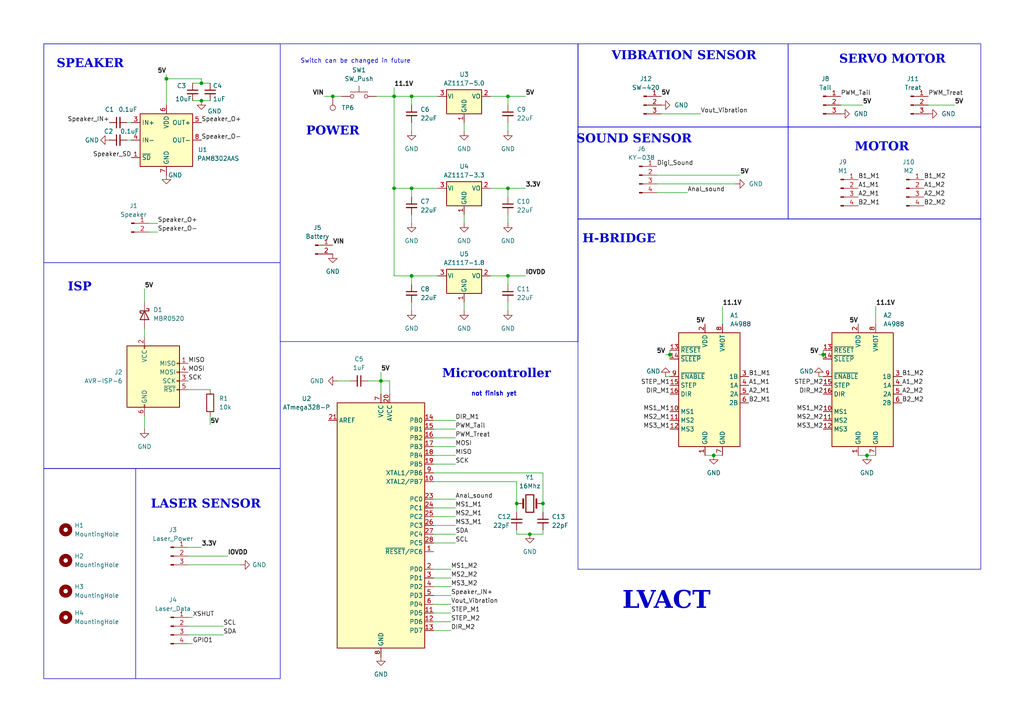
<source format=kicad_sch>
(kicad_sch
	(version 20231120)
	(generator "eeschema")
	(generator_version "8.0")
	(uuid "6f0af73e-b701-48ce-abaf-f522f43ffe5f")
	(paper "A4")
	(lib_symbols
		(symbol "Amplifier_Audio:PAM8302AAS"
			(exclude_from_sim no)
			(in_bom yes)
			(on_board yes)
			(property "Reference" "U"
				(at 7.62 11.43 0)
				(effects
					(font
						(size 1.27 1.27)
					)
				)
			)
			(property "Value" "PAM8302AAS"
				(at 7.62 8.89 0)
				(effects
					(font
						(size 1.27 1.27)
					)
				)
			)
			(property "Footprint" ""
				(at 0 0 0)
				(effects
					(font
						(size 1.27 1.27)
					)
					(hide yes)
				)
			)
			(property "Datasheet" "https://www.diodes.com/assets/Datasheets/PAM8302A.pdf"
				(at 0 0 0)
				(effects
					(font
						(size 1.27 1.27)
					)
					(hide yes)
				)
			)
			(property "Description" "2.5W Filterless Class-D Mono Audio Amplifier, MSOP-8"
				(at 0 0 0)
				(effects
					(font
						(size 1.27 1.27)
					)
					(hide yes)
				)
			)
			(property "ki_keywords" "audio amplifier class d"
				(at 0 0 0)
				(effects
					(font
						(size 1.27 1.27)
					)
					(hide yes)
				)
			)
			(property "ki_fp_filters" "MSOP*3x3mm*P0.65mm* SOIC*3.9x4.9mm*P1.27mm*"
				(at 0 0 0)
				(effects
					(font
						(size 1.27 1.27)
					)
					(hide yes)
				)
			)
			(symbol "PAM8302AAS_0_1"
				(rectangle
					(start -7.62 7.62)
					(end 7.62 -7.62)
					(stroke
						(width 0.254)
						(type default)
					)
					(fill
						(type background)
					)
				)
			)
			(symbol "PAM8302AAS_1_1"
				(pin input line
					(at -10.16 -5.08 0)
					(length 2.54)
					(name "~{SD}"
						(effects
							(font
								(size 1.27 1.27)
							)
						)
					)
					(number "1"
						(effects
							(font
								(size 1.27 1.27)
							)
						)
					)
				)
				(pin no_connect line
					(at 7.62 -5.08 180)
					(length 2.54) hide
					(name "NC"
						(effects
							(font
								(size 1.27 1.27)
							)
						)
					)
					(number "2"
						(effects
							(font
								(size 1.27 1.27)
							)
						)
					)
				)
				(pin input line
					(at -10.16 5.08 0)
					(length 2.54)
					(name "IN+"
						(effects
							(font
								(size 1.27 1.27)
							)
						)
					)
					(number "3"
						(effects
							(font
								(size 1.27 1.27)
							)
						)
					)
				)
				(pin input line
					(at -10.16 0 0)
					(length 2.54)
					(name "IN-"
						(effects
							(font
								(size 1.27 1.27)
							)
						)
					)
					(number "4"
						(effects
							(font
								(size 1.27 1.27)
							)
						)
					)
				)
				(pin output line
					(at 10.16 5.08 180)
					(length 2.54)
					(name "OUT+"
						(effects
							(font
								(size 1.27 1.27)
							)
						)
					)
					(number "5"
						(effects
							(font
								(size 1.27 1.27)
							)
						)
					)
				)
				(pin power_in line
					(at 0 10.16 270)
					(length 2.54)
					(name "VDD"
						(effects
							(font
								(size 1.27 1.27)
							)
						)
					)
					(number "6"
						(effects
							(font
								(size 1.27 1.27)
							)
						)
					)
				)
				(pin power_in line
					(at 0 -10.16 90)
					(length 2.54)
					(name "GND"
						(effects
							(font
								(size 1.27 1.27)
							)
						)
					)
					(number "7"
						(effects
							(font
								(size 1.27 1.27)
							)
						)
					)
				)
				(pin output line
					(at 10.16 0 180)
					(length 2.54)
					(name "OUT-"
						(effects
							(font
								(size 1.27 1.27)
							)
						)
					)
					(number "8"
						(effects
							(font
								(size 1.27 1.27)
							)
						)
					)
				)
			)
		)
		(symbol "Connector:AVR-ISP-6"
			(pin_names
				(offset 1.016)
			)
			(exclude_from_sim no)
			(in_bom yes)
			(on_board yes)
			(property "Reference" "J"
				(at -6.35 11.43 0)
				(effects
					(font
						(size 1.27 1.27)
					)
					(justify left)
				)
			)
			(property "Value" "AVR-ISP-6"
				(at 0 11.43 0)
				(effects
					(font
						(size 1.27 1.27)
					)
					(justify left)
				)
			)
			(property "Footprint" ""
				(at -6.35 1.27 90)
				(effects
					(font
						(size 1.27 1.27)
					)
					(hide yes)
				)
			)
			(property "Datasheet" "~"
				(at -32.385 -13.97 0)
				(effects
					(font
						(size 1.27 1.27)
					)
					(hide yes)
				)
			)
			(property "Description" "Atmel 6-pin ISP connector"
				(at 0 0 0)
				(effects
					(font
						(size 1.27 1.27)
					)
					(hide yes)
				)
			)
			(property "ki_keywords" "AVR ISP Connector"
				(at 0 0 0)
				(effects
					(font
						(size 1.27 1.27)
					)
					(hide yes)
				)
			)
			(property "ki_fp_filters" "IDC?Header*2x03* Pin?Header*2x03*"
				(at 0 0 0)
				(effects
					(font
						(size 1.27 1.27)
					)
					(hide yes)
				)
			)
			(symbol "AVR-ISP-6_0_1"
				(rectangle
					(start -2.667 -6.858)
					(end -2.413 -7.62)
					(stroke
						(width 0)
						(type default)
					)
					(fill
						(type none)
					)
				)
				(rectangle
					(start -2.667 10.16)
					(end -2.413 9.398)
					(stroke
						(width 0)
						(type default)
					)
					(fill
						(type none)
					)
				)
				(rectangle
					(start 7.62 -2.413)
					(end 6.858 -2.667)
					(stroke
						(width 0)
						(type default)
					)
					(fill
						(type none)
					)
				)
				(rectangle
					(start 7.62 0.127)
					(end 6.858 -0.127)
					(stroke
						(width 0)
						(type default)
					)
					(fill
						(type none)
					)
				)
				(rectangle
					(start 7.62 2.667)
					(end 6.858 2.413)
					(stroke
						(width 0)
						(type default)
					)
					(fill
						(type none)
					)
				)
				(rectangle
					(start 7.62 5.207)
					(end 6.858 4.953)
					(stroke
						(width 0)
						(type default)
					)
					(fill
						(type none)
					)
				)
				(rectangle
					(start 7.62 10.16)
					(end -7.62 -7.62)
					(stroke
						(width 0.254)
						(type default)
					)
					(fill
						(type background)
					)
				)
			)
			(symbol "AVR-ISP-6_1_1"
				(pin passive line
					(at 10.16 5.08 180)
					(length 2.54)
					(name "MISO"
						(effects
							(font
								(size 1.27 1.27)
							)
						)
					)
					(number "1"
						(effects
							(font
								(size 1.27 1.27)
							)
						)
					)
				)
				(pin passive line
					(at -2.54 12.7 270)
					(length 2.54)
					(name "VCC"
						(effects
							(font
								(size 1.27 1.27)
							)
						)
					)
					(number "2"
						(effects
							(font
								(size 1.27 1.27)
							)
						)
					)
				)
				(pin passive line
					(at 10.16 0 180)
					(length 2.54)
					(name "SCK"
						(effects
							(font
								(size 1.27 1.27)
							)
						)
					)
					(number "3"
						(effects
							(font
								(size 1.27 1.27)
							)
						)
					)
				)
				(pin passive line
					(at 10.16 2.54 180)
					(length 2.54)
					(name "MOSI"
						(effects
							(font
								(size 1.27 1.27)
							)
						)
					)
					(number "4"
						(effects
							(font
								(size 1.27 1.27)
							)
						)
					)
				)
				(pin passive line
					(at 10.16 -2.54 180)
					(length 2.54)
					(name "~{RST}"
						(effects
							(font
								(size 1.27 1.27)
							)
						)
					)
					(number "5"
						(effects
							(font
								(size 1.27 1.27)
							)
						)
					)
				)
				(pin passive line
					(at -2.54 -10.16 90)
					(length 2.54)
					(name "GND"
						(effects
							(font
								(size 1.27 1.27)
							)
						)
					)
					(number "6"
						(effects
							(font
								(size 1.27 1.27)
							)
						)
					)
				)
			)
		)
		(symbol "Connector:Conn_01x02_Pin"
			(pin_names
				(offset 1.016) hide)
			(exclude_from_sim no)
			(in_bom yes)
			(on_board yes)
			(property "Reference" "J"
				(at 0 2.54 0)
				(effects
					(font
						(size 1.27 1.27)
					)
				)
			)
			(property "Value" "Conn_01x02_Pin"
				(at 0 -5.08 0)
				(effects
					(font
						(size 1.27 1.27)
					)
				)
			)
			(property "Footprint" ""
				(at 0 0 0)
				(effects
					(font
						(size 1.27 1.27)
					)
					(hide yes)
				)
			)
			(property "Datasheet" "~"
				(at 0 0 0)
				(effects
					(font
						(size 1.27 1.27)
					)
					(hide yes)
				)
			)
			(property "Description" "Generic connector, single row, 01x02, script generated"
				(at 0 0 0)
				(effects
					(font
						(size 1.27 1.27)
					)
					(hide yes)
				)
			)
			(property "ki_locked" ""
				(at 0 0 0)
				(effects
					(font
						(size 1.27 1.27)
					)
				)
			)
			(property "ki_keywords" "connector"
				(at 0 0 0)
				(effects
					(font
						(size 1.27 1.27)
					)
					(hide yes)
				)
			)
			(property "ki_fp_filters" "Connector*:*_1x??_*"
				(at 0 0 0)
				(effects
					(font
						(size 1.27 1.27)
					)
					(hide yes)
				)
			)
			(symbol "Conn_01x02_Pin_1_1"
				(polyline
					(pts
						(xy 1.27 -2.54) (xy 0.8636 -2.54)
					)
					(stroke
						(width 0.1524)
						(type default)
					)
					(fill
						(type none)
					)
				)
				(polyline
					(pts
						(xy 1.27 0) (xy 0.8636 0)
					)
					(stroke
						(width 0.1524)
						(type default)
					)
					(fill
						(type none)
					)
				)
				(rectangle
					(start 0.8636 -2.413)
					(end 0 -2.667)
					(stroke
						(width 0.1524)
						(type default)
					)
					(fill
						(type outline)
					)
				)
				(rectangle
					(start 0.8636 0.127)
					(end 0 -0.127)
					(stroke
						(width 0.1524)
						(type default)
					)
					(fill
						(type outline)
					)
				)
				(pin passive line
					(at 5.08 0 180)
					(length 3.81)
					(name "Pin_1"
						(effects
							(font
								(size 1.27 1.27)
							)
						)
					)
					(number "1"
						(effects
							(font
								(size 1.27 1.27)
							)
						)
					)
				)
				(pin passive line
					(at 5.08 -2.54 180)
					(length 3.81)
					(name "Pin_2"
						(effects
							(font
								(size 1.27 1.27)
							)
						)
					)
					(number "2"
						(effects
							(font
								(size 1.27 1.27)
							)
						)
					)
				)
			)
		)
		(symbol "Connector:Conn_01x03_Pin"
			(pin_names
				(offset 1.016) hide)
			(exclude_from_sim no)
			(in_bom yes)
			(on_board yes)
			(property "Reference" "J"
				(at 0 5.08 0)
				(effects
					(font
						(size 1.27 1.27)
					)
				)
			)
			(property "Value" "Conn_01x03_Pin"
				(at 0 -5.08 0)
				(effects
					(font
						(size 1.27 1.27)
					)
				)
			)
			(property "Footprint" ""
				(at 0 0 0)
				(effects
					(font
						(size 1.27 1.27)
					)
					(hide yes)
				)
			)
			(property "Datasheet" "~"
				(at 0 0 0)
				(effects
					(font
						(size 1.27 1.27)
					)
					(hide yes)
				)
			)
			(property "Description" "Generic connector, single row, 01x03, script generated"
				(at 0 0 0)
				(effects
					(font
						(size 1.27 1.27)
					)
					(hide yes)
				)
			)
			(property "ki_locked" ""
				(at 0 0 0)
				(effects
					(font
						(size 1.27 1.27)
					)
				)
			)
			(property "ki_keywords" "connector"
				(at 0 0 0)
				(effects
					(font
						(size 1.27 1.27)
					)
					(hide yes)
				)
			)
			(property "ki_fp_filters" "Connector*:*_1x??_*"
				(at 0 0 0)
				(effects
					(font
						(size 1.27 1.27)
					)
					(hide yes)
				)
			)
			(symbol "Conn_01x03_Pin_1_1"
				(polyline
					(pts
						(xy 1.27 -2.54) (xy 0.8636 -2.54)
					)
					(stroke
						(width 0.1524)
						(type default)
					)
					(fill
						(type none)
					)
				)
				(polyline
					(pts
						(xy 1.27 0) (xy 0.8636 0)
					)
					(stroke
						(width 0.1524)
						(type default)
					)
					(fill
						(type none)
					)
				)
				(polyline
					(pts
						(xy 1.27 2.54) (xy 0.8636 2.54)
					)
					(stroke
						(width 0.1524)
						(type default)
					)
					(fill
						(type none)
					)
				)
				(rectangle
					(start 0.8636 -2.413)
					(end 0 -2.667)
					(stroke
						(width 0.1524)
						(type default)
					)
					(fill
						(type outline)
					)
				)
				(rectangle
					(start 0.8636 0.127)
					(end 0 -0.127)
					(stroke
						(width 0.1524)
						(type default)
					)
					(fill
						(type outline)
					)
				)
				(rectangle
					(start 0.8636 2.667)
					(end 0 2.413)
					(stroke
						(width 0.1524)
						(type default)
					)
					(fill
						(type outline)
					)
				)
				(pin passive line
					(at 5.08 2.54 180)
					(length 3.81)
					(name "Pin_1"
						(effects
							(font
								(size 1.27 1.27)
							)
						)
					)
					(number "1"
						(effects
							(font
								(size 1.27 1.27)
							)
						)
					)
				)
				(pin passive line
					(at 5.08 0 180)
					(length 3.81)
					(name "Pin_2"
						(effects
							(font
								(size 1.27 1.27)
							)
						)
					)
					(number "2"
						(effects
							(font
								(size 1.27 1.27)
							)
						)
					)
				)
				(pin passive line
					(at 5.08 -2.54 180)
					(length 3.81)
					(name "Pin_3"
						(effects
							(font
								(size 1.27 1.27)
							)
						)
					)
					(number "3"
						(effects
							(font
								(size 1.27 1.27)
							)
						)
					)
				)
			)
		)
		(symbol "Connector:Conn_01x04_Pin"
			(pin_names
				(offset 1.016) hide)
			(exclude_from_sim no)
			(in_bom yes)
			(on_board yes)
			(property "Reference" "J"
				(at 0 5.08 0)
				(effects
					(font
						(size 1.27 1.27)
					)
				)
			)
			(property "Value" "Conn_01x04_Pin"
				(at 0 -7.62 0)
				(effects
					(font
						(size 1.27 1.27)
					)
				)
			)
			(property "Footprint" ""
				(at 0 0 0)
				(effects
					(font
						(size 1.27 1.27)
					)
					(hide yes)
				)
			)
			(property "Datasheet" "~"
				(at 0 0 0)
				(effects
					(font
						(size 1.27 1.27)
					)
					(hide yes)
				)
			)
			(property "Description" "Generic connector, single row, 01x04, script generated"
				(at 0 0 0)
				(effects
					(font
						(size 1.27 1.27)
					)
					(hide yes)
				)
			)
			(property "ki_locked" ""
				(at 0 0 0)
				(effects
					(font
						(size 1.27 1.27)
					)
				)
			)
			(property "ki_keywords" "connector"
				(at 0 0 0)
				(effects
					(font
						(size 1.27 1.27)
					)
					(hide yes)
				)
			)
			(property "ki_fp_filters" "Connector*:*_1x??_*"
				(at 0 0 0)
				(effects
					(font
						(size 1.27 1.27)
					)
					(hide yes)
				)
			)
			(symbol "Conn_01x04_Pin_1_1"
				(polyline
					(pts
						(xy 1.27 -5.08) (xy 0.8636 -5.08)
					)
					(stroke
						(width 0.1524)
						(type default)
					)
					(fill
						(type none)
					)
				)
				(polyline
					(pts
						(xy 1.27 -2.54) (xy 0.8636 -2.54)
					)
					(stroke
						(width 0.1524)
						(type default)
					)
					(fill
						(type none)
					)
				)
				(polyline
					(pts
						(xy 1.27 0) (xy 0.8636 0)
					)
					(stroke
						(width 0.1524)
						(type default)
					)
					(fill
						(type none)
					)
				)
				(polyline
					(pts
						(xy 1.27 2.54) (xy 0.8636 2.54)
					)
					(stroke
						(width 0.1524)
						(type default)
					)
					(fill
						(type none)
					)
				)
				(rectangle
					(start 0.8636 -4.953)
					(end 0 -5.207)
					(stroke
						(width 0.1524)
						(type default)
					)
					(fill
						(type outline)
					)
				)
				(rectangle
					(start 0.8636 -2.413)
					(end 0 -2.667)
					(stroke
						(width 0.1524)
						(type default)
					)
					(fill
						(type outline)
					)
				)
				(rectangle
					(start 0.8636 0.127)
					(end 0 -0.127)
					(stroke
						(width 0.1524)
						(type default)
					)
					(fill
						(type outline)
					)
				)
				(rectangle
					(start 0.8636 2.667)
					(end 0 2.413)
					(stroke
						(width 0.1524)
						(type default)
					)
					(fill
						(type outline)
					)
				)
				(pin passive line
					(at 5.08 2.54 180)
					(length 3.81)
					(name "Pin_1"
						(effects
							(font
								(size 1.27 1.27)
							)
						)
					)
					(number "1"
						(effects
							(font
								(size 1.27 1.27)
							)
						)
					)
				)
				(pin passive line
					(at 5.08 0 180)
					(length 3.81)
					(name "Pin_2"
						(effects
							(font
								(size 1.27 1.27)
							)
						)
					)
					(number "2"
						(effects
							(font
								(size 1.27 1.27)
							)
						)
					)
				)
				(pin passive line
					(at 5.08 -2.54 180)
					(length 3.81)
					(name "Pin_3"
						(effects
							(font
								(size 1.27 1.27)
							)
						)
					)
					(number "3"
						(effects
							(font
								(size 1.27 1.27)
							)
						)
					)
				)
				(pin passive line
					(at 5.08 -5.08 180)
					(length 3.81)
					(name "Pin_4"
						(effects
							(font
								(size 1.27 1.27)
							)
						)
					)
					(number "4"
						(effects
							(font
								(size 1.27 1.27)
							)
						)
					)
				)
			)
		)
		(symbol "Connector:TestPoint"
			(pin_numbers hide)
			(pin_names
				(offset 0.762) hide)
			(exclude_from_sim no)
			(in_bom yes)
			(on_board yes)
			(property "Reference" "TP"
				(at 0 6.858 0)
				(effects
					(font
						(size 1.27 1.27)
					)
				)
			)
			(property "Value" "TestPoint"
				(at 0 5.08 0)
				(effects
					(font
						(size 1.27 1.27)
					)
				)
			)
			(property "Footprint" ""
				(at 5.08 0 0)
				(effects
					(font
						(size 1.27 1.27)
					)
					(hide yes)
				)
			)
			(property "Datasheet" "~"
				(at 5.08 0 0)
				(effects
					(font
						(size 1.27 1.27)
					)
					(hide yes)
				)
			)
			(property "Description" "test point"
				(at 0 0 0)
				(effects
					(font
						(size 1.27 1.27)
					)
					(hide yes)
				)
			)
			(property "ki_keywords" "test point tp"
				(at 0 0 0)
				(effects
					(font
						(size 1.27 1.27)
					)
					(hide yes)
				)
			)
			(property "ki_fp_filters" "Pin* Test*"
				(at 0 0 0)
				(effects
					(font
						(size 1.27 1.27)
					)
					(hide yes)
				)
			)
			(symbol "TestPoint_0_1"
				(circle
					(center 0 3.302)
					(radius 0.762)
					(stroke
						(width 0)
						(type default)
					)
					(fill
						(type none)
					)
				)
			)
			(symbol "TestPoint_1_1"
				(pin passive line
					(at 0 0 90)
					(length 2.54)
					(name "1"
						(effects
							(font
								(size 1.27 1.27)
							)
						)
					)
					(number "1"
						(effects
							(font
								(size 1.27 1.27)
							)
						)
					)
				)
			)
		)
		(symbol "Device:C_Small"
			(pin_numbers hide)
			(pin_names
				(offset 0.254) hide)
			(exclude_from_sim no)
			(in_bom yes)
			(on_board yes)
			(property "Reference" "C"
				(at 0.254 1.778 0)
				(effects
					(font
						(size 1.27 1.27)
					)
					(justify left)
				)
			)
			(property "Value" "C_Small"
				(at 0.254 -2.032 0)
				(effects
					(font
						(size 1.27 1.27)
					)
					(justify left)
				)
			)
			(property "Footprint" ""
				(at 0 0 0)
				(effects
					(font
						(size 1.27 1.27)
					)
					(hide yes)
				)
			)
			(property "Datasheet" "~"
				(at 0 0 0)
				(effects
					(font
						(size 1.27 1.27)
					)
					(hide yes)
				)
			)
			(property "Description" "Unpolarized capacitor, small symbol"
				(at 0 0 0)
				(effects
					(font
						(size 1.27 1.27)
					)
					(hide yes)
				)
			)
			(property "ki_keywords" "capacitor cap"
				(at 0 0 0)
				(effects
					(font
						(size 1.27 1.27)
					)
					(hide yes)
				)
			)
			(property "ki_fp_filters" "C_*"
				(at 0 0 0)
				(effects
					(font
						(size 1.27 1.27)
					)
					(hide yes)
				)
			)
			(symbol "C_Small_0_1"
				(polyline
					(pts
						(xy -1.524 -0.508) (xy 1.524 -0.508)
					)
					(stroke
						(width 0.3302)
						(type default)
					)
					(fill
						(type none)
					)
				)
				(polyline
					(pts
						(xy -1.524 0.508) (xy 1.524 0.508)
					)
					(stroke
						(width 0.3048)
						(type default)
					)
					(fill
						(type none)
					)
				)
			)
			(symbol "C_Small_1_1"
				(pin passive line
					(at 0 2.54 270)
					(length 2.032)
					(name "~"
						(effects
							(font
								(size 1.27 1.27)
							)
						)
					)
					(number "1"
						(effects
							(font
								(size 1.27 1.27)
							)
						)
					)
				)
				(pin passive line
					(at 0 -2.54 90)
					(length 2.032)
					(name "~"
						(effects
							(font
								(size 1.27 1.27)
							)
						)
					)
					(number "2"
						(effects
							(font
								(size 1.27 1.27)
							)
						)
					)
				)
			)
		)
		(symbol "Device:Crystal"
			(pin_numbers hide)
			(pin_names
				(offset 1.016) hide)
			(exclude_from_sim no)
			(in_bom yes)
			(on_board yes)
			(property "Reference" "Y"
				(at 0 3.81 0)
				(effects
					(font
						(size 1.27 1.27)
					)
				)
			)
			(property "Value" "Crystal"
				(at 0 -3.81 0)
				(effects
					(font
						(size 1.27 1.27)
					)
				)
			)
			(property "Footprint" ""
				(at 0 0 0)
				(effects
					(font
						(size 1.27 1.27)
					)
					(hide yes)
				)
			)
			(property "Datasheet" "~"
				(at 0 0 0)
				(effects
					(font
						(size 1.27 1.27)
					)
					(hide yes)
				)
			)
			(property "Description" "Two pin crystal"
				(at 0 0 0)
				(effects
					(font
						(size 1.27 1.27)
					)
					(hide yes)
				)
			)
			(property "ki_keywords" "quartz ceramic resonator oscillator"
				(at 0 0 0)
				(effects
					(font
						(size 1.27 1.27)
					)
					(hide yes)
				)
			)
			(property "ki_fp_filters" "Crystal*"
				(at 0 0 0)
				(effects
					(font
						(size 1.27 1.27)
					)
					(hide yes)
				)
			)
			(symbol "Crystal_0_1"
				(rectangle
					(start -1.143 2.54)
					(end 1.143 -2.54)
					(stroke
						(width 0.3048)
						(type default)
					)
					(fill
						(type none)
					)
				)
				(polyline
					(pts
						(xy -2.54 0) (xy -1.905 0)
					)
					(stroke
						(width 0)
						(type default)
					)
					(fill
						(type none)
					)
				)
				(polyline
					(pts
						(xy -1.905 -1.27) (xy -1.905 1.27)
					)
					(stroke
						(width 0.508)
						(type default)
					)
					(fill
						(type none)
					)
				)
				(polyline
					(pts
						(xy 1.905 -1.27) (xy 1.905 1.27)
					)
					(stroke
						(width 0.508)
						(type default)
					)
					(fill
						(type none)
					)
				)
				(polyline
					(pts
						(xy 2.54 0) (xy 1.905 0)
					)
					(stroke
						(width 0)
						(type default)
					)
					(fill
						(type none)
					)
				)
			)
			(symbol "Crystal_1_1"
				(pin passive line
					(at -3.81 0 0)
					(length 1.27)
					(name "1"
						(effects
							(font
								(size 1.27 1.27)
							)
						)
					)
					(number "1"
						(effects
							(font
								(size 1.27 1.27)
							)
						)
					)
				)
				(pin passive line
					(at 3.81 0 180)
					(length 1.27)
					(name "2"
						(effects
							(font
								(size 1.27 1.27)
							)
						)
					)
					(number "2"
						(effects
							(font
								(size 1.27 1.27)
							)
						)
					)
				)
			)
		)
		(symbol "Device:R"
			(pin_numbers hide)
			(pin_names
				(offset 0)
			)
			(exclude_from_sim no)
			(in_bom yes)
			(on_board yes)
			(property "Reference" "R"
				(at 2.032 0 90)
				(effects
					(font
						(size 1.27 1.27)
					)
				)
			)
			(property "Value" "R"
				(at 0 0 90)
				(effects
					(font
						(size 1.27 1.27)
					)
				)
			)
			(property "Footprint" ""
				(at -1.778 0 90)
				(effects
					(font
						(size 1.27 1.27)
					)
					(hide yes)
				)
			)
			(property "Datasheet" "~"
				(at 0 0 0)
				(effects
					(font
						(size 1.27 1.27)
					)
					(hide yes)
				)
			)
			(property "Description" "Resistor"
				(at 0 0 0)
				(effects
					(font
						(size 1.27 1.27)
					)
					(hide yes)
				)
			)
			(property "ki_keywords" "R res resistor"
				(at 0 0 0)
				(effects
					(font
						(size 1.27 1.27)
					)
					(hide yes)
				)
			)
			(property "ki_fp_filters" "R_*"
				(at 0 0 0)
				(effects
					(font
						(size 1.27 1.27)
					)
					(hide yes)
				)
			)
			(symbol "R_0_1"
				(rectangle
					(start -1.016 -2.54)
					(end 1.016 2.54)
					(stroke
						(width 0.254)
						(type default)
					)
					(fill
						(type none)
					)
				)
			)
			(symbol "R_1_1"
				(pin passive line
					(at 0 3.81 270)
					(length 1.27)
					(name "~"
						(effects
							(font
								(size 1.27 1.27)
							)
						)
					)
					(number "1"
						(effects
							(font
								(size 1.27 1.27)
							)
						)
					)
				)
				(pin passive line
					(at 0 -3.81 90)
					(length 1.27)
					(name "~"
						(effects
							(font
								(size 1.27 1.27)
							)
						)
					)
					(number "2"
						(effects
							(font
								(size 1.27 1.27)
							)
						)
					)
				)
			)
		)
		(symbol "Diode:MBR0520"
			(pin_numbers hide)
			(pin_names
				(offset 1.016) hide)
			(exclude_from_sim no)
			(in_bom yes)
			(on_board yes)
			(property "Reference" "D"
				(at 0 2.54 0)
				(effects
					(font
						(size 1.27 1.27)
					)
				)
			)
			(property "Value" "MBR0520"
				(at 0 -2.54 0)
				(effects
					(font
						(size 1.27 1.27)
					)
				)
			)
			(property "Footprint" "Diode_SMD:D_SOD-123"
				(at 0 -4.445 0)
				(effects
					(font
						(size 1.27 1.27)
					)
					(hide yes)
				)
			)
			(property "Datasheet" "http://www.mccsemi.com/up_pdf/MBR0520~MBR0580(SOD123).pdf"
				(at 0 0 0)
				(effects
					(font
						(size 1.27 1.27)
					)
					(hide yes)
				)
			)
			(property "Description" "20V 0.5A Schottky Power Rectifier Diode, SOD-123"
				(at 0 0 0)
				(effects
					(font
						(size 1.27 1.27)
					)
					(hide yes)
				)
			)
			(property "ki_keywords" "diode Schottky"
				(at 0 0 0)
				(effects
					(font
						(size 1.27 1.27)
					)
					(hide yes)
				)
			)
			(property "ki_fp_filters" "D*SOD?123*"
				(at 0 0 0)
				(effects
					(font
						(size 1.27 1.27)
					)
					(hide yes)
				)
			)
			(symbol "MBR0520_0_1"
				(polyline
					(pts
						(xy 1.27 0) (xy -1.27 0)
					)
					(stroke
						(width 0)
						(type default)
					)
					(fill
						(type none)
					)
				)
				(polyline
					(pts
						(xy 1.27 1.27) (xy 1.27 -1.27) (xy -1.27 0) (xy 1.27 1.27)
					)
					(stroke
						(width 0.254)
						(type default)
					)
					(fill
						(type none)
					)
				)
				(polyline
					(pts
						(xy -1.905 0.635) (xy -1.905 1.27) (xy -1.27 1.27) (xy -1.27 -1.27) (xy -0.635 -1.27) (xy -0.635 -0.635)
					)
					(stroke
						(width 0.254)
						(type default)
					)
					(fill
						(type none)
					)
				)
			)
			(symbol "MBR0520_1_1"
				(pin passive line
					(at -3.81 0 0)
					(length 2.54)
					(name "K"
						(effects
							(font
								(size 1.27 1.27)
							)
						)
					)
					(number "1"
						(effects
							(font
								(size 1.27 1.27)
							)
						)
					)
				)
				(pin passive line
					(at 3.81 0 180)
					(length 2.54)
					(name "A"
						(effects
							(font
								(size 1.27 1.27)
							)
						)
					)
					(number "2"
						(effects
							(font
								(size 1.27 1.27)
							)
						)
					)
				)
			)
		)
		(symbol "Driver_Motor:Pololu_Breakout_A4988"
			(exclude_from_sim no)
			(in_bom yes)
			(on_board yes)
			(property "Reference" "A"
				(at -2.54 19.05 0)
				(effects
					(font
						(size 1.27 1.27)
					)
					(justify right)
				)
			)
			(property "Value" "Pololu_Breakout_A4988"
				(at -2.54 16.51 0)
				(effects
					(font
						(size 1.27 1.27)
					)
					(justify right)
				)
			)
			(property "Footprint" "Module:Pololu_Breakout-16_15.2x20.3mm"
				(at 6.985 -19.05 0)
				(effects
					(font
						(size 1.27 1.27)
					)
					(justify left)
					(hide yes)
				)
			)
			(property "Datasheet" "https://www.pololu.com/product/2980/pictures"
				(at 2.54 -7.62 0)
				(effects
					(font
						(size 1.27 1.27)
					)
					(hide yes)
				)
			)
			(property "Description" "Pololu Breakout Board, Stepper Driver A4988"
				(at 0 0 0)
				(effects
					(font
						(size 1.27 1.27)
					)
					(hide yes)
				)
			)
			(property "ki_keywords" "Pololu Breakout Board Stepper Driver A4988"
				(at 0 0 0)
				(effects
					(font
						(size 1.27 1.27)
					)
					(hide yes)
				)
			)
			(property "ki_fp_filters" "Pololu*Breakout*15.2x20.3mm*"
				(at 0 0 0)
				(effects
					(font
						(size 1.27 1.27)
					)
					(hide yes)
				)
			)
			(symbol "Pololu_Breakout_A4988_0_1"
				(rectangle
					(start 10.16 -17.78)
					(end -7.62 15.24)
					(stroke
						(width 0.254)
						(type default)
					)
					(fill
						(type background)
					)
				)
			)
			(symbol "Pololu_Breakout_A4988_1_1"
				(pin power_in line
					(at 0 -20.32 90)
					(length 2.54)
					(name "GND"
						(effects
							(font
								(size 1.27 1.27)
							)
						)
					)
					(number "1"
						(effects
							(font
								(size 1.27 1.27)
							)
						)
					)
				)
				(pin input line
					(at -10.16 -7.62 0)
					(length 2.54)
					(name "MS1"
						(effects
							(font
								(size 1.27 1.27)
							)
						)
					)
					(number "10"
						(effects
							(font
								(size 1.27 1.27)
							)
						)
					)
				)
				(pin input line
					(at -10.16 -10.16 0)
					(length 2.54)
					(name "MS2"
						(effects
							(font
								(size 1.27 1.27)
							)
						)
					)
					(number "11"
						(effects
							(font
								(size 1.27 1.27)
							)
						)
					)
				)
				(pin input line
					(at -10.16 -12.7 0)
					(length 2.54)
					(name "MS3"
						(effects
							(font
								(size 1.27 1.27)
							)
						)
					)
					(number "12"
						(effects
							(font
								(size 1.27 1.27)
							)
						)
					)
				)
				(pin input line
					(at -10.16 10.16 0)
					(length 2.54)
					(name "~{RESET}"
						(effects
							(font
								(size 1.27 1.27)
							)
						)
					)
					(number "13"
						(effects
							(font
								(size 1.27 1.27)
							)
						)
					)
				)
				(pin input line
					(at -10.16 7.62 0)
					(length 2.54)
					(name "~{SLEEP}"
						(effects
							(font
								(size 1.27 1.27)
							)
						)
					)
					(number "14"
						(effects
							(font
								(size 1.27 1.27)
							)
						)
					)
				)
				(pin input line
					(at -10.16 0 0)
					(length 2.54)
					(name "STEP"
						(effects
							(font
								(size 1.27 1.27)
							)
						)
					)
					(number "15"
						(effects
							(font
								(size 1.27 1.27)
							)
						)
					)
				)
				(pin input line
					(at -10.16 -2.54 0)
					(length 2.54)
					(name "DIR"
						(effects
							(font
								(size 1.27 1.27)
							)
						)
					)
					(number "16"
						(effects
							(font
								(size 1.27 1.27)
							)
						)
					)
				)
				(pin power_in line
					(at 0 17.78 270)
					(length 2.54)
					(name "VDD"
						(effects
							(font
								(size 1.27 1.27)
							)
						)
					)
					(number "2"
						(effects
							(font
								(size 1.27 1.27)
							)
						)
					)
				)
				(pin output line
					(at 12.7 2.54 180)
					(length 2.54)
					(name "1B"
						(effects
							(font
								(size 1.27 1.27)
							)
						)
					)
					(number "3"
						(effects
							(font
								(size 1.27 1.27)
							)
						)
					)
				)
				(pin output line
					(at 12.7 0 180)
					(length 2.54)
					(name "1A"
						(effects
							(font
								(size 1.27 1.27)
							)
						)
					)
					(number "4"
						(effects
							(font
								(size 1.27 1.27)
							)
						)
					)
				)
				(pin output line
					(at 12.7 -2.54 180)
					(length 2.54)
					(name "2A"
						(effects
							(font
								(size 1.27 1.27)
							)
						)
					)
					(number "5"
						(effects
							(font
								(size 1.27 1.27)
							)
						)
					)
				)
				(pin output line
					(at 12.7 -5.08 180)
					(length 2.54)
					(name "2B"
						(effects
							(font
								(size 1.27 1.27)
							)
						)
					)
					(number "6"
						(effects
							(font
								(size 1.27 1.27)
							)
						)
					)
				)
				(pin power_in line
					(at 5.08 -20.32 90)
					(length 2.54)
					(name "GND"
						(effects
							(font
								(size 1.27 1.27)
							)
						)
					)
					(number "7"
						(effects
							(font
								(size 1.27 1.27)
							)
						)
					)
				)
				(pin power_in line
					(at 5.08 17.78 270)
					(length 2.54)
					(name "VMOT"
						(effects
							(font
								(size 1.27 1.27)
							)
						)
					)
					(number "8"
						(effects
							(font
								(size 1.27 1.27)
							)
						)
					)
				)
				(pin input line
					(at -10.16 2.54 0)
					(length 2.54)
					(name "~{ENABLE}"
						(effects
							(font
								(size 1.27 1.27)
							)
						)
					)
					(number "9"
						(effects
							(font
								(size 1.27 1.27)
							)
						)
					)
				)
			)
		)
		(symbol "MCU_Microchip_ATmega:ATmega328-P"
			(exclude_from_sim no)
			(in_bom yes)
			(on_board yes)
			(property "Reference" "U"
				(at -12.7 36.83 0)
				(effects
					(font
						(size 1.27 1.27)
					)
					(justify left bottom)
				)
			)
			(property "Value" "ATmega328-P"
				(at 2.54 -36.83 0)
				(effects
					(font
						(size 1.27 1.27)
					)
					(justify left top)
				)
			)
			(property "Footprint" "Package_DIP:DIP-28_W7.62mm"
				(at 0 0 0)
				(effects
					(font
						(size 1.27 1.27)
						(italic yes)
					)
					(hide yes)
				)
			)
			(property "Datasheet" "http://ww1.microchip.com/downloads/en/DeviceDoc/ATmega328_P%20AVR%20MCU%20with%20picoPower%20Technology%20Data%20Sheet%2040001984A.pdf"
				(at 0 0 0)
				(effects
					(font
						(size 1.27 1.27)
					)
					(hide yes)
				)
			)
			(property "Description" "20MHz, 32kB Flash, 2kB SRAM, 1kB EEPROM, DIP-28"
				(at 0 0 0)
				(effects
					(font
						(size 1.27 1.27)
					)
					(hide yes)
				)
			)
			(property "ki_keywords" "AVR 8bit Microcontroller MegaAVR"
				(at 0 0 0)
				(effects
					(font
						(size 1.27 1.27)
					)
					(hide yes)
				)
			)
			(property "ki_fp_filters" "DIP*W7.62mm*"
				(at 0 0 0)
				(effects
					(font
						(size 1.27 1.27)
					)
					(hide yes)
				)
			)
			(symbol "ATmega328-P_0_1"
				(rectangle
					(start -12.7 -35.56)
					(end 12.7 35.56)
					(stroke
						(width 0.254)
						(type default)
					)
					(fill
						(type background)
					)
				)
			)
			(symbol "ATmega328-P_1_1"
				(pin bidirectional line
					(at 15.24 -7.62 180)
					(length 2.54)
					(name "~{RESET}/PC6"
						(effects
							(font
								(size 1.27 1.27)
							)
						)
					)
					(number "1"
						(effects
							(font
								(size 1.27 1.27)
							)
						)
					)
				)
				(pin bidirectional line
					(at 15.24 12.7 180)
					(length 2.54)
					(name "XTAL2/PB7"
						(effects
							(font
								(size 1.27 1.27)
							)
						)
					)
					(number "10"
						(effects
							(font
								(size 1.27 1.27)
							)
						)
					)
				)
				(pin bidirectional line
					(at 15.24 -25.4 180)
					(length 2.54)
					(name "PD5"
						(effects
							(font
								(size 1.27 1.27)
							)
						)
					)
					(number "11"
						(effects
							(font
								(size 1.27 1.27)
							)
						)
					)
				)
				(pin bidirectional line
					(at 15.24 -27.94 180)
					(length 2.54)
					(name "PD6"
						(effects
							(font
								(size 1.27 1.27)
							)
						)
					)
					(number "12"
						(effects
							(font
								(size 1.27 1.27)
							)
						)
					)
				)
				(pin bidirectional line
					(at 15.24 -30.48 180)
					(length 2.54)
					(name "PD7"
						(effects
							(font
								(size 1.27 1.27)
							)
						)
					)
					(number "13"
						(effects
							(font
								(size 1.27 1.27)
							)
						)
					)
				)
				(pin bidirectional line
					(at 15.24 30.48 180)
					(length 2.54)
					(name "PB0"
						(effects
							(font
								(size 1.27 1.27)
							)
						)
					)
					(number "14"
						(effects
							(font
								(size 1.27 1.27)
							)
						)
					)
				)
				(pin bidirectional line
					(at 15.24 27.94 180)
					(length 2.54)
					(name "PB1"
						(effects
							(font
								(size 1.27 1.27)
							)
						)
					)
					(number "15"
						(effects
							(font
								(size 1.27 1.27)
							)
						)
					)
				)
				(pin bidirectional line
					(at 15.24 25.4 180)
					(length 2.54)
					(name "PB2"
						(effects
							(font
								(size 1.27 1.27)
							)
						)
					)
					(number "16"
						(effects
							(font
								(size 1.27 1.27)
							)
						)
					)
				)
				(pin bidirectional line
					(at 15.24 22.86 180)
					(length 2.54)
					(name "PB3"
						(effects
							(font
								(size 1.27 1.27)
							)
						)
					)
					(number "17"
						(effects
							(font
								(size 1.27 1.27)
							)
						)
					)
				)
				(pin bidirectional line
					(at 15.24 20.32 180)
					(length 2.54)
					(name "PB4"
						(effects
							(font
								(size 1.27 1.27)
							)
						)
					)
					(number "18"
						(effects
							(font
								(size 1.27 1.27)
							)
						)
					)
				)
				(pin bidirectional line
					(at 15.24 17.78 180)
					(length 2.54)
					(name "PB5"
						(effects
							(font
								(size 1.27 1.27)
							)
						)
					)
					(number "19"
						(effects
							(font
								(size 1.27 1.27)
							)
						)
					)
				)
				(pin bidirectional line
					(at 15.24 -12.7 180)
					(length 2.54)
					(name "PD0"
						(effects
							(font
								(size 1.27 1.27)
							)
						)
					)
					(number "2"
						(effects
							(font
								(size 1.27 1.27)
							)
						)
					)
				)
				(pin power_in line
					(at 2.54 38.1 270)
					(length 2.54)
					(name "AVCC"
						(effects
							(font
								(size 1.27 1.27)
							)
						)
					)
					(number "20"
						(effects
							(font
								(size 1.27 1.27)
							)
						)
					)
				)
				(pin passive line
					(at -15.24 30.48 0)
					(length 2.54)
					(name "AREF"
						(effects
							(font
								(size 1.27 1.27)
							)
						)
					)
					(number "21"
						(effects
							(font
								(size 1.27 1.27)
							)
						)
					)
				)
				(pin passive line
					(at 0 -38.1 90)
					(length 2.54) hide
					(name "GND"
						(effects
							(font
								(size 1.27 1.27)
							)
						)
					)
					(number "22"
						(effects
							(font
								(size 1.27 1.27)
							)
						)
					)
				)
				(pin bidirectional line
					(at 15.24 7.62 180)
					(length 2.54)
					(name "PC0"
						(effects
							(font
								(size 1.27 1.27)
							)
						)
					)
					(number "23"
						(effects
							(font
								(size 1.27 1.27)
							)
						)
					)
				)
				(pin bidirectional line
					(at 15.24 5.08 180)
					(length 2.54)
					(name "PC1"
						(effects
							(font
								(size 1.27 1.27)
							)
						)
					)
					(number "24"
						(effects
							(font
								(size 1.27 1.27)
							)
						)
					)
				)
				(pin bidirectional line
					(at 15.24 2.54 180)
					(length 2.54)
					(name "PC2"
						(effects
							(font
								(size 1.27 1.27)
							)
						)
					)
					(number "25"
						(effects
							(font
								(size 1.27 1.27)
							)
						)
					)
				)
				(pin bidirectional line
					(at 15.24 0 180)
					(length 2.54)
					(name "PC3"
						(effects
							(font
								(size 1.27 1.27)
							)
						)
					)
					(number "26"
						(effects
							(font
								(size 1.27 1.27)
							)
						)
					)
				)
				(pin bidirectional line
					(at 15.24 -2.54 180)
					(length 2.54)
					(name "PC4"
						(effects
							(font
								(size 1.27 1.27)
							)
						)
					)
					(number "27"
						(effects
							(font
								(size 1.27 1.27)
							)
						)
					)
				)
				(pin bidirectional line
					(at 15.24 -5.08 180)
					(length 2.54)
					(name "PC5"
						(effects
							(font
								(size 1.27 1.27)
							)
						)
					)
					(number "28"
						(effects
							(font
								(size 1.27 1.27)
							)
						)
					)
				)
				(pin bidirectional line
					(at 15.24 -15.24 180)
					(length 2.54)
					(name "PD1"
						(effects
							(font
								(size 1.27 1.27)
							)
						)
					)
					(number "3"
						(effects
							(font
								(size 1.27 1.27)
							)
						)
					)
				)
				(pin bidirectional line
					(at 15.24 -17.78 180)
					(length 2.54)
					(name "PD2"
						(effects
							(font
								(size 1.27 1.27)
							)
						)
					)
					(number "4"
						(effects
							(font
								(size 1.27 1.27)
							)
						)
					)
				)
				(pin bidirectional line
					(at 15.24 -20.32 180)
					(length 2.54)
					(name "PD3"
						(effects
							(font
								(size 1.27 1.27)
							)
						)
					)
					(number "5"
						(effects
							(font
								(size 1.27 1.27)
							)
						)
					)
				)
				(pin bidirectional line
					(at 15.24 -22.86 180)
					(length 2.54)
					(name "PD4"
						(effects
							(font
								(size 1.27 1.27)
							)
						)
					)
					(number "6"
						(effects
							(font
								(size 1.27 1.27)
							)
						)
					)
				)
				(pin power_in line
					(at 0 38.1 270)
					(length 2.54)
					(name "VCC"
						(effects
							(font
								(size 1.27 1.27)
							)
						)
					)
					(number "7"
						(effects
							(font
								(size 1.27 1.27)
							)
						)
					)
				)
				(pin power_in line
					(at 0 -38.1 90)
					(length 2.54)
					(name "GND"
						(effects
							(font
								(size 1.27 1.27)
							)
						)
					)
					(number "8"
						(effects
							(font
								(size 1.27 1.27)
							)
						)
					)
				)
				(pin bidirectional line
					(at 15.24 15.24 180)
					(length 2.54)
					(name "XTAL1/PB6"
						(effects
							(font
								(size 1.27 1.27)
							)
						)
					)
					(number "9"
						(effects
							(font
								(size 1.27 1.27)
							)
						)
					)
				)
			)
		)
		(symbol "Mechanical:MountingHole"
			(pin_names
				(offset 1.016)
			)
			(exclude_from_sim yes)
			(in_bom no)
			(on_board yes)
			(property "Reference" "H"
				(at 0 5.08 0)
				(effects
					(font
						(size 1.27 1.27)
					)
				)
			)
			(property "Value" "MountingHole"
				(at 0 3.175 0)
				(effects
					(font
						(size 1.27 1.27)
					)
				)
			)
			(property "Footprint" ""
				(at 0 0 0)
				(effects
					(font
						(size 1.27 1.27)
					)
					(hide yes)
				)
			)
			(property "Datasheet" "~"
				(at 0 0 0)
				(effects
					(font
						(size 1.27 1.27)
					)
					(hide yes)
				)
			)
			(property "Description" "Mounting Hole without connection"
				(at 0 0 0)
				(effects
					(font
						(size 1.27 1.27)
					)
					(hide yes)
				)
			)
			(property "ki_keywords" "mounting hole"
				(at 0 0 0)
				(effects
					(font
						(size 1.27 1.27)
					)
					(hide yes)
				)
			)
			(property "ki_fp_filters" "MountingHole*"
				(at 0 0 0)
				(effects
					(font
						(size 1.27 1.27)
					)
					(hide yes)
				)
			)
			(symbol "MountingHole_0_1"
				(circle
					(center 0 0)
					(radius 1.27)
					(stroke
						(width 1.27)
						(type default)
					)
					(fill
						(type none)
					)
				)
			)
		)
		(symbol "Regulator_Linear:AZ1117-1.8"
			(pin_names
				(offset 0.254)
			)
			(exclude_from_sim no)
			(in_bom yes)
			(on_board yes)
			(property "Reference" "U"
				(at -3.81 3.175 0)
				(effects
					(font
						(size 1.27 1.27)
					)
				)
			)
			(property "Value" "AZ1117-1.8"
				(at 0 3.175 0)
				(effects
					(font
						(size 1.27 1.27)
					)
					(justify left)
				)
			)
			(property "Footprint" ""
				(at 0 6.35 0)
				(effects
					(font
						(size 1.27 1.27)
						(italic yes)
					)
					(hide yes)
				)
			)
			(property "Datasheet" "https://www.diodes.com/assets/Datasheets/AZ1117.pdf"
				(at 0 0 0)
				(effects
					(font
						(size 1.27 1.27)
					)
					(hide yes)
				)
			)
			(property "Description" "1A 20V Fixed LDO Linear Regulator, 1.8V, SOT-89/SOT-223/TO-220/TO-252/TO-263"
				(at 0 0 0)
				(effects
					(font
						(size 1.27 1.27)
					)
					(hide yes)
				)
			)
			(property "ki_keywords" "Fixed Voltage Regulator 1A Positive LDO"
				(at 0 0 0)
				(effects
					(font
						(size 1.27 1.27)
					)
					(hide yes)
				)
			)
			(property "ki_fp_filters" "SOT?223* SOT?89* TO?220* TO?252* TO?263*"
				(at 0 0 0)
				(effects
					(font
						(size 1.27 1.27)
					)
					(hide yes)
				)
			)
			(symbol "AZ1117-1.8_0_1"
				(rectangle
					(start -5.08 1.905)
					(end 5.08 -5.08)
					(stroke
						(width 0.254)
						(type default)
					)
					(fill
						(type background)
					)
				)
			)
			(symbol "AZ1117-1.8_1_1"
				(pin power_in line
					(at 0 -7.62 90)
					(length 2.54)
					(name "GND"
						(effects
							(font
								(size 1.27 1.27)
							)
						)
					)
					(number "1"
						(effects
							(font
								(size 1.27 1.27)
							)
						)
					)
				)
				(pin power_out line
					(at 7.62 0 180)
					(length 2.54)
					(name "VO"
						(effects
							(font
								(size 1.27 1.27)
							)
						)
					)
					(number "2"
						(effects
							(font
								(size 1.27 1.27)
							)
						)
					)
				)
				(pin power_in line
					(at -7.62 0 0)
					(length 2.54)
					(name "VI"
						(effects
							(font
								(size 1.27 1.27)
							)
						)
					)
					(number "3"
						(effects
							(font
								(size 1.27 1.27)
							)
						)
					)
				)
			)
		)
		(symbol "Regulator_Linear:AZ1117-3.3"
			(pin_names
				(offset 0.254)
			)
			(exclude_from_sim no)
			(in_bom yes)
			(on_board yes)
			(property "Reference" "U"
				(at -3.81 3.175 0)
				(effects
					(font
						(size 1.27 1.27)
					)
				)
			)
			(property "Value" "AZ1117-3.3"
				(at 0 3.175 0)
				(effects
					(font
						(size 1.27 1.27)
					)
					(justify left)
				)
			)
			(property "Footprint" ""
				(at 0 6.35 0)
				(effects
					(font
						(size 1.27 1.27)
						(italic yes)
					)
					(hide yes)
				)
			)
			(property "Datasheet" "https://www.diodes.com/assets/Datasheets/AZ1117.pdf"
				(at 0 0 0)
				(effects
					(font
						(size 1.27 1.27)
					)
					(hide yes)
				)
			)
			(property "Description" "1A 20V Fixed LDO Linear Regulator, 3.3V, SOT-89/SOT-223/TO-220/TO-252/TO-263"
				(at 0 0 0)
				(effects
					(font
						(size 1.27 1.27)
					)
					(hide yes)
				)
			)
			(property "ki_keywords" "Fixed Voltage Regulator 1A Positive LDO"
				(at 0 0 0)
				(effects
					(font
						(size 1.27 1.27)
					)
					(hide yes)
				)
			)
			(property "ki_fp_filters" "SOT?223* SOT?89* TO?220* TO?252* TO?263*"
				(at 0 0 0)
				(effects
					(font
						(size 1.27 1.27)
					)
					(hide yes)
				)
			)
			(symbol "AZ1117-3.3_0_1"
				(rectangle
					(start -5.08 1.905)
					(end 5.08 -5.08)
					(stroke
						(width 0.254)
						(type default)
					)
					(fill
						(type background)
					)
				)
			)
			(symbol "AZ1117-3.3_1_1"
				(pin power_in line
					(at 0 -7.62 90)
					(length 2.54)
					(name "GND"
						(effects
							(font
								(size 1.27 1.27)
							)
						)
					)
					(number "1"
						(effects
							(font
								(size 1.27 1.27)
							)
						)
					)
				)
				(pin power_out line
					(at 7.62 0 180)
					(length 2.54)
					(name "VO"
						(effects
							(font
								(size 1.27 1.27)
							)
						)
					)
					(number "2"
						(effects
							(font
								(size 1.27 1.27)
							)
						)
					)
				)
				(pin power_in line
					(at -7.62 0 0)
					(length 2.54)
					(name "VI"
						(effects
							(font
								(size 1.27 1.27)
							)
						)
					)
					(number "3"
						(effects
							(font
								(size 1.27 1.27)
							)
						)
					)
				)
			)
		)
		(symbol "Regulator_Linear:AZ1117-5.0"
			(pin_names
				(offset 0.254)
			)
			(exclude_from_sim no)
			(in_bom yes)
			(on_board yes)
			(property "Reference" "U"
				(at -3.81 3.175 0)
				(effects
					(font
						(size 1.27 1.27)
					)
				)
			)
			(property "Value" "AZ1117-5.0"
				(at 0 3.175 0)
				(effects
					(font
						(size 1.27 1.27)
					)
					(justify left)
				)
			)
			(property "Footprint" ""
				(at 0 6.35 0)
				(effects
					(font
						(size 1.27 1.27)
						(italic yes)
					)
					(hide yes)
				)
			)
			(property "Datasheet" "https://www.diodes.com/assets/Datasheets/AZ1117.pdf"
				(at 0 0 0)
				(effects
					(font
						(size 1.27 1.27)
					)
					(hide yes)
				)
			)
			(property "Description" "1A 20V Fixed LDO Linear Regulator, 5.0V, SOT-89/SOT-223/TO-220/TO-252/TO-263"
				(at 0 0 0)
				(effects
					(font
						(size 1.27 1.27)
					)
					(hide yes)
				)
			)
			(property "ki_keywords" "Fixed Voltage Regulator 1A Positive LDO"
				(at 0 0 0)
				(effects
					(font
						(size 1.27 1.27)
					)
					(hide yes)
				)
			)
			(property "ki_fp_filters" "SOT?223* SOT?89* TO?220* TO?252* TO?263*"
				(at 0 0 0)
				(effects
					(font
						(size 1.27 1.27)
					)
					(hide yes)
				)
			)
			(symbol "AZ1117-5.0_0_1"
				(rectangle
					(start -5.08 1.905)
					(end 5.08 -5.08)
					(stroke
						(width 0.254)
						(type default)
					)
					(fill
						(type background)
					)
				)
			)
			(symbol "AZ1117-5.0_1_1"
				(pin power_in line
					(at 0 -7.62 90)
					(length 2.54)
					(name "GND"
						(effects
							(font
								(size 1.27 1.27)
							)
						)
					)
					(number "1"
						(effects
							(font
								(size 1.27 1.27)
							)
						)
					)
				)
				(pin power_out line
					(at 7.62 0 180)
					(length 2.54)
					(name "VO"
						(effects
							(font
								(size 1.27 1.27)
							)
						)
					)
					(number "2"
						(effects
							(font
								(size 1.27 1.27)
							)
						)
					)
				)
				(pin power_in line
					(at -7.62 0 0)
					(length 2.54)
					(name "VI"
						(effects
							(font
								(size 1.27 1.27)
							)
						)
					)
					(number "3"
						(effects
							(font
								(size 1.27 1.27)
							)
						)
					)
				)
			)
		)
		(symbol "Switch:SW_Push"
			(pin_numbers hide)
			(pin_names
				(offset 1.016) hide)
			(exclude_from_sim no)
			(in_bom yes)
			(on_board yes)
			(property "Reference" "SW"
				(at 1.27 2.54 0)
				(effects
					(font
						(size 1.27 1.27)
					)
					(justify left)
				)
			)
			(property "Value" "SW_Push"
				(at 0 -1.524 0)
				(effects
					(font
						(size 1.27 1.27)
					)
				)
			)
			(property "Footprint" ""
				(at 0 5.08 0)
				(effects
					(font
						(size 1.27 1.27)
					)
					(hide yes)
				)
			)
			(property "Datasheet" "~"
				(at 0 5.08 0)
				(effects
					(font
						(size 1.27 1.27)
					)
					(hide yes)
				)
			)
			(property "Description" "Push button switch, generic, two pins"
				(at 0 0 0)
				(effects
					(font
						(size 1.27 1.27)
					)
					(hide yes)
				)
			)
			(property "ki_keywords" "switch normally-open pushbutton push-button"
				(at 0 0 0)
				(effects
					(font
						(size 1.27 1.27)
					)
					(hide yes)
				)
			)
			(symbol "SW_Push_0_1"
				(circle
					(center -2.032 0)
					(radius 0.508)
					(stroke
						(width 0)
						(type default)
					)
					(fill
						(type none)
					)
				)
				(polyline
					(pts
						(xy 0 1.27) (xy 0 3.048)
					)
					(stroke
						(width 0)
						(type default)
					)
					(fill
						(type none)
					)
				)
				(polyline
					(pts
						(xy 2.54 1.27) (xy -2.54 1.27)
					)
					(stroke
						(width 0)
						(type default)
					)
					(fill
						(type none)
					)
				)
				(circle
					(center 2.032 0)
					(radius 0.508)
					(stroke
						(width 0)
						(type default)
					)
					(fill
						(type none)
					)
				)
				(pin passive line
					(at -5.08 0 0)
					(length 2.54)
					(name "1"
						(effects
							(font
								(size 1.27 1.27)
							)
						)
					)
					(number "1"
						(effects
							(font
								(size 1.27 1.27)
							)
						)
					)
				)
				(pin passive line
					(at 5.08 0 180)
					(length 2.54)
					(name "2"
						(effects
							(font
								(size 1.27 1.27)
							)
						)
					)
					(number "2"
						(effects
							(font
								(size 1.27 1.27)
							)
						)
					)
				)
			)
		)
		(symbol "power:GND"
			(power)
			(pin_numbers hide)
			(pin_names
				(offset 0) hide)
			(exclude_from_sim no)
			(in_bom yes)
			(on_board yes)
			(property "Reference" "#PWR"
				(at 0 -6.35 0)
				(effects
					(font
						(size 1.27 1.27)
					)
					(hide yes)
				)
			)
			(property "Value" "GND"
				(at 0 -3.81 0)
				(effects
					(font
						(size 1.27 1.27)
					)
				)
			)
			(property "Footprint" ""
				(at 0 0 0)
				(effects
					(font
						(size 1.27 1.27)
					)
					(hide yes)
				)
			)
			(property "Datasheet" ""
				(at 0 0 0)
				(effects
					(font
						(size 1.27 1.27)
					)
					(hide yes)
				)
			)
			(property "Description" "Power symbol creates a global label with name \"GND\" , ground"
				(at 0 0 0)
				(effects
					(font
						(size 1.27 1.27)
					)
					(hide yes)
				)
			)
			(property "ki_keywords" "global power"
				(at 0 0 0)
				(effects
					(font
						(size 1.27 1.27)
					)
					(hide yes)
				)
			)
			(symbol "GND_0_1"
				(polyline
					(pts
						(xy 0 0) (xy 0 -1.27) (xy 1.27 -1.27) (xy 0 -2.54) (xy -1.27 -1.27) (xy 0 -1.27)
					)
					(stroke
						(width 0)
						(type default)
					)
					(fill
						(type none)
					)
				)
			)
			(symbol "GND_1_1"
				(pin power_in line
					(at 0 0 270)
					(length 0)
					(name "~"
						(effects
							(font
								(size 1.27 1.27)
							)
						)
					)
					(number "1"
						(effects
							(font
								(size 1.27 1.27)
							)
						)
					)
				)
			)
		)
	)
	(junction
		(at 114.3 54.61)
		(diameter 0)
		(color 0 0 0 0)
		(uuid "16f7b958-393d-4be9-929d-6192f99d52f6")
	)
	(junction
		(at 157.48 146.05)
		(diameter 0)
		(color 0 0 0 0)
		(uuid "27d7a6f0-39e7-4739-82f6-44725b769167")
	)
	(junction
		(at 251.46 132.08)
		(diameter 0)
		(color 0 0 0 0)
		(uuid "299303e7-09bf-4156-aff5-5b8eddc736bd")
	)
	(junction
		(at 194.31 102.87)
		(diameter 0)
		(color 0 0 0 0)
		(uuid "3726c93c-5935-4541-a2b1-cbf53ef18d4e")
	)
	(junction
		(at 48.26 22.86)
		(diameter 0)
		(color 0 0 0 0)
		(uuid "38ac4c0c-777c-4b5b-af1e-998d6af23d51")
	)
	(junction
		(at 207.01 132.08)
		(diameter 0)
		(color 0 0 0 0)
		(uuid "431d5d73-03f6-4671-95b8-0243900168a4")
	)
	(junction
		(at 147.32 54.61)
		(diameter 0)
		(color 0 0 0 0)
		(uuid "4b062adc-5565-48a4-b63c-9d1abc12417b")
	)
	(junction
		(at 119.38 80.01)
		(diameter 0)
		(color 0 0 0 0)
		(uuid "576d9641-147c-4ea0-afb0-5c773a760a15")
	)
	(junction
		(at 147.32 80.01)
		(diameter 0)
		(color 0 0 0 0)
		(uuid "677b250b-8e2e-48f3-a7b0-a9b487defeb1")
	)
	(junction
		(at 110.49 110.49)
		(diameter 0)
		(color 0 0 0 0)
		(uuid "6eb8a565-94dc-475c-a481-edaccb7e1f99")
	)
	(junction
		(at 119.38 54.61)
		(diameter 0)
		(color 0 0 0 0)
		(uuid "80815399-cd28-4b77-b0a1-81e1188bf140")
	)
	(junction
		(at 96.52 27.94)
		(diameter 0)
		(color 0 0 0 0)
		(uuid "80d9520a-58ec-42d9-945a-565a08fd9ce3")
	)
	(junction
		(at 149.86 146.05)
		(diameter 0)
		(color 0 0 0 0)
		(uuid "91ddf781-09fd-4920-a7c9-d9980a18faa0")
	)
	(junction
		(at 114.3 27.94)
		(diameter 0)
		(color 0 0 0 0)
		(uuid "b1fdb970-364b-43b7-b5dd-249c621a7156")
	)
	(junction
		(at 147.32 27.94)
		(diameter 0)
		(color 0 0 0 0)
		(uuid "b78d0650-72e1-402c-9ab7-8cc1277c21f2")
	)
	(junction
		(at 58.42 29.21)
		(diameter 0)
		(color 0 0 0 0)
		(uuid "bcf6ec11-4a6b-41b2-81b3-96d2c638b6e0")
	)
	(junction
		(at 58.42 24.13)
		(diameter 0)
		(color 0 0 0 0)
		(uuid "c6416fe3-7f92-45fc-92b9-f47e23bb6423")
	)
	(junction
		(at 119.38 27.94)
		(diameter 0)
		(color 0 0 0 0)
		(uuid "e4441ea8-3d18-47e1-bdec-05c46a5accf7")
	)
	(junction
		(at 153.67 154.94)
		(diameter 0)
		(color 0 0 0 0)
		(uuid "e54180cf-4060-48ba-a22b-81580168727a")
	)
	(junction
		(at 238.76 102.87)
		(diameter 0)
		(color 0 0 0 0)
		(uuid "e73dbead-3062-4b2a-bfb3-7b0bfaca0018")
	)
	(wire
		(pts
			(xy 125.73 137.16) (xy 157.48 137.16)
		)
		(stroke
			(width 0)
			(type default)
		)
		(uuid "0314af76-d20d-4714-befc-f3131e7d9a7c")
	)
	(wire
		(pts
			(xy 54.61 163.83) (xy 69.85 163.83)
		)
		(stroke
			(width 0)
			(type default)
		)
		(uuid "044fc135-6b02-44b7-b7d8-0e4a468fe870")
	)
	(wire
		(pts
			(xy 204.47 132.08) (xy 207.01 132.08)
		)
		(stroke
			(width 0)
			(type default)
		)
		(uuid "08499c2f-cdee-46e8-8170-0702c514b86f")
	)
	(wire
		(pts
			(xy 125.73 157.48) (xy 132.08 157.48)
		)
		(stroke
			(width 0)
			(type default)
		)
		(uuid "1aba4b2c-ceea-45c4-88d3-35869d3fc0f8")
	)
	(wire
		(pts
			(xy 55.88 29.21) (xy 58.42 29.21)
		)
		(stroke
			(width 0)
			(type default)
		)
		(uuid "1db50eda-acd8-41b5-b3b5-296d262f5be6")
	)
	(wire
		(pts
			(xy 114.3 27.94) (xy 119.38 27.94)
		)
		(stroke
			(width 0)
			(type default)
		)
		(uuid "21fdd260-6a29-42e7-8e20-3885ac25f49f")
	)
	(wire
		(pts
			(xy 125.73 182.88) (xy 130.81 182.88)
		)
		(stroke
			(width 0)
			(type default)
		)
		(uuid "2228e777-02ee-41a4-ac47-4da564030a72")
	)
	(wire
		(pts
			(xy 125.73 139.7) (xy 149.86 139.7)
		)
		(stroke
			(width 0)
			(type default)
		)
		(uuid "2565a310-086f-4fe5-a6cf-99086f5b07ee")
	)
	(wire
		(pts
			(xy 125.73 154.94) (xy 132.08 154.94)
		)
		(stroke
			(width 0)
			(type default)
		)
		(uuid "25d5aee4-742b-4130-bbcc-690feacd91f7")
	)
	(wire
		(pts
			(xy 125.73 144.78) (xy 132.08 144.78)
		)
		(stroke
			(width 0)
			(type default)
		)
		(uuid "27a67faa-00d7-405d-a0f7-20a96c68a364")
	)
	(wire
		(pts
			(xy 276.86 30.48) (xy 269.24 30.48)
		)
		(stroke
			(width 0)
			(type default)
		)
		(uuid "287e448d-1361-4f69-9a81-cf1868c6e35b")
	)
	(wire
		(pts
			(xy 147.32 54.61) (xy 152.4 54.61)
		)
		(stroke
			(width 0)
			(type default)
		)
		(uuid "2956463d-411c-49a7-9a8d-abdf98804f89")
	)
	(wire
		(pts
			(xy 45.72 64.77) (xy 43.18 64.77)
		)
		(stroke
			(width 0)
			(type default)
		)
		(uuid "29bbe7b7-efdd-4609-8744-8b37f3040420")
	)
	(wire
		(pts
			(xy 147.32 27.94) (xy 152.4 27.94)
		)
		(stroke
			(width 0)
			(type default)
		)
		(uuid "2a3f81d9-7a4c-401d-ba30-e9f18eb1710b")
	)
	(wire
		(pts
			(xy 125.73 170.18) (xy 130.81 170.18)
		)
		(stroke
			(width 0)
			(type default)
		)
		(uuid "2d254028-ee38-40ae-a020-b7a813e260aa")
	)
	(wire
		(pts
			(xy 132.08 134.62) (xy 125.73 134.62)
		)
		(stroke
			(width 0)
			(type default)
		)
		(uuid "2eb9e8f9-d00a-4605-a39e-15bc2cf0c186")
	)
	(wire
		(pts
			(xy 147.32 80.01) (xy 152.4 80.01)
		)
		(stroke
			(width 0)
			(type default)
		)
		(uuid "318cfa19-bac8-4253-b9e0-be696d99ad76")
	)
	(wire
		(pts
			(xy 147.32 87.63) (xy 147.32 90.17)
		)
		(stroke
			(width 0)
			(type default)
		)
		(uuid "3345c53f-16bb-4aef-8151-d45d4851b67b")
	)
	(polyline
		(pts
			(xy 13.97 12.7) (xy 167.64 12.7)
		)
		(stroke
			(width 0)
			(type default)
		)
		(uuid "34074500-9eba-4f66-ba2c-d42c896ef581")
	)
	(wire
		(pts
			(xy 41.91 95.25) (xy 41.91 97.79)
		)
		(stroke
			(width 0)
			(type default)
		)
		(uuid "390246d2-4ba4-46ef-aa1b-170e9bd692aa")
	)
	(wire
		(pts
			(xy 127 54.61) (xy 119.38 54.61)
		)
		(stroke
			(width 0)
			(type default)
		)
		(uuid "43020125-6ba0-47ce-a54f-d75161f600f2")
	)
	(wire
		(pts
			(xy 125.73 147.32) (xy 132.08 147.32)
		)
		(stroke
			(width 0)
			(type default)
		)
		(uuid "43820ccb-0e8c-4bff-9b6c-930bc6d14f8c")
	)
	(wire
		(pts
			(xy 97.79 110.49) (xy 101.6 110.49)
		)
		(stroke
			(width 0)
			(type default)
		)
		(uuid "4a06927e-80a3-430e-abed-25c440a4bad0")
	)
	(wire
		(pts
			(xy 96.52 27.94) (xy 99.06 27.94)
		)
		(stroke
			(width 0)
			(type default)
		)
		(uuid "4d426794-891c-43e2-8420-f923ead7c6ab")
	)
	(wire
		(pts
			(xy 190.5 50.8) (xy 214.63 50.8)
		)
		(stroke
			(width 0)
			(type default)
		)
		(uuid "4e4e0ae2-5ab1-4e03-97f3-6e0a68ec0381")
	)
	(wire
		(pts
			(xy 58.42 29.21) (xy 60.96 29.21)
		)
		(stroke
			(width 0)
			(type default)
		)
		(uuid "51a6440c-a3ab-4bcd-ac1c-a77968667e10")
	)
	(wire
		(pts
			(xy 190.5 55.88) (xy 199.39 55.88)
		)
		(stroke
			(width 0)
			(type default)
		)
		(uuid "52104ed8-5a87-4a34-8d45-192b78090bf6")
	)
	(polyline
		(pts
			(xy 81.28 99.06) (xy 81.28 76.2)
		)
		(stroke
			(width 0)
			(type default)
		)
		(uuid "525e452e-22d6-4fd4-bdd9-f0a43b988c92")
	)
	(polyline
		(pts
			(xy 12.7 12.7) (xy 13.97 12.7)
		)
		(stroke
			(width 0)
			(type default)
		)
		(uuid "53740c32-b348-401e-bbea-fd36647885e1")
	)
	(wire
		(pts
			(xy 134.62 35.56) (xy 134.62 38.1)
		)
		(stroke
			(width 0)
			(type default)
		)
		(uuid "5488ca1e-7a28-4683-81db-45ed9f56c54d")
	)
	(wire
		(pts
			(xy 149.86 139.7) (xy 149.86 146.05)
		)
		(stroke
			(width 0)
			(type default)
		)
		(uuid "549c2938-a8ab-4ca5-9c6f-505f43dab563")
	)
	(wire
		(pts
			(xy 119.38 27.94) (xy 119.38 30.48)
		)
		(stroke
			(width 0)
			(type default)
		)
		(uuid "54db052b-1cce-4a8d-b330-e85c344231eb")
	)
	(wire
		(pts
			(xy 119.38 35.56) (xy 119.38 38.1)
		)
		(stroke
			(width 0)
			(type default)
		)
		(uuid "5982ad38-d83f-480d-aad0-51eca182889b")
	)
	(wire
		(pts
			(xy 110.49 110.49) (xy 110.49 114.3)
		)
		(stroke
			(width 0)
			(type default)
		)
		(uuid "5bc7fdae-c8e6-415c-9277-1e3990d0d165")
	)
	(wire
		(pts
			(xy 147.32 27.94) (xy 147.32 30.48)
		)
		(stroke
			(width 0)
			(type default)
		)
		(uuid "5c40f76c-5fe8-4af2-b2f7-e54af5fe5521")
	)
	(wire
		(pts
			(xy 132.08 132.08) (xy 125.73 132.08)
		)
		(stroke
			(width 0)
			(type default)
		)
		(uuid "5c68fd70-d00f-43ba-9a53-97d3bfe5e12b")
	)
	(wire
		(pts
			(xy 114.3 27.94) (xy 114.3 54.61)
		)
		(stroke
			(width 0)
			(type default)
		)
		(uuid "5c95c9ea-9f06-464f-bf35-3d848631427c")
	)
	(wire
		(pts
			(xy 55.88 24.13) (xy 58.42 24.13)
		)
		(stroke
			(width 0)
			(type default)
		)
		(uuid "65146bce-b826-466d-bf5d-e4c1f1f428e5")
	)
	(wire
		(pts
			(xy 113.03 114.3) (xy 113.03 110.49)
		)
		(stroke
			(width 0)
			(type default)
		)
		(uuid "682650e1-ccec-455a-b966-5ad19a2dfb78")
	)
	(wire
		(pts
			(xy 110.49 110.49) (xy 113.03 110.49)
		)
		(stroke
			(width 0)
			(type default)
		)
		(uuid "6ab779dd-e357-422b-b2a6-06481249f030")
	)
	(wire
		(pts
			(xy 149.86 154.94) (xy 153.67 154.94)
		)
		(stroke
			(width 0)
			(type default)
		)
		(uuid "6be77429-e0f4-441b-b7de-1ec6281e4f4e")
	)
	(wire
		(pts
			(xy 58.42 22.86) (xy 58.42 24.13)
		)
		(stroke
			(width 0)
			(type default)
		)
		(uuid "6efe683b-364b-4317-badb-b78a3b29cc2d")
	)
	(wire
		(pts
			(xy 127 27.94) (xy 119.38 27.94)
		)
		(stroke
			(width 0)
			(type default)
		)
		(uuid "70afffca-eb15-4a23-86b5-33451f5869bc")
	)
	(wire
		(pts
			(xy 110.49 107.95) (xy 110.49 110.49)
		)
		(stroke
			(width 0)
			(type default)
		)
		(uuid "7243dbd0-792f-400d-94e8-a9d03f6daa78")
	)
	(wire
		(pts
			(xy 54.61 158.75) (xy 58.42 158.75)
		)
		(stroke
			(width 0)
			(type default)
		)
		(uuid "75c4d7c6-ec68-4ec8-8df1-81489d98f8df")
	)
	(wire
		(pts
			(xy 134.62 62.23) (xy 134.62 64.77)
		)
		(stroke
			(width 0)
			(type default)
		)
		(uuid "75f22b0d-eb41-431c-a2b9-1362ced401fb")
	)
	(wire
		(pts
			(xy 119.38 80.01) (xy 119.38 82.55)
		)
		(stroke
			(width 0)
			(type default)
		)
		(uuid "778366cf-fb17-41e2-887c-4d2875171c58")
	)
	(wire
		(pts
			(xy 142.24 54.61) (xy 147.32 54.61)
		)
		(stroke
			(width 0)
			(type default)
		)
		(uuid "784ea737-1d6a-45c5-abb4-240b571bb925")
	)
	(wire
		(pts
			(xy 127 80.01) (xy 119.38 80.01)
		)
		(stroke
			(width 0)
			(type default)
		)
		(uuid "7b0a001d-4bcd-4d09-9b42-e2a6a86e0dd2")
	)
	(wire
		(pts
			(xy 251.46 132.08) (xy 254 132.08)
		)
		(stroke
			(width 0)
			(type default)
		)
		(uuid "7b2446a0-2b0f-4e44-b842-a55cc72c788b")
	)
	(wire
		(pts
			(xy 194.31 101.6) (xy 194.31 102.87)
		)
		(stroke
			(width 0)
			(type default)
		)
		(uuid "7d18d15c-ef5c-4bf2-8572-824ffc4a63c8")
	)
	(wire
		(pts
			(xy 125.73 165.1) (xy 130.81 165.1)
		)
		(stroke
			(width 0)
			(type default)
		)
		(uuid "7f644c31-6c4d-4886-8256-bda954b6a574")
	)
	(wire
		(pts
			(xy 55.88 179.07) (xy 54.61 179.07)
		)
		(stroke
			(width 0)
			(type default)
		)
		(uuid "84696f88-5472-4d92-b165-40526224f8a9")
	)
	(wire
		(pts
			(xy 41.91 120.65) (xy 41.91 124.46)
		)
		(stroke
			(width 0)
			(type default)
		)
		(uuid "86a267a6-3d15-4915-8ebc-c6b48106ab3b")
	)
	(wire
		(pts
			(xy 157.48 146.05) (xy 157.48 148.59)
		)
		(stroke
			(width 0)
			(type default)
		)
		(uuid "876cbe0f-0ea0-4354-9e60-42fbe835edbc")
	)
	(wire
		(pts
			(xy 207.01 132.08) (xy 209.55 132.08)
		)
		(stroke
			(width 0)
			(type default)
		)
		(uuid "892e5417-a2a6-4248-859f-1c5882dcf8cd")
	)
	(wire
		(pts
			(xy 48.26 21.59) (xy 48.26 22.86)
		)
		(stroke
			(width 0)
			(type default)
		)
		(uuid "8ba640ef-3176-4f81-9ae7-45843ebcf188")
	)
	(wire
		(pts
			(xy 203.2 33.02) (xy 191.77 33.02)
		)
		(stroke
			(width 0)
			(type default)
		)
		(uuid "8d18523f-a676-4bd0-8e48-f61ee6a0de27")
	)
	(polyline
		(pts
			(xy 12.7 76.2) (xy 81.28 76.2)
		)
		(stroke
			(width 0)
			(type default)
		)
		(uuid "8e64cba2-bac5-4786-8fcc-10c23c31654f")
	)
	(wire
		(pts
			(xy 209.55 88.9) (xy 209.55 93.98)
		)
		(stroke
			(width 0)
			(type default)
		)
		(uuid "8f0ae18b-a200-436c-862a-f834dfd7080a")
	)
	(wire
		(pts
			(xy 36.83 40.64) (xy 38.1 40.64)
		)
		(stroke
			(width 0)
			(type default)
		)
		(uuid "8f35151d-1de4-411f-9b21-1e76aa775564")
	)
	(wire
		(pts
			(xy 250.19 30.48) (xy 243.84 30.48)
		)
		(stroke
			(width 0)
			(type default)
		)
		(uuid "903a1a56-f4f3-4cd7-84a1-dc4d6c56cc8b")
	)
	(wire
		(pts
			(xy 114.3 54.61) (xy 114.3 80.01)
		)
		(stroke
			(width 0)
			(type default)
		)
		(uuid "92273e14-9964-4971-b38e-c079ddfc653f")
	)
	(wire
		(pts
			(xy 41.91 83.82) (xy 41.91 87.63)
		)
		(stroke
			(width 0)
			(type default)
		)
		(uuid "93138556-b3a5-4770-9e33-869cb8fbde9e")
	)
	(wire
		(pts
			(xy 125.73 127) (xy 132.08 127)
		)
		(stroke
			(width 0)
			(type default)
		)
		(uuid "942bb2e7-9c3f-47a5-a2ac-b31df9509401")
	)
	(wire
		(pts
			(xy 194.31 102.87) (xy 194.31 104.14)
		)
		(stroke
			(width 0)
			(type default)
		)
		(uuid "9834391c-1911-40af-9006-904bdfc373ae")
	)
	(wire
		(pts
			(xy 132.08 129.54) (xy 125.73 129.54)
		)
		(stroke
			(width 0)
			(type default)
		)
		(uuid "9c68ad3e-1ca3-4827-b3fe-e59ac30fae67")
	)
	(wire
		(pts
			(xy 193.04 109.22) (xy 194.31 109.22)
		)
		(stroke
			(width 0)
			(type default)
		)
		(uuid "9e8d7f41-661f-42f7-9f64-99850490c1d6")
	)
	(wire
		(pts
			(xy 153.67 154.94) (xy 157.48 154.94)
		)
		(stroke
			(width 0)
			(type default)
		)
		(uuid "9f1054fd-7b8b-4441-abe4-6ba595fc8537")
	)
	(wire
		(pts
			(xy 237.49 109.22) (xy 238.76 109.22)
		)
		(stroke
			(width 0)
			(type default)
		)
		(uuid "a0148210-0447-4860-927f-9743bae22f48")
	)
	(wire
		(pts
			(xy 190.5 53.34) (xy 213.36 53.34)
		)
		(stroke
			(width 0)
			(type default)
		)
		(uuid "a11f1d96-d526-43af-88db-fcd9a3544ac5")
	)
	(wire
		(pts
			(xy 54.61 161.29) (xy 66.04 161.29)
		)
		(stroke
			(width 0)
			(type default)
		)
		(uuid "a7088bef-0908-46bd-9acc-8a9a28a58938")
	)
	(wire
		(pts
			(xy 36.83 35.56) (xy 38.1 35.56)
		)
		(stroke
			(width 0)
			(type default)
		)
		(uuid "a7b9c856-768f-481f-8377-11d504bf5692")
	)
	(wire
		(pts
			(xy 55.88 186.69) (xy 54.61 186.69)
		)
		(stroke
			(width 0)
			(type default)
		)
		(uuid "a83a4848-f25e-45ba-8fd9-863a2b4c4790")
	)
	(wire
		(pts
			(xy 58.42 24.13) (xy 60.96 24.13)
		)
		(stroke
			(width 0)
			(type default)
		)
		(uuid "a947f3a7-fc41-4c3e-98ac-1bfd821cbe7d")
	)
	(wire
		(pts
			(xy 106.68 110.49) (xy 110.49 110.49)
		)
		(stroke
			(width 0)
			(type default)
		)
		(uuid "aac9ddf2-fcf5-448d-a80c-c839d7a7b59d")
	)
	(polyline
		(pts
			(xy 12.7 76.2) (xy 12.7 12.7)
		)
		(stroke
			(width 0)
			(type default)
		)
		(uuid "ac403657-c110-45a0-b402-15e62c3ed882")
	)
	(wire
		(pts
			(xy 125.73 167.64) (xy 130.81 167.64)
		)
		(stroke
			(width 0)
			(type default)
		)
		(uuid "b087329e-fa7b-4b41-8ed2-20667f8338bc")
	)
	(wire
		(pts
			(xy 119.38 87.63) (xy 119.38 90.17)
		)
		(stroke
			(width 0)
			(type default)
		)
		(uuid "b1514571-e756-414f-ba4a-a11dbd8dbf64")
	)
	(wire
		(pts
			(xy 147.32 62.23) (xy 147.32 64.77)
		)
		(stroke
			(width 0)
			(type default)
		)
		(uuid "b48abf66-6696-42b3-9d11-f9e28b3c3f5e")
	)
	(wire
		(pts
			(xy 238.76 102.87) (xy 238.76 104.14)
		)
		(stroke
			(width 0)
			(type default)
		)
		(uuid "b578112f-a3ac-46cb-876f-c2d0bf1cc535")
	)
	(wire
		(pts
			(xy 119.38 54.61) (xy 119.38 57.15)
		)
		(stroke
			(width 0)
			(type default)
		)
		(uuid "b9e3ddb8-0644-4fb9-852e-5c8f56c34ec1")
	)
	(wire
		(pts
			(xy 48.26 22.86) (xy 58.42 22.86)
		)
		(stroke
			(width 0)
			(type default)
		)
		(uuid "bace42db-b9df-4b0e-adfd-3485f9d71177")
	)
	(wire
		(pts
			(xy 125.73 172.72) (xy 130.81 172.72)
		)
		(stroke
			(width 0)
			(type default)
		)
		(uuid "bc4c7797-774d-4151-8b8f-6e5c1f65e37f")
	)
	(wire
		(pts
			(xy 147.32 54.61) (xy 147.32 57.15)
		)
		(stroke
			(width 0)
			(type default)
		)
		(uuid "bca86a92-0834-4eb6-b985-475fc0797ca4")
	)
	(wire
		(pts
			(xy 147.32 35.56) (xy 147.32 38.1)
		)
		(stroke
			(width 0)
			(type default)
		)
		(uuid "beefebf2-031a-4d62-8b7b-af55dbe60403")
	)
	(wire
		(pts
			(xy 149.86 146.05) (xy 149.86 148.59)
		)
		(stroke
			(width 0)
			(type default)
		)
		(uuid "bfaa4040-7e50-4eac-b739-b676005d23dd")
	)
	(wire
		(pts
			(xy 149.86 153.67) (xy 149.86 154.94)
		)
		(stroke
			(width 0)
			(type default)
		)
		(uuid "bff830ce-297a-497f-a7d2-5bb158914b4e")
	)
	(wire
		(pts
			(xy 114.3 80.01) (xy 119.38 80.01)
		)
		(stroke
			(width 0)
			(type default)
		)
		(uuid "c03d8c4c-06ac-4117-8892-faad10c34c61")
	)
	(wire
		(pts
			(xy 48.26 22.86) (xy 48.26 30.48)
		)
		(stroke
			(width 0)
			(type default)
		)
		(uuid "c2069e16-f021-44bd-84fd-c5ce7f806b01")
	)
	(wire
		(pts
			(xy 54.61 181.61) (xy 64.77 181.61)
		)
		(stroke
			(width 0)
			(type default)
		)
		(uuid "c359201c-1809-47ee-bc3c-318170a9de54")
	)
	(wire
		(pts
			(xy 114.3 25.4) (xy 114.3 27.94)
		)
		(stroke
			(width 0)
			(type default)
		)
		(uuid "c7da72a5-2fc1-4cda-928d-8ae007f8cec6")
	)
	(polyline
		(pts
			(xy 167.64 99.06) (xy 81.28 99.06)
		)
		(stroke
			(width 0)
			(type default)
		)
		(uuid "c83bd76b-ee65-4f27-9fec-35ce845f3417")
	)
	(wire
		(pts
			(xy 125.73 180.34) (xy 130.81 180.34)
		)
		(stroke
			(width 0)
			(type default)
		)
		(uuid "c8b95c13-0608-4ad2-aa33-da21324ff0f1")
	)
	(wire
		(pts
			(xy 147.32 80.01) (xy 147.32 82.55)
		)
		(stroke
			(width 0)
			(type default)
		)
		(uuid "c919447d-9661-4567-a4ce-125cd00a5ff0")
	)
	(wire
		(pts
			(xy 119.38 62.23) (xy 119.38 64.77)
		)
		(stroke
			(width 0)
			(type default)
		)
		(uuid "caac7e30-48c6-4d17-899e-0c94c44e36d9")
	)
	(wire
		(pts
			(xy 134.62 87.63) (xy 134.62 90.17)
		)
		(stroke
			(width 0)
			(type default)
		)
		(uuid "cb764998-ecd0-467a-b0bd-d23f75b3f6e0")
	)
	(wire
		(pts
			(xy 248.92 132.08) (xy 251.46 132.08)
		)
		(stroke
			(width 0)
			(type default)
		)
		(uuid "cb93d502-d010-4bf4-b999-4b080f95e4fe")
	)
	(wire
		(pts
			(xy 125.73 149.86) (xy 132.08 149.86)
		)
		(stroke
			(width 0)
			(type default)
		)
		(uuid "ce134ee6-6e88-4a07-ae9d-fd68d0094fb8")
	)
	(wire
		(pts
			(xy 237.49 102.87) (xy 238.76 102.87)
		)
		(stroke
			(width 0)
			(type default)
		)
		(uuid "ce228d3b-0fbd-446c-beb5-ad4267787a9d")
	)
	(wire
		(pts
			(xy 109.22 27.94) (xy 114.3 27.94)
		)
		(stroke
			(width 0)
			(type default)
		)
		(uuid "d1e71b88-40ca-4dc7-a614-9cb0057fe51f")
	)
	(wire
		(pts
			(xy 60.96 120.65) (xy 60.96 123.19)
		)
		(stroke
			(width 0)
			(type default)
		)
		(uuid "d2258c56-13f5-451f-83f2-50abd39c4a57")
	)
	(wire
		(pts
			(xy 54.61 184.15) (xy 64.77 184.15)
		)
		(stroke
			(width 0)
			(type default)
		)
		(uuid "d8a703b6-cb12-40d4-96bd-1ef64e99fcee")
	)
	(wire
		(pts
			(xy 238.76 101.6) (xy 238.76 102.87)
		)
		(stroke
			(width 0)
			(type default)
		)
		(uuid "d916f816-bc84-45a4-914e-361aba389c21")
	)
	(wire
		(pts
			(xy 125.73 124.46) (xy 132.08 124.46)
		)
		(stroke
			(width 0)
			(type default)
		)
		(uuid "dc77f6ac-6334-4068-8cd3-a6bbfee9abbd")
	)
	(wire
		(pts
			(xy 54.61 113.03) (xy 60.96 113.03)
		)
		(stroke
			(width 0)
			(type default)
		)
		(uuid "dd5b9dab-e7ef-442c-8e03-de54f97cd27d")
	)
	(wire
		(pts
			(xy 130.81 175.26) (xy 125.73 175.26)
		)
		(stroke
			(width 0)
			(type default)
		)
		(uuid "dff7c3c2-dfc6-4c81-9034-8737a5d78d99")
	)
	(wire
		(pts
			(xy 254 88.9) (xy 254 93.98)
		)
		(stroke
			(width 0)
			(type default)
		)
		(uuid "dff83eda-4719-4964-a0ea-a57431aed163")
	)
	(wire
		(pts
			(xy 125.73 121.92) (xy 132.08 121.92)
		)
		(stroke
			(width 0)
			(type default)
		)
		(uuid "e02bcdfe-3935-465a-a8ae-4dc8f78a9ab7")
	)
	(wire
		(pts
			(xy 157.48 137.16) (xy 157.48 146.05)
		)
		(stroke
			(width 0)
			(type default)
		)
		(uuid "e560952a-617e-406a-b405-f87726497779")
	)
	(wire
		(pts
			(xy 157.48 153.67) (xy 157.48 154.94)
		)
		(stroke
			(width 0)
			(type default)
		)
		(uuid "e582617a-2f9b-4e72-b823-a0c35574c7bd")
	)
	(wire
		(pts
			(xy 43.18 67.31) (xy 45.72 67.31)
		)
		(stroke
			(width 0)
			(type default)
		)
		(uuid "e5d0cca2-0316-4b70-bd8a-d05f6401697c")
	)
	(wire
		(pts
			(xy 114.3 54.61) (xy 119.38 54.61)
		)
		(stroke
			(width 0)
			(type default)
		)
		(uuid "e6dd68c7-1697-4fbd-b892-424909b7fa5f")
	)
	(polyline
		(pts
			(xy 167.64 12.7) (xy 167.64 99.06)
		)
		(stroke
			(width 0)
			(type default)
		)
		(uuid "e6e77caa-a91c-4ff7-a1e8-0c29829cc961")
	)
	(wire
		(pts
			(xy 142.24 80.01) (xy 147.32 80.01)
		)
		(stroke
			(width 0)
			(type default)
		)
		(uuid "ecd1c6b0-9fc0-4a4e-9267-e21b00f0fc05")
	)
	(wire
		(pts
			(xy 193.04 102.87) (xy 194.31 102.87)
		)
		(stroke
			(width 0)
			(type default)
		)
		(uuid "ed198f3a-502e-41f8-9d4d-fdb49a735355")
	)
	(wire
		(pts
			(xy 93.98 27.94) (xy 96.52 27.94)
		)
		(stroke
			(width 0)
			(type default)
		)
		(uuid "ef1be0ad-8887-4f81-96bb-c7133dc0c274")
	)
	(wire
		(pts
			(xy 125.73 152.4) (xy 132.08 152.4)
		)
		(stroke
			(width 0)
			(type default)
		)
		(uuid "ef22f19a-03a5-4c5c-ac46-fc1583dd5753")
	)
	(wire
		(pts
			(xy 142.24 27.94) (xy 147.32 27.94)
		)
		(stroke
			(width 0)
			(type default)
		)
		(uuid "f586f95c-4904-480d-9d28-c389277ef7ac")
	)
	(wire
		(pts
			(xy 125.73 177.8) (xy 130.81 177.8)
		)
		(stroke
			(width 0)
			(type default)
		)
		(uuid "ffbec32e-193b-49ed-9b6f-b9ed85fdd447")
	)
	(rectangle
		(start 39.37 135.89)
		(end 81.28 196.85)
		(stroke
			(width 0)
			(type default)
		)
		(fill
			(type none)
		)
		(uuid 1856c66c-2167-484c-b394-9b8d5ef0eb4e)
	)
	(rectangle
		(start 12.7 76.2)
		(end 81.28 135.89)
		(stroke
			(width 0)
			(type default)
		)
		(fill
			(type none)
		)
		(uuid 51ddd3ac-163e-4381-91d3-7400b99eb15c)
	)
	(rectangle
		(start 167.64 12.7)
		(end 228.6 36.83)
		(stroke
			(width 0)
			(type default)
		)
		(fill
			(type none)
		)
		(uuid 66969652-58ae-432f-acd8-f38f5b9003f8)
	)
	(rectangle
		(start 228.6 36.83)
		(end 284.48 63.5)
		(stroke
			(width 0)
			(type default)
		)
		(fill
			(type none)
		)
		(uuid 69d1e7a3-adb7-4c14-922f-01937ef498ae)
	)
	(rectangle
		(start 167.64 63.5)
		(end 284.48 165.1)
		(stroke
			(width 0)
			(type default)
		)
		(fill
			(type none)
		)
		(uuid 8441c2d4-8803-4817-9179-85ef79d24be6)
	)
	(rectangle
		(start 228.6 12.7)
		(end 284.48 36.83)
		(stroke
			(width 0)
			(type default)
		)
		(fill
			(type none)
		)
		(uuid c6b53e4c-e1e4-4004-abb9-23a793f25ae6)
	)
	(rectangle
		(start 12.7 12.7)
		(end 81.28 76.2)
		(stroke
			(width 0)
			(type default)
		)
		(fill
			(type none)
		)
		(uuid caf1b417-41fa-4482-ae8e-02273924bcaf)
	)
	(rectangle
		(start 12.7 135.89)
		(end 39.37 196.85)
		(stroke
			(width 0)
			(type default)
		)
		(fill
			(type none)
		)
		(uuid fb76035d-e76c-4318-be77-4861104894a0)
	)
	(rectangle
		(start 167.64 36.83)
		(end 228.6 63.5)
		(stroke
			(width 0)
			(type default)
		)
		(fill
			(type none)
		)
		(uuid fba98d7e-666d-4dfa-910f-b433beec7244)
	)
	(text "SPEAKER"
		(exclude_from_sim no)
		(at 26.162 19.304 0)
		(effects
			(font
				(face "Times New Roman")
				(size 2.54 2.54)
				(thickness 0.508)
				(bold yes)
			)
		)
		(uuid "2252d4bf-22ab-4401-9273-1c8c0d4e6679")
	)
	(text "not finish yet"
		(exclude_from_sim no)
		(at 143.256 114.3 0)
		(effects
			(font
				(size 1.27 1.27)
				(bold yes)
			)
		)
		(uuid "295f1123-9f04-447a-b54e-04c67614886f")
	)
	(text "VIBRATION SENSOR"
		(exclude_from_sim no)
		(at 198.374 17.018 0)
		(effects
			(font
				(face "Times New Roman")
				(size 2.54 2.54)
				(bold yes)
			)
		)
		(uuid "3cc600d3-4e47-40cc-b6c2-d05c60c38905")
	)
	(text "Switch can be changed in future"
		(exclude_from_sim no)
		(at 103.124 17.78 0)
		(effects
			(font
				(size 1.27 1.27)
			)
		)
		(uuid "40e096b7-874f-41fc-9022-1d4baf4ae408")
	)
	(text "ISP"
		(exclude_from_sim no)
		(at 23.114 84.074 0)
		(effects
			(font
				(face "Times New Roman")
				(size 2.54 2.54)
				(bold yes)
			)
		)
		(uuid "452ecb61-a8c3-4d26-adda-aaf63b066b1d")
	)
	(text "SOUND SENSOR"
		(exclude_from_sim no)
		(at 183.896 41.148 0)
		(effects
			(font
				(face "Times New Roman")
				(size 2.54 2.54)
				(bold yes)
			)
		)
		(uuid "4fc01118-381a-417c-9f50-b21313a57aa8")
	)
	(text "H-BRIDGE"
		(exclude_from_sim no)
		(at 179.578 70.104 0)
		(effects
			(font
				(face "Times New Roman")
				(size 2.54 2.54)
				(thickness 0.508)
				(bold yes)
			)
		)
		(uuid "7eb52896-8ba3-4b72-b797-1c6beb15b098")
	)
	(text "LVACT"
		(exclude_from_sim no)
		(at 193.294 175.768 0)
		(effects
			(font
				(face "Times New Roman")
				(size 5.08 5.08)
				(bold yes)
			)
		)
		(uuid "85f9cf19-53fb-43ed-a89b-b74ff0bf41c2")
	)
	(text "LASER SENSOR"
		(exclude_from_sim no)
		(at 59.69 147.066 0)
		(effects
			(font
				(face "Times New Roman")
				(size 2.54 2.54)
				(thickness 0.508)
				(bold yes)
			)
		)
		(uuid "88acb77d-98b4-433d-a7f1-299b348684b2")
	)
	(text "Microcontroller"
		(exclude_from_sim no)
		(at 144.018 109.22 0)
		(effects
			(font
				(face "Times New Roman")
				(size 2.54 2.54)
				(bold yes)
			)
		)
		(uuid "8d240a50-9ee2-4fea-b77a-881815f605e8")
	)
	(text "MOTOR"
		(exclude_from_sim no)
		(at 255.778 43.434 0)
		(effects
			(font
				(face "Times New Roman")
				(size 2.54 2.54)
				(thickness 0.508)
				(bold yes)
			)
		)
		(uuid "ba643448-cd24-4947-9240-d72773d96ba9")
	)
	(text "POWER"
		(exclude_from_sim no)
		(at 96.52 38.862 0)
		(effects
			(font
				(face "Times New Roman")
				(size 2.54 2.54)
				(bold yes)
			)
		)
		(uuid "ca637968-3fd6-47c3-84ff-b92164c830f8")
	)
	(text "SERVO MOTOR"
		(exclude_from_sim no)
		(at 258.826 18.034 0)
		(effects
			(font
				(face "Times New Roman")
				(size 2.54 2.54)
				(thickness 0.508)
				(bold yes)
			)
		)
		(uuid "dc33787a-95ea-4662-bcc7-c5c93e19ecc5")
	)
	(label "5V"
		(at 191.77 27.94 0)
		(fields_autoplaced yes)
		(effects
			(font
				(size 1.27 1.27)
				(thickness 0.254)
				(bold yes)
			)
			(justify left bottom)
		)
		(uuid "01af2b61-6cdd-4f1f-b9fd-1c7fbc98f1d2")
	)
	(label "5V"
		(at 41.91 83.82 0)
		(fields_autoplaced yes)
		(effects
			(font
				(size 1.27 1.27)
				(thickness 0.254)
				(bold yes)
			)
			(justify left bottom)
		)
		(uuid "03b66fe7-ec5d-4431-9a64-5bd430253f64")
	)
	(label "3.3V"
		(at 58.42 158.75 0)
		(fields_autoplaced yes)
		(effects
			(font
				(size 1.27 1.27)
				(thickness 0.254)
				(bold yes)
			)
			(justify left bottom)
		)
		(uuid "03e4279c-fce6-4076-8467-11fc80b7432e")
	)
	(label "PWM_Treat"
		(at 132.08 127 0)
		(fields_autoplaced yes)
		(effects
			(font
				(size 1.27 1.27)
			)
			(justify left bottom)
		)
		(uuid "082237f0-0cdd-40d3-9d04-61507c8909e1")
	)
	(label "SCL"
		(at 64.77 181.61 0)
		(fields_autoplaced yes)
		(effects
			(font
				(size 1.27 1.27)
			)
			(justify left bottom)
		)
		(uuid "10380d27-2758-486a-b88b-7bb0a4f4a3fe")
	)
	(label "B1_M2"
		(at 267.97 52.07 0)
		(fields_autoplaced yes)
		(effects
			(font
				(size 1.27 1.27)
			)
			(justify left bottom)
		)
		(uuid "124342f9-13e0-4cec-9947-72b3ef64df06")
	)
	(label "5V"
		(at 110.49 107.95 0)
		(fields_autoplaced yes)
		(effects
			(font
				(size 1.27 1.27)
				(thickness 0.254)
				(bold yes)
			)
			(justify left bottom)
		)
		(uuid "13098536-30df-480b-af60-8a77e7c8b70c")
	)
	(label "5V"
		(at 193.04 102.87 180)
		(fields_autoplaced yes)
		(effects
			(font
				(size 1.27 1.27)
				(thickness 0.254)
				(bold yes)
			)
			(justify right bottom)
		)
		(uuid "142c655c-3944-4198-a63c-7dc881075b62")
	)
	(label "MS2_M1"
		(at 132.08 149.86 0)
		(fields_autoplaced yes)
		(effects
			(font
				(size 1.27 1.27)
			)
			(justify left bottom)
		)
		(uuid "172cfe53-eb69-4186-b534-1a7ab0a21198")
	)
	(label "5V"
		(at 250.19 30.48 0)
		(fields_autoplaced yes)
		(effects
			(font
				(size 1.27 1.27)
				(thickness 0.254)
				(bold yes)
			)
			(justify left bottom)
		)
		(uuid "18f5adfe-d567-4413-8dd2-382ecabcb48f")
	)
	(label "Speaker_O+"
		(at 45.72 64.77 0)
		(fields_autoplaced yes)
		(effects
			(font
				(size 1.27 1.27)
			)
			(justify left bottom)
		)
		(uuid "1dcb12f5-abae-40db-91c5-674108f7ee24")
	)
	(label "MISO"
		(at 54.61 105.41 0)
		(fields_autoplaced yes)
		(effects
			(font
				(size 1.27 1.27)
			)
			(justify left bottom)
		)
		(uuid "1e54ed55-36ac-415c-840a-d348a615978f")
	)
	(label "STEP_M1"
		(at 130.81 177.8 0)
		(fields_autoplaced yes)
		(effects
			(font
				(size 1.27 1.27)
			)
			(justify left bottom)
		)
		(uuid "21a683e6-c4a8-4e79-99bd-87737add02cf")
	)
	(label "Anal_sound"
		(at 199.39 55.88 0)
		(fields_autoplaced yes)
		(effects
			(font
				(size 1.27 1.27)
			)
			(justify left bottom)
		)
		(uuid "226a4514-8cb6-4560-950b-cbeacd184c25")
	)
	(label "SCK"
		(at 132.08 134.62 0)
		(fields_autoplaced yes)
		(effects
			(font
				(size 1.27 1.27)
			)
			(justify left bottom)
		)
		(uuid "282f391d-5496-4e03-9df6-eec4aa893618")
	)
	(label "Vout_Vibration"
		(at 130.81 175.26 0)
		(fields_autoplaced yes)
		(effects
			(font
				(size 1.27 1.27)
			)
			(justify left bottom)
		)
		(uuid "2a9220df-d5a8-4ad3-9f16-f2e5297bd86f")
	)
	(label "5V"
		(at 152.4 27.94 0)
		(fields_autoplaced yes)
		(effects
			(font
				(size 1.27 1.27)
				(thickness 0.254)
				(bold yes)
			)
			(justify left bottom)
		)
		(uuid "3562429a-c6ba-41ed-8832-a484c4b5b81c")
	)
	(label "PWM_Tail"
		(at 243.84 27.94 0)
		(fields_autoplaced yes)
		(effects
			(font
				(size 1.27 1.27)
			)
			(justify left bottom)
		)
		(uuid "388d160c-dd22-4df2-9e0a-c65f821ed27d")
	)
	(label "11.1V"
		(at 254 88.9 0)
		(fields_autoplaced yes)
		(effects
			(font
				(size 1.27 1.27)
				(thickness 0.254)
				(bold yes)
			)
			(justify left bottom)
		)
		(uuid "3a13f6fe-9787-47c3-8c6b-6230ce0580bb")
	)
	(label "Speaker_IN+"
		(at 130.81 172.72 0)
		(fields_autoplaced yes)
		(effects
			(font
				(size 1.27 1.27)
			)
			(justify left bottom)
		)
		(uuid "416ab8c7-1c10-4d7d-89a7-6e70ff0619a6")
	)
	(label "MS3_M1"
		(at 132.08 152.4 0)
		(fields_autoplaced yes)
		(effects
			(font
				(size 1.27 1.27)
			)
			(justify left bottom)
		)
		(uuid "429a5f30-1b00-4bc3-92af-71cbb82e2a5e")
	)
	(label "MS3_M2"
		(at 130.81 170.18 0)
		(fields_autoplaced yes)
		(effects
			(font
				(size 1.27 1.27)
			)
			(justify left bottom)
		)
		(uuid "46967dec-3f44-4291-b66e-84fdad5c1f6b")
	)
	(label "A2_M1"
		(at 248.92 57.15 0)
		(fields_autoplaced yes)
		(effects
			(font
				(size 1.27 1.27)
			)
			(justify left bottom)
		)
		(uuid "4bb0bbb6-80dd-417c-b627-77f6cfe60887")
	)
	(label "5V"
		(at 214.63 50.8 0)
		(fields_autoplaced yes)
		(effects
			(font
				(size 1.27 1.27)
				(thickness 0.254)
				(bold yes)
			)
			(justify left bottom)
		)
		(uuid "4d3471c8-c1ef-4e4a-9423-34ce98cdc3b0")
	)
	(label "DIR_M2"
		(at 238.76 114.3 180)
		(fields_autoplaced yes)
		(effects
			(font
				(size 1.27 1.27)
			)
			(justify right bottom)
		)
		(uuid "4ecceb9c-9b33-41c4-8b1a-15e490900106")
	)
	(label "SCL"
		(at 132.08 157.48 0)
		(fields_autoplaced yes)
		(effects
			(font
				(size 1.27 1.27)
			)
			(justify left bottom)
		)
		(uuid "50100b8b-fc89-4e0e-8ab5-8c06309b0a06")
	)
	(label "MISO"
		(at 132.08 132.08 0)
		(fields_autoplaced yes)
		(effects
			(font
				(size 1.27 1.27)
			)
			(justify left bottom)
		)
		(uuid "5116a1b3-6434-45ad-80eb-4058b415e29f")
	)
	(label "DIR_M1"
		(at 132.08 121.92 0)
		(fields_autoplaced yes)
		(effects
			(font
				(size 1.27 1.27)
			)
			(justify left bottom)
		)
		(uuid "56ad07ca-7793-40dc-910f-f992bdd29e8a")
	)
	(label "5V"
		(at 276.86 30.48 0)
		(fields_autoplaced yes)
		(effects
			(font
				(size 1.27 1.27)
				(thickness 0.254)
				(bold yes)
			)
			(justify left bottom)
		)
		(uuid "56b818f6-4a6a-4894-85d5-2ba4fb6abf7a")
	)
	(label "A2_M2"
		(at 261.62 114.3 0)
		(fields_autoplaced yes)
		(effects
			(font
				(size 1.27 1.27)
			)
			(justify left bottom)
		)
		(uuid "5725469c-ab6c-476a-8b0b-9a308e4e9180")
	)
	(label "Digi_Sound"
		(at 190.5 48.26 0)
		(fields_autoplaced yes)
		(effects
			(font
				(size 1.27 1.27)
			)
			(justify left bottom)
		)
		(uuid "5b820c10-6f58-48a6-9591-408ed7400e02")
	)
	(label "MS1_M1"
		(at 132.08 147.32 0)
		(fields_autoplaced yes)
		(effects
			(font
				(size 1.27 1.27)
			)
			(justify left bottom)
		)
		(uuid "5ea05719-2db6-46ea-a241-326d48900643")
	)
	(label "MS3_M2"
		(at 238.76 124.46 180)
		(fields_autoplaced yes)
		(effects
			(font
				(size 1.27 1.27)
			)
			(justify right bottom)
		)
		(uuid "6002ea5a-e527-4363-af40-8f58a95fc84a")
	)
	(label "PWM_Treat"
		(at 269.24 27.94 0)
		(fields_autoplaced yes)
		(effects
			(font
				(size 1.27 1.27)
			)
			(justify left bottom)
		)
		(uuid "62ffed65-dbd5-4645-ae4e-1ed9cd452337")
	)
	(label "A1_M2"
		(at 267.97 54.61 0)
		(fields_autoplaced yes)
		(effects
			(font
				(size 1.27 1.27)
			)
			(justify left bottom)
		)
		(uuid "66b899a3-02fe-4b15-a7d6-25433c6452ed")
	)
	(label "MS2_M1"
		(at 194.31 121.92 180)
		(fields_autoplaced yes)
		(effects
			(font
				(size 1.27 1.27)
			)
			(justify right bottom)
		)
		(uuid "66d68fc2-0373-41fe-992b-ca93feae8347")
	)
	(label "A1_M1"
		(at 248.92 54.61 0)
		(fields_autoplaced yes)
		(effects
			(font
				(size 1.27 1.27)
			)
			(justify left bottom)
		)
		(uuid "66efb487-01a8-4e54-9476-e465e2883bbe")
	)
	(label "B1_M2"
		(at 261.62 109.22 0)
		(fields_autoplaced yes)
		(effects
			(font
				(size 1.27 1.27)
			)
			(justify left bottom)
		)
		(uuid "6cddad58-d57a-4f8e-9390-4bb86b5bff6c")
	)
	(label "11.1V"
		(at 209.55 88.9 0)
		(fields_autoplaced yes)
		(effects
			(font
				(size 1.27 1.27)
				(thickness 0.254)
				(bold yes)
			)
			(justify left bottom)
		)
		(uuid "6edd41f5-d3e8-47ce-9a5d-37a77585299c")
	)
	(label "IOVDD"
		(at 152.4 80.01 0)
		(fields_autoplaced yes)
		(effects
			(font
				(size 1.27 1.27)
				(thickness 0.254)
				(bold yes)
			)
			(justify left bottom)
		)
		(uuid "705e5a4b-e202-496e-b061-c0e0c8616f7d")
	)
	(label "MS1_M2"
		(at 238.76 119.38 180)
		(fields_autoplaced yes)
		(effects
			(font
				(size 1.27 1.27)
			)
			(justify right bottom)
		)
		(uuid "73cb3829-1929-4059-a610-66d882194120")
	)
	(label "3.3V"
		(at 152.4 54.61 0)
		(fields_autoplaced yes)
		(effects
			(font
				(size 1.27 1.27)
				(thickness 0.254)
				(bold yes)
			)
			(justify left bottom)
		)
		(uuid "772b9f2a-0324-44e1-953a-d8b70b85b344")
	)
	(label "MS2_M2"
		(at 238.76 121.92 180)
		(fields_autoplaced yes)
		(effects
			(font
				(size 1.27 1.27)
			)
			(justify right bottom)
		)
		(uuid "79a9b36f-222e-4fd3-bd95-2615f18cb665")
	)
	(label "VIN"
		(at 96.52 71.12 0)
		(fields_autoplaced yes)
		(effects
			(font
				(size 1.27 1.27)
				(bold yes)
			)
			(justify left bottom)
		)
		(uuid "7d7a1b47-b3b5-48be-a404-5c3ffbf29ce7")
	)
	(label "5V"
		(at 237.49 102.87 180)
		(fields_autoplaced yes)
		(effects
			(font
				(size 1.27 1.27)
				(thickness 0.254)
				(bold yes)
			)
			(justify right bottom)
		)
		(uuid "82eeff28-8f1e-4628-a448-8744d84be95d")
	)
	(label "MS1_M2"
		(at 130.81 165.1 0)
		(fields_autoplaced yes)
		(effects
			(font
				(size 1.27 1.27)
			)
			(justify left bottom)
		)
		(uuid "83d89e6c-a0d0-4521-9038-45e1f049a76f")
	)
	(label "SCK"
		(at 54.61 110.49 0)
		(fields_autoplaced yes)
		(effects
			(font
				(size 1.27 1.27)
			)
			(justify left bottom)
		)
		(uuid "8529de69-30e6-4c77-b2a5-d382f8d2a992")
	)
	(label "B2_M2"
		(at 261.62 116.84 0)
		(fields_autoplaced yes)
		(effects
			(font
				(size 1.27 1.27)
			)
			(justify left bottom)
		)
		(uuid "857f38b9-7b6c-451f-849d-a21b4a22d7cc")
	)
	(label "VIN"
		(at 93.98 27.94 180)
		(fields_autoplaced yes)
		(effects
			(font
				(size 1.27 1.27)
				(bold yes)
			)
			(justify right bottom)
		)
		(uuid "85b8db52-0fae-41e8-8eb3-813ff1a75dc7")
	)
	(label "Vout_Vibration"
		(at 203.2 33.02 0)
		(fields_autoplaced yes)
		(effects
			(font
				(size 1.27 1.27)
			)
			(justify left bottom)
		)
		(uuid "87cea6d8-598d-48c5-ab4d-b819efeac752")
	)
	(label "MS2_M2"
		(at 130.81 167.64 0)
		(fields_autoplaced yes)
		(effects
			(font
				(size 1.27 1.27)
			)
			(justify left bottom)
		)
		(uuid "897e3cad-6bf0-4ee4-8327-bab80c286fbc")
	)
	(label "PWM_Tail"
		(at 132.08 124.46 0)
		(fields_autoplaced yes)
		(effects
			(font
				(size 1.27 1.27)
			)
			(justify left bottom)
		)
		(uuid "9336f5d7-a0d7-4802-b2dd-31221f286c5a")
	)
	(label "MS3_M1"
		(at 194.31 124.46 180)
		(fields_autoplaced yes)
		(effects
			(font
				(size 1.27 1.27)
			)
			(justify right bottom)
		)
		(uuid "9c741d4a-2e31-44f6-9f92-1d0900b522ad")
	)
	(label "SDA"
		(at 64.77 184.15 0)
		(fields_autoplaced yes)
		(effects
			(font
				(size 1.27 1.27)
			)
			(justify left bottom)
		)
		(uuid "9d8525e6-a6d4-42bf-bf75-28945183bbcd")
	)
	(label "MOSI"
		(at 54.61 107.95 0)
		(fields_autoplaced yes)
		(effects
			(font
				(size 1.27 1.27)
			)
			(justify left bottom)
		)
		(uuid "a6d2972e-ec7d-40f9-8ca6-8ebf0f2b84ff")
	)
	(label "Speaker_SD"
		(at 38.1 45.72 180)
		(fields_autoplaced yes)
		(effects
			(font
				(size 1.27 1.27)
			)
			(justify right bottom)
		)
		(uuid "a911f41e-861c-49b7-8629-c8ae081202f2")
	)
	(label "B1_M1"
		(at 248.92 52.07 0)
		(fields_autoplaced yes)
		(effects
			(font
				(size 1.27 1.27)
			)
			(justify left bottom)
		)
		(uuid "acd81507-d9c3-4766-bc96-c55906b0367c")
	)
	(label "MOSI"
		(at 132.08 129.54 0)
		(fields_autoplaced yes)
		(effects
			(font
				(size 1.27 1.27)
			)
			(justify left bottom)
		)
		(uuid "af3aba13-9644-4f4c-83b0-ccfbc5dac4ff")
	)
	(label "5V"
		(at 60.96 123.19 0)
		(fields_autoplaced yes)
		(effects
			(font
				(size 1.27 1.27)
				(thickness 0.254)
				(bold yes)
			)
			(justify left bottom)
		)
		(uuid "b8e9e8a6-30fc-4cc8-98bc-4440305ba298")
	)
	(label "5V"
		(at 48.26 21.59 180)
		(fields_autoplaced yes)
		(effects
			(font
				(size 1.27 1.27)
				(thickness 0.254)
				(bold yes)
			)
			(justify right bottom)
		)
		(uuid "bbf9e6cf-0fa2-4b32-8c2a-5ab2f9dbcec2")
	)
	(label "A1_M2"
		(at 261.62 111.76 0)
		(fields_autoplaced yes)
		(effects
			(font
				(size 1.27 1.27)
			)
			(justify left bottom)
		)
		(uuid "bfc7336d-1a0c-4016-88fa-badd7bd48766")
	)
	(label "XSHUT"
		(at 55.88 179.07 0)
		(fields_autoplaced yes)
		(effects
			(font
				(size 1.27 1.27)
			)
			(justify left bottom)
		)
		(uuid "c2c377c4-f4bb-4429-99bd-fe5369791147")
	)
	(label "IOVDD"
		(at 66.04 161.29 0)
		(fields_autoplaced yes)
		(effects
			(font
				(size 1.27 1.27)
				(thickness 0.254)
				(bold yes)
			)
			(justify left bottom)
		)
		(uuid "c3c1a2a3-eb8b-4598-9737-400029a0b710")
	)
	(label "MS1_M1"
		(at 194.31 119.38 180)
		(fields_autoplaced yes)
		(effects
			(font
				(size 1.27 1.27)
			)
			(justify right bottom)
		)
		(uuid "c3d1279e-b4d6-4e4e-95b8-8876f45fc643")
	)
	(label "11.1V"
		(at 114.3 25.4 0)
		(fields_autoplaced yes)
		(effects
			(font
				(size 1.27 1.27)
				(thickness 0.254)
				(bold yes)
			)
			(justify left bottom)
		)
		(uuid "c71f1e8f-72ef-48e6-a882-c9215acef259")
	)
	(label "B2_M1"
		(at 217.17 116.84 0)
		(fields_autoplaced yes)
		(effects
			(font
				(size 1.27 1.27)
			)
			(justify left bottom)
		)
		(uuid "c7eba8a0-a04d-43c1-b3a4-e844b0e6d7a7")
	)
	(label "A2_M1"
		(at 217.17 114.3 0)
		(fields_autoplaced yes)
		(effects
			(font
				(size 1.27 1.27)
			)
			(justify left bottom)
		)
		(uuid "c80b2ddd-3d27-4fc0-8a55-7a33ff5b296e")
	)
	(label "STEP_M2"
		(at 238.76 111.76 180)
		(fields_autoplaced yes)
		(effects
			(font
				(size 1.27 1.27)
			)
			(justify right bottom)
		)
		(uuid "c82b4a45-4011-4342-9f41-9e83b5c9d62b")
	)
	(label "DIR_M2"
		(at 130.81 182.88 0)
		(fields_autoplaced yes)
		(effects
			(font
				(size 1.27 1.27)
			)
			(justify left bottom)
		)
		(uuid "cae074d7-2b5a-40cc-9d60-333a98fdfcba")
	)
	(label "5V"
		(at 204.47 93.98 180)
		(fields_autoplaced yes)
		(effects
			(font
				(size 1.27 1.27)
				(thickness 0.254)
				(bold yes)
			)
			(justify right bottom)
		)
		(uuid "cb399f5d-a55e-4f91-86b9-3a8ebf82ccd2")
	)
	(label "STEP_M1"
		(at 194.31 111.76 180)
		(fields_autoplaced yes)
		(effects
			(font
				(size 1.27 1.27)
			)
			(justify right bottom)
		)
		(uuid "cd29ac39-f919-4f68-90c5-f81e9ae06a72")
	)
	(label "SDA"
		(at 132.08 154.94 0)
		(fields_autoplaced yes)
		(effects
			(font
				(size 1.27 1.27)
			)
			(justify left bottom)
		)
		(uuid "ce74ef8d-1156-4e56-ad76-4cb6a25e3400")
	)
	(label "STEP_M2"
		(at 130.81 180.34 0)
		(fields_autoplaced yes)
		(effects
			(font
				(size 1.27 1.27)
			)
			(justify left bottom)
		)
		(uuid "ce8c5308-f09a-4a13-80e0-e3a0c0778f2a")
	)
	(label "B2_M1"
		(at 248.92 59.69 0)
		(fields_autoplaced yes)
		(effects
			(font
				(size 1.27 1.27)
			)
			(justify left bottom)
		)
		(uuid "d7e684c5-cd83-4bf4-ac74-2bcac54d69f7")
	)
	(label "Anal_sound"
		(at 132.08 144.78 0)
		(fields_autoplaced yes)
		(effects
			(font
				(size 1.27 1.27)
			)
			(justify left bottom)
		)
		(uuid "d811d747-ded1-4728-9e84-026e64b99608")
	)
	(label "5V"
		(at 248.92 93.98 180)
		(fields_autoplaced yes)
		(effects
			(font
				(size 1.27 1.27)
				(thickness 0.254)
				(bold yes)
			)
			(justify right bottom)
		)
		(uuid "daa939ff-9d1b-4bac-bc00-6b7d93991a63")
	)
	(label "Speaker_O-"
		(at 45.72 67.31 0)
		(fields_autoplaced yes)
		(effects
			(font
				(size 1.27 1.27)
			)
			(justify left bottom)
		)
		(uuid "df990cc1-fe85-49dd-bbcb-cd532dd3171b")
	)
	(label "B1_M1"
		(at 217.17 109.22 0)
		(fields_autoplaced yes)
		(effects
			(font
				(size 1.27 1.27)
			)
			(justify left bottom)
		)
		(uuid "dfbecf48-e4b4-4d7a-9dae-2ada2db063e5")
	)
	(label "A2_M2"
		(at 267.97 57.15 0)
		(fields_autoplaced yes)
		(effects
			(font
				(size 1.27 1.27)
			)
			(justify left bottom)
		)
		(uuid "e16311d8-3fbd-4eee-96f9-fa7a643931b4")
	)
	(label "Speaker_O-"
		(at 58.42 40.64 0)
		(fields_autoplaced yes)
		(effects
			(font
				(size 1.27 1.27)
			)
			(justify left bottom)
		)
		(uuid "f06aabbc-4b6e-44d9-99da-b1c544da4b32")
	)
	(label "DIR_M1"
		(at 194.31 114.3 180)
		(fields_autoplaced yes)
		(effects
			(font
				(size 1.27 1.27)
			)
			(justify right bottom)
		)
		(uuid "f0ae3b13-eb0f-478b-8eee-4972d984517d")
	)
	(label "Speaker_O+"
		(at 58.42 35.56 0)
		(fields_autoplaced yes)
		(effects
			(font
				(size 1.27 1.27)
			)
			(justify left bottom)
		)
		(uuid "f162a403-5721-4ca9-9d2b-4dc0d7d78052")
	)
	(label "A1_M1"
		(at 217.17 111.76 0)
		(fields_autoplaced yes)
		(effects
			(font
				(size 1.27 1.27)
			)
			(justify left bottom)
		)
		(uuid "f49d0b87-7879-4e97-85a8-ea4a9912eb27")
	)
	(label "GPIO1"
		(at 55.88 186.69 0)
		(fields_autoplaced yes)
		(effects
			(font
				(size 1.27 1.27)
			)
			(justify left bottom)
		)
		(uuid "f4f45093-1662-4a87-b092-be51f8694da0")
	)
	(label "B2_M2"
		(at 267.97 59.69 0)
		(fields_autoplaced yes)
		(effects
			(font
				(size 1.27 1.27)
			)
			(justify left bottom)
		)
		(uuid "f6e86a02-a7f6-4bcf-8eea-941cb514264d")
	)
	(label "Speaker_IN+"
		(at 31.75 35.56 180)
		(fields_autoplaced yes)
		(effects
			(font
				(size 1.27 1.27)
			)
			(justify right bottom)
		)
		(uuid "feea143a-53e8-4fdd-a769-66971f4e641a")
	)
	(symbol
		(lib_id "power:GND")
		(at 251.46 132.08 0)
		(unit 1)
		(exclude_from_sim no)
		(in_bom yes)
		(on_board yes)
		(dnp no)
		(fields_autoplaced yes)
		(uuid "05ad00e9-16c2-4ba6-950d-dec62dbaa185")
		(property "Reference" "#PWR025"
			(at 251.46 138.43 0)
			(effects
				(font
					(size 1.27 1.27)
				)
				(hide yes)
			)
		)
		(property "Value" "GND"
			(at 251.46 137.16 0)
			(effects
				(font
					(size 1.27 1.27)
				)
			)
		)
		(property "Footprint" ""
			(at 251.46 132.08 0)
			(effects
				(font
					(size 1.27 1.27)
				)
				(hide yes)
			)
		)
		(property "Datasheet" ""
			(at 251.46 132.08 0)
			(effects
				(font
					(size 1.27 1.27)
				)
				(hide yes)
			)
		)
		(property "Description" "Power symbol creates a global label with name \"GND\" , ground"
			(at 251.46 132.08 0)
			(effects
				(font
					(size 1.27 1.27)
				)
				(hide yes)
			)
		)
		(pin "1"
			(uuid "90a6edaa-7d58-4453-89c9-933a168522a5")
		)
		(instances
			(project "LSACAT-2.0"
				(path "/6f0af73e-b701-48ce-abaf-f522f43ffe5f"
					(reference "#PWR025")
					(unit 1)
				)
			)
		)
	)
	(symbol
		(lib_id "power:GND")
		(at 119.38 90.17 0)
		(unit 1)
		(exclude_from_sim no)
		(in_bom yes)
		(on_board yes)
		(dnp no)
		(fields_autoplaced yes)
		(uuid "060821f8-124b-4a67-a55b-2876eba325e5")
		(property "Reference" "#PWR011"
			(at 119.38 96.52 0)
			(effects
				(font
					(size 1.27 1.27)
				)
				(hide yes)
			)
		)
		(property "Value" "GND"
			(at 119.38 95.25 0)
			(effects
				(font
					(size 1.27 1.27)
				)
			)
		)
		(property "Footprint" ""
			(at 119.38 90.17 0)
			(effects
				(font
					(size 1.27 1.27)
				)
				(hide yes)
			)
		)
		(property "Datasheet" ""
			(at 119.38 90.17 0)
			(effects
				(font
					(size 1.27 1.27)
				)
				(hide yes)
			)
		)
		(property "Description" "Power symbol creates a global label with name \"GND\" , ground"
			(at 119.38 90.17 0)
			(effects
				(font
					(size 1.27 1.27)
				)
				(hide yes)
			)
		)
		(pin "1"
			(uuid "25105626-6b64-4424-8df3-f684798aa971")
		)
		(instances
			(project "LSACAT-2.0"
				(path "/6f0af73e-b701-48ce-abaf-f522f43ffe5f"
					(reference "#PWR011")
					(unit 1)
				)
			)
		)
	)
	(symbol
		(lib_id "Regulator_Linear:AZ1117-3.3")
		(at 134.62 54.61 0)
		(unit 1)
		(exclude_from_sim no)
		(in_bom yes)
		(on_board yes)
		(dnp no)
		(fields_autoplaced yes)
		(uuid "09fba2b5-b4bd-4ed5-b48e-9248f085b402")
		(property "Reference" "U4"
			(at 134.62 48.26 0)
			(effects
				(font
					(size 1.27 1.27)
				)
			)
		)
		(property "Value" "AZ1117-3.3"
			(at 134.62 50.8 0)
			(effects
				(font
					(size 1.27 1.27)
				)
			)
		)
		(property "Footprint" "Package_TO_SOT_SMD:SOT-223"
			(at 134.62 48.26 0)
			(effects
				(font
					(size 1.27 1.27)
					(italic yes)
				)
				(hide yes)
			)
		)
		(property "Datasheet" "https://www.diodes.com/assets/Datasheets/AZ1117.pdf"
			(at 134.62 54.61 0)
			(effects
				(font
					(size 1.27 1.27)
				)
				(hide yes)
			)
		)
		(property "Description" "1A 20V Fixed LDO Linear Regulator, 3.3V, SOT-89/SOT-223/TO-220/TO-252/TO-263"
			(at 134.62 54.61 0)
			(effects
				(font
					(size 1.27 1.27)
				)
				(hide yes)
			)
		)
		(pin "2"
			(uuid "ae22026f-8a45-455e-8dd3-97c026f15994")
		)
		(pin "3"
			(uuid "32e3b37e-da37-4493-a7a1-10da9603ee7e")
		)
		(pin "1"
			(uuid "7ee21741-fe36-443a-bb5c-ce141df43732")
		)
		(instances
			(project "LSACAT-2.0"
				(path "/6f0af73e-b701-48ce-abaf-f522f43ffe5f"
					(reference "U4")
					(unit 1)
				)
			)
		)
	)
	(symbol
		(lib_id "power:GND")
		(at 58.42 29.21 0)
		(unit 1)
		(exclude_from_sim no)
		(in_bom yes)
		(on_board yes)
		(dnp no)
		(uuid "0cdd4f28-e511-463c-bbd7-c1362e2576d5")
		(property "Reference" "#PWR04"
			(at 58.42 35.56 0)
			(effects
				(font
					(size 1.27 1.27)
				)
				(hide yes)
			)
		)
		(property "Value" "GND"
			(at 62.23 32.258 0)
			(effects
				(font
					(size 1.27 1.27)
				)
			)
		)
		(property "Footprint" ""
			(at 58.42 29.21 0)
			(effects
				(font
					(size 1.27 1.27)
				)
				(hide yes)
			)
		)
		(property "Datasheet" ""
			(at 58.42 29.21 0)
			(effects
				(font
					(size 1.27 1.27)
				)
				(hide yes)
			)
		)
		(property "Description" "Power symbol creates a global label with name \"GND\" , ground"
			(at 58.42 29.21 0)
			(effects
				(font
					(size 1.27 1.27)
				)
				(hide yes)
			)
		)
		(pin "1"
			(uuid "60ae4b24-f238-475d-a193-f32410ad8d36")
		)
		(instances
			(project "LSACAT-2.0"
				(path "/6f0af73e-b701-48ce-abaf-f522f43ffe5f"
					(reference "#PWR04")
					(unit 1)
				)
			)
		)
	)
	(symbol
		(lib_id "Switch:SW_Push")
		(at 104.14 27.94 0)
		(unit 1)
		(exclude_from_sim no)
		(in_bom yes)
		(on_board yes)
		(dnp no)
		(fields_autoplaced yes)
		(uuid "1cf0de8a-7772-4576-b113-4ceb6f02bbac")
		(property "Reference" "SW1"
			(at 104.14 20.32 0)
			(effects
				(font
					(size 1.27 1.27)
				)
			)
		)
		(property "Value" "SW_Push"
			(at 104.14 22.86 0)
			(effects
				(font
					(size 1.27 1.27)
				)
			)
		)
		(property "Footprint" "Package_TO_SOT_THT:TO-220-2_Vertical"
			(at 104.14 22.86 0)
			(effects
				(font
					(size 1.27 1.27)
				)
				(hide yes)
			)
		)
		(property "Datasheet" "~"
			(at 104.14 22.86 0)
			(effects
				(font
					(size 1.27 1.27)
				)
				(hide yes)
			)
		)
		(property "Description" "Push button switch, generic, two pins"
			(at 104.14 27.94 0)
			(effects
				(font
					(size 1.27 1.27)
				)
				(hide yes)
			)
		)
		(pin "1"
			(uuid "4a1c735a-1edc-4d95-8bf9-764408cdd181")
		)
		(pin "2"
			(uuid "27a85cdb-98d1-4077-b9de-7932e19e40ff")
		)
		(instances
			(project "LSACAT-2.0"
				(path "/6f0af73e-b701-48ce-abaf-f522f43ffe5f"
					(reference "SW1")
					(unit 1)
				)
			)
		)
	)
	(symbol
		(lib_id "power:GND")
		(at 96.52 73.66 0)
		(unit 1)
		(exclude_from_sim no)
		(in_bom yes)
		(on_board yes)
		(dnp no)
		(fields_autoplaced yes)
		(uuid "24bc013d-ec8a-4392-b640-fe8f1a5670e0")
		(property "Reference" "#PWR06"
			(at 96.52 80.01 0)
			(effects
				(font
					(size 1.27 1.27)
				)
				(hide yes)
			)
		)
		(property "Value" "GND"
			(at 96.52 78.74 0)
			(effects
				(font
					(size 1.27 1.27)
				)
			)
		)
		(property "Footprint" ""
			(at 96.52 73.66 0)
			(effects
				(font
					(size 1.27 1.27)
				)
				(hide yes)
			)
		)
		(property "Datasheet" ""
			(at 96.52 73.66 0)
			(effects
				(font
					(size 1.27 1.27)
				)
				(hide yes)
			)
		)
		(property "Description" "Power symbol creates a global label with name \"GND\" , ground"
			(at 96.52 73.66 0)
			(effects
				(font
					(size 1.27 1.27)
				)
				(hide yes)
			)
		)
		(pin "1"
			(uuid "710e39e1-a456-4023-96e9-812613d1c2d3")
		)
		(instances
			(project "LSACAT-2.0"
				(path "/6f0af73e-b701-48ce-abaf-f522f43ffe5f"
					(reference "#PWR06")
					(unit 1)
				)
			)
		)
	)
	(symbol
		(lib_id "power:GND")
		(at 147.32 90.17 0)
		(unit 1)
		(exclude_from_sim no)
		(in_bom yes)
		(on_board yes)
		(dnp no)
		(fields_autoplaced yes)
		(uuid "2b3de161-3028-476e-a27a-26090d7fbe4c")
		(property "Reference" "#PWR017"
			(at 147.32 96.52 0)
			(effects
				(font
					(size 1.27 1.27)
				)
				(hide yes)
			)
		)
		(property "Value" "GND"
			(at 147.32 95.25 0)
			(effects
				(font
					(size 1.27 1.27)
				)
			)
		)
		(property "Footprint" ""
			(at 147.32 90.17 0)
			(effects
				(font
					(size 1.27 1.27)
				)
				(hide yes)
			)
		)
		(property "Datasheet" ""
			(at 147.32 90.17 0)
			(effects
				(font
					(size 1.27 1.27)
				)
				(hide yes)
			)
		)
		(property "Description" "Power symbol creates a global label with name \"GND\" , ground"
			(at 147.32 90.17 0)
			(effects
				(font
					(size 1.27 1.27)
				)
				(hide yes)
			)
		)
		(pin "1"
			(uuid "cb7956db-d675-4395-acd9-793e1c549308")
		)
		(instances
			(project "LSACAT-2.0"
				(path "/6f0af73e-b701-48ce-abaf-f522f43ffe5f"
					(reference "#PWR017")
					(unit 1)
				)
			)
		)
	)
	(symbol
		(lib_id "Device:C_Small")
		(at 149.86 151.13 180)
		(unit 1)
		(exclude_from_sim no)
		(in_bom yes)
		(on_board yes)
		(dnp no)
		(uuid "2dbf413a-099d-4a98-af80-4f91f9c8f1d4")
		(property "Reference" "C12"
			(at 144.272 149.86 0)
			(effects
				(font
					(size 1.27 1.27)
				)
				(justify right)
			)
		)
		(property "Value" "22pF"
			(at 143.002 152.4 0)
			(effects
				(font
					(size 1.27 1.27)
				)
				(justify right)
			)
		)
		(property "Footprint" "Capacitor_SMD:C_0805_2012Metric_Pad1.18x1.45mm_HandSolder"
			(at 149.86 151.13 0)
			(effects
				(font
					(size 1.27 1.27)
				)
				(hide yes)
			)
		)
		(property "Datasheet" "~"
			(at 149.86 151.13 0)
			(effects
				(font
					(size 1.27 1.27)
				)
				(hide yes)
			)
		)
		(property "Description" "Unpolarized capacitor, small symbol"
			(at 149.86 151.13 0)
			(effects
				(font
					(size 1.27 1.27)
				)
				(hide yes)
			)
		)
		(pin "2"
			(uuid "69728b76-094b-4bfa-b82d-21c10214d083")
		)
		(pin "1"
			(uuid "9e4577f6-e7f5-4de3-a50a-2ea03099827a")
		)
		(instances
			(project "LSACAT-2.0"
				(path "/6f0af73e-b701-48ce-abaf-f522f43ffe5f"
					(reference "C12")
					(unit 1)
				)
			)
		)
	)
	(symbol
		(lib_id "Device:C_Small")
		(at 34.29 40.64 90)
		(unit 1)
		(exclude_from_sim no)
		(in_bom yes)
		(on_board yes)
		(dnp no)
		(uuid "31097b36-2fd0-40b1-b8f3-783e63a9427f")
		(property "Reference" "C2"
			(at 31.496 38.1 90)
			(effects
				(font
					(size 1.27 1.27)
				)
			)
		)
		(property "Value" "0.1uF"
			(at 37.592 38.1 90)
			(effects
				(font
					(size 1.27 1.27)
				)
			)
		)
		(property "Footprint" "Capacitor_SMD:C_0805_2012Metric_Pad1.18x1.45mm_HandSolder"
			(at 34.29 40.64 0)
			(effects
				(font
					(size 1.27 1.27)
				)
				(hide yes)
			)
		)
		(property "Datasheet" "~"
			(at 34.29 40.64 0)
			(effects
				(font
					(size 1.27 1.27)
				)
				(hide yes)
			)
		)
		(property "Description" "Unpolarized capacitor, small symbol"
			(at 34.29 40.64 0)
			(effects
				(font
					(size 1.27 1.27)
				)
				(hide yes)
			)
		)
		(pin "2"
			(uuid "a4236281-cc4f-4a6f-952d-26d83b40eb53")
		)
		(pin "1"
			(uuid "5ec8a1a6-6ce7-4acf-9a04-08c61df0055e")
		)
		(instances
			(project "LSACAT-2.0"
				(path "/6f0af73e-b701-48ce-abaf-f522f43ffe5f"
					(reference "C2")
					(unit 1)
				)
			)
		)
	)
	(symbol
		(lib_id "power:GND")
		(at 110.49 190.5 0)
		(unit 1)
		(exclude_from_sim no)
		(in_bom yes)
		(on_board yes)
		(dnp no)
		(fields_autoplaced yes)
		(uuid "33e43128-4fd8-4ea5-8cc0-34e851adcc9b")
		(property "Reference" "#PWR08"
			(at 110.49 196.85 0)
			(effects
				(font
					(size 1.27 1.27)
				)
				(hide yes)
			)
		)
		(property "Value" "GND"
			(at 110.49 195.58 0)
			(effects
				(font
					(size 1.27 1.27)
				)
			)
		)
		(property "Footprint" ""
			(at 110.49 190.5 0)
			(effects
				(font
					(size 1.27 1.27)
				)
				(hide yes)
			)
		)
		(property "Datasheet" ""
			(at 110.49 190.5 0)
			(effects
				(font
					(size 1.27 1.27)
				)
				(hide yes)
			)
		)
		(property "Description" "Power symbol creates a global label with name \"GND\" , ground"
			(at 110.49 190.5 0)
			(effects
				(font
					(size 1.27 1.27)
				)
				(hide yes)
			)
		)
		(pin "1"
			(uuid "bfa7c8ea-aa37-480c-b2e0-49bf1b549c97")
		)
		(instances
			(project "LSACAT-2.0"
				(path "/6f0af73e-b701-48ce-abaf-f522f43ffe5f"
					(reference "#PWR08")
					(unit 1)
				)
			)
		)
	)
	(symbol
		(lib_id "Device:C_Small")
		(at 147.32 85.09 0)
		(unit 1)
		(exclude_from_sim no)
		(in_bom yes)
		(on_board yes)
		(dnp no)
		(fields_autoplaced yes)
		(uuid "35a44268-2911-4c20-b94d-436cf7788566")
		(property "Reference" "C11"
			(at 149.86 83.8262 0)
			(effects
				(font
					(size 1.27 1.27)
				)
				(justify left)
			)
		)
		(property "Value" "22uF"
			(at 149.86 86.3662 0)
			(effects
				(font
					(size 1.27 1.27)
				)
				(justify left)
			)
		)
		(property "Footprint" "Capacitor_SMD:C_0805_2012Metric_Pad1.18x1.45mm_HandSolder"
			(at 147.32 85.09 0)
			(effects
				(font
					(size 1.27 1.27)
				)
				(hide yes)
			)
		)
		(property "Datasheet" "~"
			(at 147.32 85.09 0)
			(effects
				(font
					(size 1.27 1.27)
				)
				(hide yes)
			)
		)
		(property "Description" "Unpolarized capacitor, small symbol"
			(at 147.32 85.09 0)
			(effects
				(font
					(size 1.27 1.27)
				)
				(hide yes)
			)
		)
		(pin "2"
			(uuid "e0b5de79-9895-41e0-9860-2b17a41310fe")
		)
		(pin "1"
			(uuid "a3c94ba5-b9d9-48f3-a312-c661c48bc8e1")
		)
		(instances
			(project "LSACAT-2.0"
				(path "/6f0af73e-b701-48ce-abaf-f522f43ffe5f"
					(reference "C11")
					(unit 1)
				)
			)
		)
	)
	(symbol
		(lib_id "power:GND")
		(at 134.62 38.1 0)
		(unit 1)
		(exclude_from_sim no)
		(in_bom yes)
		(on_board yes)
		(dnp no)
		(fields_autoplaced yes)
		(uuid "3618024f-40b1-47fe-ae8e-ad195dc43365")
		(property "Reference" "#PWR012"
			(at 134.62 44.45 0)
			(effects
				(font
					(size 1.27 1.27)
				)
				(hide yes)
			)
		)
		(property "Value" "GND"
			(at 134.62 43.18 0)
			(effects
				(font
					(size 1.27 1.27)
				)
			)
		)
		(property "Footprint" ""
			(at 134.62 38.1 0)
			(effects
				(font
					(size 1.27 1.27)
				)
				(hide yes)
			)
		)
		(property "Datasheet" ""
			(at 134.62 38.1 0)
			(effects
				(font
					(size 1.27 1.27)
				)
				(hide yes)
			)
		)
		(property "Description" "Power symbol creates a global label with name \"GND\" , ground"
			(at 134.62 38.1 0)
			(effects
				(font
					(size 1.27 1.27)
				)
				(hide yes)
			)
		)
		(pin "1"
			(uuid "cba95474-3def-4c00-b71e-40ca7f2ccc7d")
		)
		(instances
			(project "LSACAT-2.0"
				(path "/6f0af73e-b701-48ce-abaf-f522f43ffe5f"
					(reference "#PWR012")
					(unit 1)
				)
			)
		)
	)
	(symbol
		(lib_id "Mechanical:MountingHole")
		(at 19.05 171.45 0)
		(unit 1)
		(exclude_from_sim yes)
		(in_bom no)
		(on_board yes)
		(dnp no)
		(fields_autoplaced yes)
		(uuid "367d1f61-0035-46de-853f-4a9501e82f7d")
		(property "Reference" "H3"
			(at 21.59 170.1799 0)
			(effects
				(font
					(size 1.27 1.27)
				)
				(justify left)
			)
		)
		(property "Value" "MountingHole"
			(at 21.59 172.7199 0)
			(effects
				(font
					(size 1.27 1.27)
				)
				(justify left)
			)
		)
		(property "Footprint" "MountingHole:MountingHole_2mm"
			(at 19.05 171.45 0)
			(effects
				(font
					(size 1.27 1.27)
				)
				(hide yes)
			)
		)
		(property "Datasheet" "~"
			(at 19.05 171.45 0)
			(effects
				(font
					(size 1.27 1.27)
				)
				(hide yes)
			)
		)
		(property "Description" "Mounting Hole without connection"
			(at 19.05 171.45 0)
			(effects
				(font
					(size 1.27 1.27)
				)
				(hide yes)
			)
		)
		(instances
			(project "LSACAT-2.0"
				(path "/6f0af73e-b701-48ce-abaf-f522f43ffe5f"
					(reference "H3")
					(unit 1)
				)
			)
		)
	)
	(symbol
		(lib_id "Device:C_Small")
		(at 157.48 151.13 0)
		(unit 1)
		(exclude_from_sim no)
		(in_bom yes)
		(on_board yes)
		(dnp no)
		(fields_autoplaced yes)
		(uuid "380c605d-9c27-4369-8203-619eed6e39c8")
		(property "Reference" "C13"
			(at 160.02 149.8662 0)
			(effects
				(font
					(size 1.27 1.27)
				)
				(justify left)
			)
		)
		(property "Value" "22pF"
			(at 160.02 152.4062 0)
			(effects
				(font
					(size 1.27 1.27)
				)
				(justify left)
			)
		)
		(property "Footprint" "Capacitor_SMD:C_0805_2012Metric_Pad1.18x1.45mm_HandSolder"
			(at 157.48 151.13 0)
			(effects
				(font
					(size 1.27 1.27)
				)
				(hide yes)
			)
		)
		(property "Datasheet" "~"
			(at 157.48 151.13 0)
			(effects
				(font
					(size 1.27 1.27)
				)
				(hide yes)
			)
		)
		(property "Description" "Unpolarized capacitor, small symbol"
			(at 157.48 151.13 0)
			(effects
				(font
					(size 1.27 1.27)
				)
				(hide yes)
			)
		)
		(pin "2"
			(uuid "6ad44ced-9b86-470b-ba3d-efda2fda6850")
		)
		(pin "1"
			(uuid "f986f2d3-cd15-4d1e-b37f-c42955178b71")
		)
		(instances
			(project "LSACAT-2.0"
				(path "/6f0af73e-b701-48ce-abaf-f522f43ffe5f"
					(reference "C13")
					(unit 1)
				)
			)
		)
	)
	(symbol
		(lib_id "Connector:Conn_01x04_Pin")
		(at 243.84 54.61 0)
		(unit 1)
		(exclude_from_sim no)
		(in_bom yes)
		(on_board yes)
		(dnp no)
		(fields_autoplaced yes)
		(uuid "3bbf04df-0081-4369-8dfc-f7f8a0857031")
		(property "Reference" "J9"
			(at 244.475 46.99 0)
			(effects
				(font
					(size 1.27 1.27)
				)
			)
		)
		(property "Value" "M1"
			(at 244.475 49.53 0)
			(effects
				(font
					(size 1.27 1.27)
				)
			)
		)
		(property "Footprint" "Connector_Molex:Molex_KK-254_AE-6410-04A_1x04_P2.54mm_Vertical"
			(at 243.84 54.61 0)
			(effects
				(font
					(size 1.27 1.27)
				)
				(hide yes)
			)
		)
		(property "Datasheet" "~"
			(at 243.84 54.61 0)
			(effects
				(font
					(size 1.27 1.27)
				)
				(hide yes)
			)
		)
		(property "Description" "Generic connector, single row, 01x04, script generated"
			(at 243.84 54.61 0)
			(effects
				(font
					(size 1.27 1.27)
				)
				(hide yes)
			)
		)
		(pin "4"
			(uuid "4fd6dcc7-ff09-43dd-9095-be7fa605bc7c")
		)
		(pin "3"
			(uuid "a6786b94-709a-438b-b840-5ea079c6af17")
		)
		(pin "2"
			(uuid "d4589cb7-1106-4c2d-a312-e911fb74a198")
		)
		(pin "1"
			(uuid "b21e32ce-8cfb-494f-84bc-e74d52f96507")
		)
		(instances
			(project "LSACAT-2.0"
				(path "/6f0af73e-b701-48ce-abaf-f522f43ffe5f"
					(reference "J9")
					(unit 1)
				)
			)
		)
	)
	(symbol
		(lib_id "power:GND")
		(at 207.01 132.08 0)
		(unit 1)
		(exclude_from_sim no)
		(in_bom yes)
		(on_board yes)
		(dnp no)
		(fields_autoplaced yes)
		(uuid "40dedfe9-1947-4a65-96a1-d6fac7aaa4c6")
		(property "Reference" "#PWR021"
			(at 207.01 138.43 0)
			(effects
				(font
					(size 1.27 1.27)
				)
				(hide yes)
			)
		)
		(property "Value" "GND"
			(at 207.01 137.16 0)
			(effects
				(font
					(size 1.27 1.27)
				)
			)
		)
		(property "Footprint" ""
			(at 207.01 132.08 0)
			(effects
				(font
					(size 1.27 1.27)
				)
				(hide yes)
			)
		)
		(property "Datasheet" ""
			(at 207.01 132.08 0)
			(effects
				(font
					(size 1.27 1.27)
				)
				(hide yes)
			)
		)
		(property "Description" "Power symbol creates a global label with name \"GND\" , ground"
			(at 207.01 132.08 0)
			(effects
				(font
					(size 1.27 1.27)
				)
				(hide yes)
			)
		)
		(pin "1"
			(uuid "5be6edf3-a91d-4326-a5b9-a83f6c07288f")
		)
		(instances
			(project "LSACAT-2.0"
				(path "/6f0af73e-b701-48ce-abaf-f522f43ffe5f"
					(reference "#PWR021")
					(unit 1)
				)
			)
		)
	)
	(symbol
		(lib_id "Device:C_Small")
		(at 34.29 35.56 90)
		(unit 1)
		(exclude_from_sim no)
		(in_bom yes)
		(on_board yes)
		(dnp no)
		(uuid "4cc4f1ae-6983-451b-b22b-b7bdcb52fda3")
		(property "Reference" "C1"
			(at 31.75 31.75 90)
			(effects
				(font
					(size 1.27 1.27)
				)
			)
		)
		(property "Value" "0.1uF"
			(at 37.084 31.75 90)
			(effects
				(font
					(size 1.27 1.27)
				)
			)
		)
		(property "Footprint" "Capacitor_SMD:C_0805_2012Metric_Pad1.18x1.45mm_HandSolder"
			(at 34.29 35.56 0)
			(effects
				(font
					(size 1.27 1.27)
				)
				(hide yes)
			)
		)
		(property "Datasheet" "~"
			(at 34.29 35.56 0)
			(effects
				(font
					(size 1.27 1.27)
				)
				(hide yes)
			)
		)
		(property "Description" "Unpolarized capacitor, small symbol"
			(at 34.29 35.56 0)
			(effects
				(font
					(size 1.27 1.27)
				)
				(hide yes)
			)
		)
		(pin "2"
			(uuid "5d28cc96-3233-4326-8753-fc2479b23e89")
		)
		(pin "1"
			(uuid "df869bd3-1f21-436f-8a47-c94ccfeb6a6e")
		)
		(instances
			(project "LSACAT-2.0"
				(path "/6f0af73e-b701-48ce-abaf-f522f43ffe5f"
					(reference "C1")
					(unit 1)
				)
			)
		)
	)
	(symbol
		(lib_id "Connector:Conn_01x04_Pin")
		(at 262.89 54.61 0)
		(unit 1)
		(exclude_from_sim no)
		(in_bom yes)
		(on_board yes)
		(dnp no)
		(fields_autoplaced yes)
		(uuid "5527a07e-28a8-4ddd-9abb-fd5a83a37e94")
		(property "Reference" "J10"
			(at 263.525 46.99 0)
			(effects
				(font
					(size 1.27 1.27)
				)
			)
		)
		(property "Value" "M2"
			(at 263.525 49.53 0)
			(effects
				(font
					(size 1.27 1.27)
				)
			)
		)
		(property "Footprint" "Connector_Molex:Molex_KK-254_AE-6410-04A_1x04_P2.54mm_Vertical"
			(at 262.89 54.61 0)
			(effects
				(font
					(size 1.27 1.27)
				)
				(hide yes)
			)
		)
		(property "Datasheet" "~"
			(at 262.89 54.61 0)
			(effects
				(font
					(size 1.27 1.27)
				)
				(hide yes)
			)
		)
		(property "Description" "Generic connector, single row, 01x04, script generated"
			(at 262.89 54.61 0)
			(effects
				(font
					(size 1.27 1.27)
				)
				(hide yes)
			)
		)
		(pin "4"
			(uuid "d32f9a32-8e07-4f19-9cff-88d2b81cfed8")
		)
		(pin "3"
			(uuid "c16bcddd-9b2c-44e5-aa27-3cb1bbfc538a")
		)
		(pin "2"
			(uuid "6e2f0daa-98b1-4830-86bc-97777800249a")
		)
		(pin "1"
			(uuid "65b5e7f0-a9ca-49a0-9b4f-b7211d42b862")
		)
		(instances
			(project "LSACAT-2.0"
				(path "/6f0af73e-b701-48ce-abaf-f522f43ffe5f"
					(reference "J10")
					(unit 1)
				)
			)
		)
	)
	(symbol
		(lib_id "power:GND")
		(at 41.91 124.46 0)
		(unit 1)
		(exclude_from_sim no)
		(in_bom yes)
		(on_board yes)
		(dnp no)
		(fields_autoplaced yes)
		(uuid "56dd65c7-37d0-4bb2-accd-2e358382e819")
		(property "Reference" "#PWR02"
			(at 41.91 130.81 0)
			(effects
				(font
					(size 1.27 1.27)
				)
				(hide yes)
			)
		)
		(property "Value" "GND"
			(at 41.91 129.54 0)
			(effects
				(font
					(size 1.27 1.27)
				)
			)
		)
		(property "Footprint" ""
			(at 41.91 124.46 0)
			(effects
				(font
					(size 1.27 1.27)
				)
				(hide yes)
			)
		)
		(property "Datasheet" ""
			(at 41.91 124.46 0)
			(effects
				(font
					(size 1.27 1.27)
				)
				(hide yes)
			)
		)
		(property "Description" "Power symbol creates a global label with name \"GND\" , ground"
			(at 41.91 124.46 0)
			(effects
				(font
					(size 1.27 1.27)
				)
				(hide yes)
			)
		)
		(pin "1"
			(uuid "65be4aba-faa9-4e8d-bbfd-2a635044cca7")
		)
		(instances
			(project "LSACAT-2.0"
				(path "/6f0af73e-b701-48ce-abaf-f522f43ffe5f"
					(reference "#PWR02")
					(unit 1)
				)
			)
		)
	)
	(symbol
		(lib_id "power:GND")
		(at 147.32 64.77 0)
		(unit 1)
		(exclude_from_sim no)
		(in_bom yes)
		(on_board yes)
		(dnp no)
		(fields_autoplaced yes)
		(uuid "5ad311a0-8f6f-476f-99a5-06e72cd6f86d")
		(property "Reference" "#PWR016"
			(at 147.32 71.12 0)
			(effects
				(font
					(size 1.27 1.27)
				)
				(hide yes)
			)
		)
		(property "Value" "GND"
			(at 147.32 69.85 0)
			(effects
				(font
					(size 1.27 1.27)
				)
			)
		)
		(property "Footprint" ""
			(at 147.32 64.77 0)
			(effects
				(font
					(size 1.27 1.27)
				)
				(hide yes)
			)
		)
		(property "Datasheet" ""
			(at 147.32 64.77 0)
			(effects
				(font
					(size 1.27 1.27)
				)
				(hide yes)
			)
		)
		(property "Description" "Power symbol creates a global label with name \"GND\" , ground"
			(at 147.32 64.77 0)
			(effects
				(font
					(size 1.27 1.27)
				)
				(hide yes)
			)
		)
		(pin "1"
			(uuid "00ad438d-da13-4e8b-836a-42ece228d020")
		)
		(instances
			(project "LSACAT-2.0"
				(path "/6f0af73e-b701-48ce-abaf-f522f43ffe5f"
					(reference "#PWR016")
					(unit 1)
				)
			)
		)
	)
	(symbol
		(lib_id "Device:C_Small")
		(at 119.38 59.69 0)
		(unit 1)
		(exclude_from_sim no)
		(in_bom yes)
		(on_board yes)
		(dnp no)
		(fields_autoplaced yes)
		(uuid "66abe482-8458-4989-a180-f8f2ef4964ac")
		(property "Reference" "C7"
			(at 121.92 58.4262 0)
			(effects
				(font
					(size 1.27 1.27)
				)
				(justify left)
			)
		)
		(property "Value" "22uF"
			(at 121.92 60.9662 0)
			(effects
				(font
					(size 1.27 1.27)
				)
				(justify left)
			)
		)
		(property "Footprint" "Capacitor_SMD:C_0805_2012Metric_Pad1.18x1.45mm_HandSolder"
			(at 119.38 59.69 0)
			(effects
				(font
					(size 1.27 1.27)
				)
				(hide yes)
			)
		)
		(property "Datasheet" "~"
			(at 119.38 59.69 0)
			(effects
				(font
					(size 1.27 1.27)
				)
				(hide yes)
			)
		)
		(property "Description" "Unpolarized capacitor, small symbol"
			(at 119.38 59.69 0)
			(effects
				(font
					(size 1.27 1.27)
				)
				(hide yes)
			)
		)
		(pin "2"
			(uuid "1d185d69-0c63-4c7e-9681-b6844783e840")
		)
		(pin "1"
			(uuid "1e55019c-9260-4491-a188-0b581ee5aef5")
		)
		(instances
			(project "LSACAT-2.0"
				(path "/6f0af73e-b701-48ce-abaf-f522f43ffe5f"
					(reference "C7")
					(unit 1)
				)
			)
		)
	)
	(symbol
		(lib_id "Device:C_Small")
		(at 60.96 26.67 0)
		(unit 1)
		(exclude_from_sim no)
		(in_bom yes)
		(on_board yes)
		(dnp no)
		(uuid "687867c6-ce30-42ec-859c-1924d1c0d43e")
		(property "Reference" "C4"
			(at 61.722 24.892 0)
			(effects
				(font
					(size 1.27 1.27)
				)
				(justify left)
			)
		)
		(property "Value" "1uF"
			(at 61.722 28.702 0)
			(effects
				(font
					(size 1.27 1.27)
				)
				(justify left)
			)
		)
		(property "Footprint" "Capacitor_SMD:C_0805_2012Metric_Pad1.18x1.45mm_HandSolder"
			(at 60.96 26.67 0)
			(effects
				(font
					(size 1.27 1.27)
				)
				(hide yes)
			)
		)
		(property "Datasheet" "~"
			(at 60.96 26.67 0)
			(effects
				(font
					(size 1.27 1.27)
				)
				(hide yes)
			)
		)
		(property "Description" "Unpolarized capacitor, small symbol"
			(at 60.96 26.67 0)
			(effects
				(font
					(size 1.27 1.27)
				)
				(hide yes)
			)
		)
		(pin "1"
			(uuid "ef84896d-2964-4d0c-a90a-14047c95878f")
		)
		(pin "2"
			(uuid "a4cbd2b3-6621-4b9d-bde0-03b3ac71036f")
		)
		(instances
			(project "LSACAT-2.0"
				(path "/6f0af73e-b701-48ce-abaf-f522f43ffe5f"
					(reference "C4")
					(unit 1)
				)
			)
		)
	)
	(symbol
		(lib_id "power:GND")
		(at 153.67 154.94 0)
		(unit 1)
		(exclude_from_sim no)
		(in_bom yes)
		(on_board yes)
		(dnp no)
		(fields_autoplaced yes)
		(uuid "6eb55c2d-462b-4f2a-9a48-959d55c29ef8")
		(property "Reference" "#PWR018"
			(at 153.67 161.29 0)
			(effects
				(font
					(size 1.27 1.27)
				)
				(hide yes)
			)
		)
		(property "Value" "GND"
			(at 153.67 160.02 0)
			(effects
				(font
					(size 1.27 1.27)
				)
			)
		)
		(property "Footprint" ""
			(at 153.67 154.94 0)
			(effects
				(font
					(size 1.27 1.27)
				)
				(hide yes)
			)
		)
		(property "Datasheet" ""
			(at 153.67 154.94 0)
			(effects
				(font
					(size 1.27 1.27)
				)
				(hide yes)
			)
		)
		(property "Description" "Power symbol creates a global label with name \"GND\" , ground"
			(at 153.67 154.94 0)
			(effects
				(font
					(size 1.27 1.27)
				)
				(hide yes)
			)
		)
		(pin "1"
			(uuid "4a5c4f0d-b50c-472d-8019-192f1a29ee13")
		)
		(instances
			(project "LSACAT-2.0"
				(path "/6f0af73e-b701-48ce-abaf-f522f43ffe5f"
					(reference "#PWR018")
					(unit 1)
				)
			)
		)
	)
	(symbol
		(lib_id "Connector:Conn_01x03_Pin")
		(at 238.76 30.48 0)
		(unit 1)
		(exclude_from_sim no)
		(in_bom yes)
		(on_board yes)
		(dnp no)
		(fields_autoplaced yes)
		(uuid "71c52552-fea2-4ebb-b324-4c7e6c69ba72")
		(property "Reference" "J8"
			(at 239.395 22.86 0)
			(effects
				(font
					(size 1.27 1.27)
				)
			)
		)
		(property "Value" "Tail"
			(at 239.395 25.4 0)
			(effects
				(font
					(size 1.27 1.27)
				)
			)
		)
		(property "Footprint" "Connector_Molex:Molex_KK-254_AE-6410-03A_1x03_P2.54mm_Vertical"
			(at 238.76 30.48 0)
			(effects
				(font
					(size 1.27 1.27)
				)
				(hide yes)
			)
		)
		(property "Datasheet" "~"
			(at 238.76 30.48 0)
			(effects
				(font
					(size 1.27 1.27)
				)
				(hide yes)
			)
		)
		(property "Description" "Generic connector, single row, 01x03, script generated"
			(at 238.76 30.48 0)
			(effects
				(font
					(size 1.27 1.27)
				)
				(hide yes)
			)
		)
		(pin "2"
			(uuid "bcc987b5-d2f5-4e53-a80f-68f6f0ed5971")
		)
		(pin "1"
			(uuid "033dfb7e-157b-405e-9158-629014008e41")
		)
		(pin "3"
			(uuid "b6f0341c-acf7-473a-9bc7-90ff97464dd8")
		)
		(instances
			(project "LSACAT-2.0"
				(path "/6f0af73e-b701-48ce-abaf-f522f43ffe5f"
					(reference "J8")
					(unit 1)
				)
			)
		)
	)
	(symbol
		(lib_id "power:GND")
		(at 97.79 110.49 270)
		(unit 1)
		(exclude_from_sim no)
		(in_bom yes)
		(on_board yes)
		(dnp no)
		(fields_autoplaced yes)
		(uuid "741f0d5f-3480-449a-b50d-91a7d5a544e2")
		(property "Reference" "#PWR07"
			(at 91.44 110.49 0)
			(effects
				(font
					(size 1.27 1.27)
				)
				(hide yes)
			)
		)
		(property "Value" "GND"
			(at 93.98 110.4899 90)
			(effects
				(font
					(size 1.27 1.27)
				)
				(justify right)
			)
		)
		(property "Footprint" ""
			(at 97.79 110.49 0)
			(effects
				(font
					(size 1.27 1.27)
				)
				(hide yes)
			)
		)
		(property "Datasheet" ""
			(at 97.79 110.49 0)
			(effects
				(font
					(size 1.27 1.27)
				)
				(hide yes)
			)
		)
		(property "Description" "Power symbol creates a global label with name \"GND\" , ground"
			(at 97.79 110.49 0)
			(effects
				(font
					(size 1.27 1.27)
				)
				(hide yes)
			)
		)
		(pin "1"
			(uuid "c18eaad5-fa55-4735-9077-0a38e618ec84")
		)
		(instances
			(project "LSACAT-2.0"
				(path "/6f0af73e-b701-48ce-abaf-f522f43ffe5f"
					(reference "#PWR07")
					(unit 1)
				)
			)
		)
	)
	(symbol
		(lib_id "Connector:Conn_01x03_Pin")
		(at 49.53 161.29 0)
		(unit 1)
		(exclude_from_sim no)
		(in_bom yes)
		(on_board yes)
		(dnp no)
		(fields_autoplaced yes)
		(uuid "74d89758-eb67-4200-b779-e02db8c1b967")
		(property "Reference" "J3"
			(at 50.165 153.67 0)
			(effects
				(font
					(size 1.27 1.27)
				)
			)
		)
		(property "Value" "Laser_Power"
			(at 50.165 156.21 0)
			(effects
				(font
					(size 1.27 1.27)
				)
			)
		)
		(property "Footprint" "Connector_Molex:Molex_KK-254_AE-6410-03A_1x03_P2.54mm_Vertical"
			(at 49.53 161.29 0)
			(effects
				(font
					(size 1.27 1.27)
				)
				(hide yes)
			)
		)
		(property "Datasheet" "~"
			(at 49.53 161.29 0)
			(effects
				(font
					(size 1.27 1.27)
				)
				(hide yes)
			)
		)
		(property "Description" "Generic connector, single row, 01x03, script generated"
			(at 49.53 161.29 0)
			(effects
				(font
					(size 1.27 1.27)
				)
				(hide yes)
			)
		)
		(pin "1"
			(uuid "aabd955c-872d-496b-8d82-fae3bf19abf1")
		)
		(pin "3"
			(uuid "510dec1f-867f-486e-a925-71076d985f92")
		)
		(pin "2"
			(uuid "b90525d7-54f6-482f-9c6d-0ef60e886f80")
		)
		(instances
			(project "LSACAT-2.0"
				(path "/6f0af73e-b701-48ce-abaf-f522f43ffe5f"
					(reference "J3")
					(unit 1)
				)
			)
		)
	)
	(symbol
		(lib_id "Device:C_Small")
		(at 147.32 33.02 0)
		(unit 1)
		(exclude_from_sim no)
		(in_bom yes)
		(on_board yes)
		(dnp no)
		(fields_autoplaced yes)
		(uuid "7776a719-f5c8-4cc2-91c7-82307f71e247")
		(property "Reference" "C9"
			(at 149.86 31.7562 0)
			(effects
				(font
					(size 1.27 1.27)
				)
				(justify left)
			)
		)
		(property "Value" "22uF"
			(at 149.86 34.2962 0)
			(effects
				(font
					(size 1.27 1.27)
				)
				(justify left)
			)
		)
		(property "Footprint" "Capacitor_SMD:C_0805_2012Metric_Pad1.18x1.45mm_HandSolder"
			(at 147.32 33.02 0)
			(effects
				(font
					(size 1.27 1.27)
				)
				(hide yes)
			)
		)
		(property "Datasheet" "~"
			(at 147.32 33.02 0)
			(effects
				(font
					(size 1.27 1.27)
				)
				(hide yes)
			)
		)
		(property "Description" "Unpolarized capacitor, small symbol"
			(at 147.32 33.02 0)
			(effects
				(font
					(size 1.27 1.27)
				)
				(hide yes)
			)
		)
		(pin "2"
			(uuid "b2b3d20a-adab-4310-96f8-3cb647486de6")
		)
		(pin "1"
			(uuid "c66cc3a9-f407-4c24-8773-4e0b89ece711")
		)
		(instances
			(project "LSACAT-2.0"
				(path "/6f0af73e-b701-48ce-abaf-f522f43ffe5f"
					(reference "C9")
					(unit 1)
				)
			)
		)
	)
	(symbol
		(lib_id "Connector:Conn_01x03_Pin")
		(at 264.16 30.48 0)
		(unit 1)
		(exclude_from_sim no)
		(in_bom yes)
		(on_board yes)
		(dnp no)
		(fields_autoplaced yes)
		(uuid "79b0cc36-b455-4843-a6d3-dcfe35562d98")
		(property "Reference" "J11"
			(at 264.795 22.86 0)
			(effects
				(font
					(size 1.27 1.27)
				)
			)
		)
		(property "Value" "Treat"
			(at 264.795 25.4 0)
			(effects
				(font
					(size 1.27 1.27)
				)
			)
		)
		(property "Footprint" "Connector_Molex:Molex_KK-254_AE-6410-03A_1x03_P2.54mm_Vertical"
			(at 264.16 30.48 0)
			(effects
				(font
					(size 1.27 1.27)
				)
				(hide yes)
			)
		)
		(property "Datasheet" "~"
			(at 264.16 30.48 0)
			(effects
				(font
					(size 1.27 1.27)
				)
				(hide yes)
			)
		)
		(property "Description" "Generic connector, single row, 01x03, script generated"
			(at 264.16 30.48 0)
			(effects
				(font
					(size 1.27 1.27)
				)
				(hide yes)
			)
		)
		(pin "1"
			(uuid "db210c20-166b-4488-9b09-e207f44e131b")
		)
		(pin "3"
			(uuid "b988018e-7eb7-432d-8979-1385b7597320")
		)
		(pin "2"
			(uuid "fc3701a0-e7f4-421e-b689-3f2e50ba1b37")
		)
		(instances
			(project "LSACAT-2.0"
				(path "/6f0af73e-b701-48ce-abaf-f522f43ffe5f"
					(reference "J11")
					(unit 1)
				)
			)
		)
	)
	(symbol
		(lib_id "power:GND")
		(at 147.32 38.1 0)
		(unit 1)
		(exclude_from_sim no)
		(in_bom yes)
		(on_board yes)
		(dnp no)
		(fields_autoplaced yes)
		(uuid "7e22d49c-7895-4839-8e34-5f601448d7d2")
		(property "Reference" "#PWR015"
			(at 147.32 44.45 0)
			(effects
				(font
					(size 1.27 1.27)
				)
				(hide yes)
			)
		)
		(property "Value" "GND"
			(at 147.32 43.18 0)
			(effects
				(font
					(size 1.27 1.27)
				)
			)
		)
		(property "Footprint" ""
			(at 147.32 38.1 0)
			(effects
				(font
					(size 1.27 1.27)
				)
				(hide yes)
			)
		)
		(property "Datasheet" ""
			(at 147.32 38.1 0)
			(effects
				(font
					(size 1.27 1.27)
				)
				(hide yes)
			)
		)
		(property "Description" "Power symbol creates a global label with name \"GND\" , ground"
			(at 147.32 38.1 0)
			(effects
				(font
					(size 1.27 1.27)
				)
				(hide yes)
			)
		)
		(pin "1"
			(uuid "25843c0b-b64e-41a7-af2a-2073ef1fb95e")
		)
		(instances
			(project "LSACAT-2.0"
				(path "/6f0af73e-b701-48ce-abaf-f522f43ffe5f"
					(reference "#PWR015")
					(unit 1)
				)
			)
		)
	)
	(symbol
		(lib_id "Device:R")
		(at 60.96 116.84 0)
		(unit 1)
		(exclude_from_sim no)
		(in_bom yes)
		(on_board yes)
		(dnp no)
		(fields_autoplaced yes)
		(uuid "811f29af-17cd-4725-9a26-3b3a3664872a")
		(property "Reference" "R1"
			(at 63.5 115.5699 0)
			(effects
				(font
					(size 1.27 1.27)
				)
				(justify left)
			)
		)
		(property "Value" "10k"
			(at 63.5 118.1099 0)
			(effects
				(font
					(size 1.27 1.27)
				)
				(justify left)
			)
		)
		(property "Footprint" "Resistor_SMD:R_1206_3216Metric_Pad1.30x1.75mm_HandSolder"
			(at 59.182 116.84 90)
			(effects
				(font
					(size 1.27 1.27)
				)
				(hide yes)
			)
		)
		(property "Datasheet" "~"
			(at 60.96 116.84 0)
			(effects
				(font
					(size 1.27 1.27)
				)
				(hide yes)
			)
		)
		(property "Description" "Resistor"
			(at 60.96 116.84 0)
			(effects
				(font
					(size 1.27 1.27)
				)
				(hide yes)
			)
		)
		(pin "2"
			(uuid "5efbbe67-ecb2-4727-a4a7-4599830cd6e6")
		)
		(pin "1"
			(uuid "3628f28c-0468-481b-97b8-82e1a97e06ce")
		)
		(instances
			(project "LSACAT-2.0"
				(path "/6f0af73e-b701-48ce-abaf-f522f43ffe5f"
					(reference "R1")
					(unit 1)
				)
			)
		)
	)
	(symbol
		(lib_id "Connector:AVR-ISP-6")
		(at 44.45 110.49 0)
		(unit 1)
		(exclude_from_sim no)
		(in_bom yes)
		(on_board yes)
		(dnp no)
		(fields_autoplaced yes)
		(uuid "85848ad2-fd46-4079-b640-b2a72cd61a2c")
		(property "Reference" "J2"
			(at 35.56 107.9499 0)
			(effects
				(font
					(size 1.27 1.27)
				)
				(justify right)
			)
		)
		(property "Value" "AVR-ISP-6"
			(at 35.56 110.4899 0)
			(effects
				(font
					(size 1.27 1.27)
				)
				(justify right)
			)
		)
		(property "Footprint" "Connector_IDC:IDC-Header_2x03_P2.54mm_Vertical"
			(at 38.1 109.22 90)
			(effects
				(font
					(size 1.27 1.27)
				)
				(hide yes)
			)
		)
		(property "Datasheet" "~"
			(at 12.065 124.46 0)
			(effects
				(font
					(size 1.27 1.27)
				)
				(hide yes)
			)
		)
		(property "Description" "Atmel 6-pin ISP connector"
			(at 44.45 110.49 0)
			(effects
				(font
					(size 1.27 1.27)
				)
				(hide yes)
			)
		)
		(pin "4"
			(uuid "d445821d-b9e9-4f4a-a22e-2d69a8a59ee5")
		)
		(pin "3"
			(uuid "765d55f4-6a8a-4860-b760-38c4852f7fb7")
		)
		(pin "5"
			(uuid "a15c2b95-9362-4bfe-b90c-f5de9b9ce669")
		)
		(pin "2"
			(uuid "d72d6563-96e0-4019-88a5-4ee7ed8c7171")
		)
		(pin "6"
			(uuid "fe752120-233d-431c-9a43-9257051e65b3")
		)
		(pin "1"
			(uuid "69244abc-4916-40d9-9955-64c9451256ab")
		)
		(instances
			(project "LSACAT-2.0"
				(path "/6f0af73e-b701-48ce-abaf-f522f43ffe5f"
					(reference "J2")
					(unit 1)
				)
			)
		)
	)
	(symbol
		(lib_id "Driver_Motor:Pololu_Breakout_A4988")
		(at 204.47 111.76 0)
		(unit 1)
		(exclude_from_sim no)
		(in_bom yes)
		(on_board yes)
		(dnp no)
		(fields_autoplaced yes)
		(uuid "88659bd9-66ac-4aee-a19d-94461cb7891a")
		(property "Reference" "A1"
			(at 211.7441 91.44 0)
			(effects
				(font
					(size 1.27 1.27)
				)
				(justify left)
			)
		)
		(property "Value" "A4988"
			(at 211.7441 93.98 0)
			(effects
				(font
					(size 1.27 1.27)
				)
				(justify left)
			)
		)
		(property "Footprint" "Module:Pololu_Breakout-16_15.2x20.3mm"
			(at 211.455 130.81 0)
			(effects
				(font
					(size 1.27 1.27)
				)
				(justify left)
				(hide yes)
			)
		)
		(property "Datasheet" "https://www.pololu.com/product/2980/pictures"
			(at 207.01 119.38 0)
			(effects
				(font
					(size 1.27 1.27)
				)
				(hide yes)
			)
		)
		(property "Description" "Pololu Breakout Board, Stepper Driver A4988"
			(at 204.47 111.76 0)
			(effects
				(font
					(size 1.27 1.27)
				)
				(hide yes)
			)
		)
		(pin "7"
			(uuid "cc202b38-dc0c-4edc-b518-f2ea118f9271")
		)
		(pin "10"
			(uuid "c06093a0-6095-4505-8166-07a6c004b414")
		)
		(pin "5"
			(uuid "6bd08f04-65a7-4059-905d-f9c5d76a9f63")
		)
		(pin "8"
			(uuid "a09fa192-238b-4007-8e21-d86d15280911")
		)
		(pin "6"
			(uuid "f2ca4c23-553c-47f9-af66-0735cd4e5a66")
		)
		(pin "9"
			(uuid "92519361-7613-4a15-9dee-77be61b16bad")
		)
		(pin "15"
			(uuid "7c24d39d-b1e2-496a-a6d7-7314984e47f8")
		)
		(pin "14"
			(uuid "36e78eb9-c795-487f-b24c-fe87e24b3369")
		)
		(pin "12"
			(uuid "670701df-25cd-422a-acd5-634a84d709e9")
		)
		(pin "2"
			(uuid "fd1bf723-ad5b-4482-836b-78c02a5cfa0b")
		)
		(pin "16"
			(uuid "1b827da4-1a8d-4ad6-9830-99ac5b835639")
		)
		(pin "1"
			(uuid "55dc55a9-a780-4e3c-bb36-2c6cca441a84")
		)
		(pin "11"
			(uuid "304a4eea-a9e4-40b5-89c9-a0654c6630cd")
		)
		(pin "3"
			(uuid "615a30e7-fda5-476a-a1f6-feda151a2201")
		)
		(pin "13"
			(uuid "d8db49f6-98e0-4670-adaa-cdef9d10c2be")
		)
		(pin "4"
			(uuid "da3263ff-3ef6-49d3-96f6-af6e998d5fad")
		)
		(instances
			(project "LSACAT-2.0"
				(path "/6f0af73e-b701-48ce-abaf-f522f43ffe5f"
					(reference "A1")
					(unit 1)
				)
			)
		)
	)
	(symbol
		(lib_id "power:GND")
		(at 269.24 33.02 90)
		(unit 1)
		(exclude_from_sim no)
		(in_bom yes)
		(on_board yes)
		(dnp no)
		(fields_autoplaced yes)
		(uuid "8b040a0f-4f18-4561-a1af-f0e5d99b0eff")
		(property "Reference" "#PWR026"
			(at 275.59 33.02 0)
			(effects
				(font
					(size 1.27 1.27)
				)
				(hide yes)
			)
		)
		(property "Value" "GND"
			(at 273.05 33.0199 90)
			(effects
				(font
					(size 1.27 1.27)
				)
				(justify right)
			)
		)
		(property "Footprint" ""
			(at 269.24 33.02 0)
			(effects
				(font
					(size 1.27 1.27)
				)
				(hide yes)
			)
		)
		(property "Datasheet" ""
			(at 269.24 33.02 0)
			(effects
				(font
					(size 1.27 1.27)
				)
				(hide yes)
			)
		)
		(property "Description" "Power symbol creates a global label with name \"GND\" , ground"
			(at 269.24 33.02 0)
			(effects
				(font
					(size 1.27 1.27)
				)
				(hide yes)
			)
		)
		(pin "1"
			(uuid "07d2e42a-99ec-4880-99e9-9596fd50d579")
		)
		(instances
			(project "LSACAT-2.0"
				(path "/6f0af73e-b701-48ce-abaf-f522f43ffe5f"
					(reference "#PWR026")
					(unit 1)
				)
			)
		)
	)
	(symbol
		(lib_id "Connector:Conn_01x03_Pin")
		(at 186.69 30.48 0)
		(unit 1)
		(exclude_from_sim no)
		(in_bom yes)
		(on_board yes)
		(dnp no)
		(fields_autoplaced yes)
		(uuid "92616cbe-e642-4514-8314-fbcda37f0910")
		(property "Reference" "J12"
			(at 187.325 22.86 0)
			(effects
				(font
					(size 1.27 1.27)
				)
			)
		)
		(property "Value" "SW-420"
			(at 187.325 25.4 0)
			(effects
				(font
					(size 1.27 1.27)
				)
			)
		)
		(property "Footprint" "Connector_Molex:Molex_KK-254_AE-6410-03A_1x03_P2.54mm_Vertical"
			(at 186.69 30.48 0)
			(effects
				(font
					(size 1.27 1.27)
				)
				(hide yes)
			)
		)
		(property "Datasheet" "~"
			(at 186.69 30.48 0)
			(effects
				(font
					(size 1.27 1.27)
				)
				(hide yes)
			)
		)
		(property "Description" "Generic connector, single row, 01x03, script generated"
			(at 186.69 30.48 0)
			(effects
				(font
					(size 1.27 1.27)
				)
				(hide yes)
			)
		)
		(pin "2"
			(uuid "eb591d37-ab01-47a9-97ca-3923c448964a")
		)
		(pin "1"
			(uuid "02037306-27dc-4867-9c3a-381731d1e42f")
		)
		(pin "3"
			(uuid "581620f6-7af2-423a-a15a-7f1515bbf061")
		)
		(instances
			(project "LSACAT-2.0"
				(path "/6f0af73e-b701-48ce-abaf-f522f43ffe5f"
					(reference "J12")
					(unit 1)
				)
			)
		)
	)
	(symbol
		(lib_id "Connector:Conn_01x02_Pin")
		(at 91.44 71.12 0)
		(unit 1)
		(exclude_from_sim no)
		(in_bom yes)
		(on_board yes)
		(dnp no)
		(fields_autoplaced yes)
		(uuid "954d2f72-9490-4a5e-9589-cfa85ea25d81")
		(property "Reference" "J5"
			(at 92.075 66.04 0)
			(effects
				(font
					(size 1.27 1.27)
				)
			)
		)
		(property "Value" "Battery"
			(at 92.075 68.58 0)
			(effects
				(font
					(size 1.27 1.27)
				)
			)
		)
		(property "Footprint" "Connector_Molex:Molex_KK-254_AE-6410-02A_1x02_P2.54mm_Vertical"
			(at 91.44 71.12 0)
			(effects
				(font
					(size 1.27 1.27)
				)
				(hide yes)
			)
		)
		(property "Datasheet" "~"
			(at 91.44 71.12 0)
			(effects
				(font
					(size 1.27 1.27)
				)
				(hide yes)
			)
		)
		(property "Description" "Generic connector, single row, 01x02, script generated"
			(at 91.44 71.12 0)
			(effects
				(font
					(size 1.27 1.27)
				)
				(hide yes)
			)
		)
		(pin "2"
			(uuid "1cc1fbf9-5438-4381-b592-0e7880d5c14d")
		)
		(pin "1"
			(uuid "be3b9827-a1d5-4c15-af8c-298c8613dc54")
		)
		(instances
			(project "LSACAT-2.0"
				(path "/6f0af73e-b701-48ce-abaf-f522f43ffe5f"
					(reference "J5")
					(unit 1)
				)
			)
		)
	)
	(symbol
		(lib_id "Connector:TestPoint")
		(at 96.52 27.94 180)
		(unit 1)
		(exclude_from_sim no)
		(in_bom yes)
		(on_board yes)
		(dnp no)
		(fields_autoplaced yes)
		(uuid "9ad748c1-e6bd-47ac-a6b2-5ce04d49a82d")
		(property "Reference" "TP6"
			(at 99.06 31.2419 0)
			(effects
				(font
					(size 1.27 1.27)
				)
				(justify right)
			)
		)
		(property "Value" "TestPoint"
			(at 99.06 32.5119 0)
			(effects
				(font
					(size 1.27 1.27)
				)
				(justify right)
				(hide yes)
			)
		)
		(property "Footprint" "TestPoint:TestPoint_Pad_D1.0mm"
			(at 91.44 27.94 0)
			(effects
				(font
					(size 1.27 1.27)
				)
				(hide yes)
			)
		)
		(property "Datasheet" "~"
			(at 91.44 27.94 0)
			(effects
				(font
					(size 1.27 1.27)
				)
				(hide yes)
			)
		)
		(property "Description" "test point"
			(at 96.52 27.94 0)
			(effects
				(font
					(size 1.27 1.27)
				)
				(hide yes)
			)
		)
		(pin "1"
			(uuid "b5fbcd3b-fd45-416d-a88e-ca51debfa87b")
		)
		(instances
			(project "LSACAT-2.0"
				(path "/6f0af73e-b701-48ce-abaf-f522f43ffe5f"
					(reference "TP6")
					(unit 1)
				)
			)
		)
	)
	(symbol
		(lib_id "Connector:Conn_01x02_Pin")
		(at 38.1 64.77 0)
		(unit 1)
		(exclude_from_sim no)
		(in_bom yes)
		(on_board yes)
		(dnp no)
		(fields_autoplaced yes)
		(uuid "9c215d82-0c28-4b8a-9cb7-5bc4b4406667")
		(property "Reference" "J1"
			(at 38.735 59.69 0)
			(effects
				(font
					(size 1.27 1.27)
				)
			)
		)
		(property "Value" "Speaker"
			(at 38.735 62.23 0)
			(effects
				(font
					(size 1.27 1.27)
				)
			)
		)
		(property "Footprint" "Connector_Molex:Molex_KK-254_AE-6410-02A_1x02_P2.54mm_Vertical"
			(at 38.1 64.77 0)
			(effects
				(font
					(size 1.27 1.27)
				)
				(hide yes)
			)
		)
		(property "Datasheet" "~"
			(at 38.1 64.77 0)
			(effects
				(font
					(size 1.27 1.27)
				)
				(hide yes)
			)
		)
		(property "Description" "Generic connector, single row, 01x02, script generated"
			(at 38.1 64.77 0)
			(effects
				(font
					(size 1.27 1.27)
				)
				(hide yes)
			)
		)
		(pin "1"
			(uuid "5887437c-ce53-41cc-ad17-602490328667")
		)
		(pin "2"
			(uuid "9b23df33-2b4d-4f04-9a98-a01ec32dc68c")
		)
		(instances
			(project "LSACAT-2.0"
				(path "/6f0af73e-b701-48ce-abaf-f522f43ffe5f"
					(reference "J1")
					(unit 1)
				)
			)
		)
	)
	(symbol
		(lib_id "Connector:Conn_01x04_Pin")
		(at 185.42 50.8 0)
		(unit 1)
		(exclude_from_sim no)
		(in_bom yes)
		(on_board yes)
		(dnp no)
		(uuid "9e663745-89dc-4b1f-8cc1-ca82ce157963")
		(property "Reference" "J6"
			(at 186.055 43.18 0)
			(effects
				(font
					(size 1.27 1.27)
				)
			)
		)
		(property "Value" "KY-038"
			(at 186.055 45.72 0)
			(effects
				(font
					(size 1.27 1.27)
				)
			)
		)
		(property "Footprint" "Connector_Molex:Molex_KK-254_AE-6410-04A_1x04_P2.54mm_Vertical"
			(at 185.42 50.8 0)
			(effects
				(font
					(size 1.27 1.27)
				)
				(hide yes)
			)
		)
		(property "Datasheet" "~"
			(at 185.42 50.8 0)
			(effects
				(font
					(size 1.27 1.27)
				)
				(hide yes)
			)
		)
		(property "Description" "Generic connector, single row, 01x04, script generated"
			(at 185.42 50.8 0)
			(effects
				(font
					(size 1.27 1.27)
				)
				(hide yes)
			)
		)
		(pin "3"
			(uuid "339f4fd3-9a3d-483e-9654-474932116c1f")
		)
		(pin "1"
			(uuid "c5bce3fe-e754-4b8a-83be-8dac3d66b426")
		)
		(pin "4"
			(uuid "1039fe07-d528-4187-9711-ff145fdd2f48")
		)
		(pin "2"
			(uuid "dadad8aa-db3b-447d-8ca6-76a72d65a6fd")
		)
		(instances
			(project "LSACAT-2.0"
				(path "/6f0af73e-b701-48ce-abaf-f522f43ffe5f"
					(reference "J6")
					(unit 1)
				)
			)
		)
	)
	(symbol
		(lib_id "power:GND")
		(at 191.77 30.48 90)
		(unit 1)
		(exclude_from_sim no)
		(in_bom yes)
		(on_board yes)
		(dnp no)
		(fields_autoplaced yes)
		(uuid "9ebaddee-cde5-4ecb-bc20-0b0ddf182633")
		(property "Reference" "#PWR027"
			(at 198.12 30.48 0)
			(effects
				(font
					(size 1.27 1.27)
				)
				(hide yes)
			)
		)
		(property "Value" "GND"
			(at 195.58 30.4799 90)
			(effects
				(font
					(size 1.27 1.27)
				)
				(justify right)
			)
		)
		(property "Footprint" ""
			(at 191.77 30.48 0)
			(effects
				(font
					(size 1.27 1.27)
				)
				(hide yes)
			)
		)
		(property "Datasheet" ""
			(at 191.77 30.48 0)
			(effects
				(font
					(size 1.27 1.27)
				)
				(hide yes)
			)
		)
		(property "Description" "Power symbol creates a global label with name \"GND\" , ground"
			(at 191.77 30.48 0)
			(effects
				(font
					(size 1.27 1.27)
				)
				(hide yes)
			)
		)
		(pin "1"
			(uuid "ce9ec9de-1dca-4342-b3fe-d767840bbd9c")
		)
		(instances
			(project "LSACAT-2.0"
				(path "/6f0af73e-b701-48ce-abaf-f522f43ffe5f"
					(reference "#PWR027")
					(unit 1)
				)
			)
		)
	)
	(symbol
		(lib_id "Device:C_Small")
		(at 55.88 26.67 0)
		(unit 1)
		(exclude_from_sim no)
		(in_bom yes)
		(on_board yes)
		(dnp no)
		(uuid "a16f458b-d8dc-43c0-a24f-37ce0cd78b17")
		(property "Reference" "C3"
			(at 51.308 24.892 0)
			(effects
				(font
					(size 1.27 1.27)
				)
				(justify left)
			)
		)
		(property "Value" "10uF"
			(at 50.8 28.702 0)
			(effects
				(font
					(size 1.27 1.27)
				)
				(justify left)
			)
		)
		(property "Footprint" "Capacitor_SMD:C_0805_2012Metric_Pad1.18x1.45mm_HandSolder"
			(at 55.88 26.67 0)
			(effects
				(font
					(size 1.27 1.27)
				)
				(hide yes)
			)
		)
		(property "Datasheet" "~"
			(at 55.88 26.67 0)
			(effects
				(font
					(size 1.27 1.27)
				)
				(hide yes)
			)
		)
		(property "Description" "Unpolarized capacitor, small symbol"
			(at 55.88 26.67 0)
			(effects
				(font
					(size 1.27 1.27)
				)
				(hide yes)
			)
		)
		(pin "1"
			(uuid "42073ec9-34b3-4665-a075-457dfa348a28")
		)
		(pin "2"
			(uuid "651da6ff-bdb1-4f96-a882-f2438b02e7cb")
		)
		(instances
			(project "LSACAT-2.0"
				(path "/6f0af73e-b701-48ce-abaf-f522f43ffe5f"
					(reference "C3")
					(unit 1)
				)
			)
		)
	)
	(symbol
		(lib_id "Mechanical:MountingHole")
		(at 19.05 153.67 0)
		(unit 1)
		(exclude_from_sim yes)
		(in_bom no)
		(on_board yes)
		(dnp no)
		(fields_autoplaced yes)
		(uuid "a2fa3489-1ddd-4982-8a64-04e1f4c5526e")
		(property "Reference" "H1"
			(at 21.59 152.3999 0)
			(effects
				(font
					(size 1.27 1.27)
				)
				(justify left)
			)
		)
		(property "Value" "MountingHole"
			(at 21.59 154.9399 0)
			(effects
				(font
					(size 1.27 1.27)
				)
				(justify left)
			)
		)
		(property "Footprint" "MountingHole:MountingHole_2mm"
			(at 19.05 153.67 0)
			(effects
				(font
					(size 1.27 1.27)
				)
				(hide yes)
			)
		)
		(property "Datasheet" "~"
			(at 19.05 153.67 0)
			(effects
				(font
					(size 1.27 1.27)
				)
				(hide yes)
			)
		)
		(property "Description" "Mounting Hole without connection"
			(at 19.05 153.67 0)
			(effects
				(font
					(size 1.27 1.27)
				)
				(hide yes)
			)
		)
		(instances
			(project "LSACAT-2.0"
				(path "/6f0af73e-b701-48ce-abaf-f522f43ffe5f"
					(reference "H1")
					(unit 1)
				)
			)
		)
	)
	(symbol
		(lib_id "Device:C_Small")
		(at 147.32 59.69 0)
		(unit 1)
		(exclude_from_sim no)
		(in_bom yes)
		(on_board yes)
		(dnp no)
		(fields_autoplaced yes)
		(uuid "a5d0e360-c6d0-4f1f-b988-6c1b7e59472a")
		(property "Reference" "C10"
			(at 149.86 58.4262 0)
			(effects
				(font
					(size 1.27 1.27)
				)
				(justify left)
			)
		)
		(property "Value" "22uF"
			(at 149.86 60.9662 0)
			(effects
				(font
					(size 1.27 1.27)
				)
				(justify left)
			)
		)
		(property "Footprint" "Capacitor_SMD:C_0805_2012Metric_Pad1.18x1.45mm_HandSolder"
			(at 147.32 59.69 0)
			(effects
				(font
					(size 1.27 1.27)
				)
				(hide yes)
			)
		)
		(property "Datasheet" "~"
			(at 147.32 59.69 0)
			(effects
				(font
					(size 1.27 1.27)
				)
				(hide yes)
			)
		)
		(property "Description" "Unpolarized capacitor, small symbol"
			(at 147.32 59.69 0)
			(effects
				(font
					(size 1.27 1.27)
				)
				(hide yes)
			)
		)
		(pin "2"
			(uuid "b07aba06-933f-4895-8140-90014ada0552")
		)
		(pin "1"
			(uuid "2bdaa48f-7ac9-47a1-bf30-499024a1f558")
		)
		(instances
			(project "LSACAT-2.0"
				(path "/6f0af73e-b701-48ce-abaf-f522f43ffe5f"
					(reference "C10")
					(unit 1)
				)
			)
		)
	)
	(symbol
		(lib_id "power:GND")
		(at 48.26 50.8 0)
		(unit 1)
		(exclude_from_sim no)
		(in_bom yes)
		(on_board yes)
		(dnp no)
		(uuid "a60106e2-c38f-48b0-a9c2-48e91fc052cd")
		(property "Reference" "#PWR03"
			(at 48.26 57.15 0)
			(effects
				(font
					(size 1.27 1.27)
				)
				(hide yes)
			)
		)
		(property "Value" "GND"
			(at 50.8 50.8 0)
			(effects
				(font
					(size 1.27 1.27)
				)
			)
		)
		(property "Footprint" ""
			(at 48.26 50.8 0)
			(effects
				(font
					(size 1.27 1.27)
				)
				(hide yes)
			)
		)
		(property "Datasheet" ""
			(at 48.26 50.8 0)
			(effects
				(font
					(size 1.27 1.27)
				)
				(hide yes)
			)
		)
		(property "Description" "Power symbol creates a global label with name \"GND\" , ground"
			(at 48.26 50.8 0)
			(effects
				(font
					(size 1.27 1.27)
				)
				(hide yes)
			)
		)
		(pin "1"
			(uuid "33873262-1fb9-449e-a6e3-8e8007880e25")
		)
		(instances
			(project "LSACAT-2.0"
				(path "/6f0af73e-b701-48ce-abaf-f522f43ffe5f"
					(reference "#PWR03")
					(unit 1)
				)
			)
		)
	)
	(symbol
		(lib_id "power:GND")
		(at 119.38 38.1 0)
		(unit 1)
		(exclude_from_sim no)
		(in_bom yes)
		(on_board yes)
		(dnp no)
		(fields_autoplaced yes)
		(uuid "a7c49544-bbba-4cec-b857-1a78f2fb819f")
		(property "Reference" "#PWR09"
			(at 119.38 44.45 0)
			(effects
				(font
					(size 1.27 1.27)
				)
				(hide yes)
			)
		)
		(property "Value" "GND"
			(at 119.38 43.18 0)
			(effects
				(font
					(size 1.27 1.27)
				)
			)
		)
		(property "Footprint" ""
			(at 119.38 38.1 0)
			(effects
				(font
					(size 1.27 1.27)
				)
				(hide yes)
			)
		)
		(property "Datasheet" ""
			(at 119.38 38.1 0)
			(effects
				(font
					(size 1.27 1.27)
				)
				(hide yes)
			)
		)
		(property "Description" "Power symbol creates a global label with name \"GND\" , ground"
			(at 119.38 38.1 0)
			(effects
				(font
					(size 1.27 1.27)
				)
				(hide yes)
			)
		)
		(pin "1"
			(uuid "aafee40a-efc6-44ed-b91f-65e947bfbd2e")
		)
		(instances
			(project "LSACAT-2.0"
				(path "/6f0af73e-b701-48ce-abaf-f522f43ffe5f"
					(reference "#PWR09")
					(unit 1)
				)
			)
		)
	)
	(symbol
		(lib_id "Device:C_Small")
		(at 104.14 110.49 270)
		(unit 1)
		(exclude_from_sim no)
		(in_bom yes)
		(on_board yes)
		(dnp no)
		(fields_autoplaced yes)
		(uuid "ae4cc1de-3368-43a3-852e-520964294e30")
		(property "Reference" "C5"
			(at 104.1336 104.14 90)
			(effects
				(font
					(size 1.27 1.27)
				)
			)
		)
		(property "Value" "1uF"
			(at 104.1336 106.68 90)
			(effects
				(font
					(size 1.27 1.27)
				)
			)
		)
		(property "Footprint" "Capacitor_SMD:C_0805_2012Metric_Pad1.18x1.45mm_HandSolder"
			(at 104.14 110.49 0)
			(effects
				(font
					(size 1.27 1.27)
				)
				(hide yes)
			)
		)
		(property "Datasheet" "~"
			(at 104.14 110.49 0)
			(effects
				(font
					(size 1.27 1.27)
				)
				(hide yes)
			)
		)
		(property "Description" "Unpolarized capacitor, small symbol"
			(at 104.14 110.49 0)
			(effects
				(font
					(size 1.27 1.27)
				)
				(hide yes)
			)
		)
		(pin "2"
			(uuid "d83368f2-61c7-45fb-8e1a-8c3c74de3a06")
		)
		(pin "1"
			(uuid "5e939cfd-17d2-43bc-ace1-37d4be485901")
		)
		(instances
			(project "LSACAT-2.0"
				(path "/6f0af73e-b701-48ce-abaf-f522f43ffe5f"
					(reference "C5")
					(unit 1)
				)
			)
		)
	)
	(symbol
		(lib_id "power:GND")
		(at 134.62 90.17 0)
		(unit 1)
		(exclude_from_sim no)
		(in_bom yes)
		(on_board yes)
		(dnp no)
		(fields_autoplaced yes)
		(uuid "af040d89-3262-4815-b613-00821656a2eb")
		(property "Reference" "#PWR014"
			(at 134.62 96.52 0)
			(effects
				(font
					(size 1.27 1.27)
				)
				(hide yes)
			)
		)
		(property "Value" "GND"
			(at 134.62 95.25 0)
			(effects
				(font
					(size 1.27 1.27)
				)
			)
		)
		(property "Footprint" ""
			(at 134.62 90.17 0)
			(effects
				(font
					(size 1.27 1.27)
				)
				(hide yes)
			)
		)
		(property "Datasheet" ""
			(at 134.62 90.17 0)
			(effects
				(font
					(size 1.27 1.27)
				)
				(hide yes)
			)
		)
		(property "Description" "Power symbol creates a global label with name \"GND\" , ground"
			(at 134.62 90.17 0)
			(effects
				(font
					(size 1.27 1.27)
				)
				(hide yes)
			)
		)
		(pin "1"
			(uuid "a064276b-60db-4ec4-948f-3cc60b2ebd5b")
		)
		(instances
			(project "LSACAT-2.0"
				(path "/6f0af73e-b701-48ce-abaf-f522f43ffe5f"
					(reference "#PWR014")
					(unit 1)
				)
			)
		)
	)
	(symbol
		(lib_id "Regulator_Linear:AZ1117-5.0")
		(at 134.62 27.94 0)
		(unit 1)
		(exclude_from_sim no)
		(in_bom yes)
		(on_board yes)
		(dnp no)
		(fields_autoplaced yes)
		(uuid "b3e6ec16-aeee-4300-8683-2015f156c774")
		(property "Reference" "U3"
			(at 134.62 21.59 0)
			(effects
				(font
					(size 1.27 1.27)
				)
			)
		)
		(property "Value" "AZ1117-5.0"
			(at 134.62 24.13 0)
			(effects
				(font
					(size 1.27 1.27)
				)
			)
		)
		(property "Footprint" "Package_TO_SOT_SMD:SOT-223"
			(at 134.62 21.59 0)
			(effects
				(font
					(size 1.27 1.27)
					(italic yes)
				)
				(hide yes)
			)
		)
		(property "Datasheet" "https://www.diodes.com/assets/Datasheets/AZ1117.pdf"
			(at 134.62 27.94 0)
			(effects
				(font
					(size 1.27 1.27)
				)
				(hide yes)
			)
		)
		(property "Description" "1A 20V Fixed LDO Linear Regulator, 5.0V, SOT-89/SOT-223/TO-220/TO-252/TO-263"
			(at 134.62 27.94 0)
			(effects
				(font
					(size 1.27 1.27)
				)
				(hide yes)
			)
		)
		(pin "1"
			(uuid "f3e787cb-61ac-4dc5-9107-6a12ec1515fa")
		)
		(pin "3"
			(uuid "491b3e88-6ce8-4414-ab28-33559c6e75b2")
		)
		(pin "2"
			(uuid "05454424-ac1e-4bfd-af40-77a9438fc637")
		)
		(instances
			(project "LSACAT-2.0"
				(path "/6f0af73e-b701-48ce-abaf-f522f43ffe5f"
					(reference "U3")
					(unit 1)
				)
			)
		)
	)
	(symbol
		(lib_id "power:GND")
		(at 213.36 53.34 90)
		(unit 1)
		(exclude_from_sim no)
		(in_bom yes)
		(on_board yes)
		(dnp no)
		(fields_autoplaced yes)
		(uuid "b9f58f93-1648-4bb7-b5b5-1a34d9d2bff0")
		(property "Reference" "#PWR022"
			(at 219.71 53.34 0)
			(effects
				(font
					(size 1.27 1.27)
				)
				(hide yes)
			)
		)
		(property "Value" "GND"
			(at 217.17 53.3399 90)
			(effects
				(font
					(size 1.27 1.27)
				)
				(justify right)
			)
		)
		(property "Footprint" ""
			(at 213.36 53.34 0)
			(effects
				(font
					(size 1.27 1.27)
				)
				(hide yes)
			)
		)
		(property "Datasheet" ""
			(at 213.36 53.34 0)
			(effects
				(font
					(size 1.27 1.27)
				)
				(hide yes)
			)
		)
		(property "Description" "Power symbol creates a global label with name \"GND\" , ground"
			(at 213.36 53.34 0)
			(effects
				(font
					(size 1.27 1.27)
				)
				(hide yes)
			)
		)
		(pin "1"
			(uuid "92a5d3a9-00cf-44c8-b30f-d83436972a80")
		)
		(instances
			(project "LSACAT-2.0"
				(path "/6f0af73e-b701-48ce-abaf-f522f43ffe5f"
					(reference "#PWR022")
					(unit 1)
				)
			)
		)
	)
	(symbol
		(lib_id "Device:C_Small")
		(at 119.38 85.09 0)
		(unit 1)
		(exclude_from_sim no)
		(in_bom yes)
		(on_board yes)
		(dnp no)
		(fields_autoplaced yes)
		(uuid "c3b189c5-e370-4aed-a795-a17fdde090e8")
		(property "Reference" "C8"
			(at 121.92 83.8262 0)
			(effects
				(font
					(size 1.27 1.27)
				)
				(justify left)
			)
		)
		(property "Value" "22uF"
			(at 121.92 86.3662 0)
			(effects
				(font
					(size 1.27 1.27)
				)
				(justify left)
			)
		)
		(property "Footprint" "Capacitor_SMD:C_0805_2012Metric_Pad1.18x1.45mm_HandSolder"
			(at 119.38 85.09 0)
			(effects
				(font
					(size 1.27 1.27)
				)
				(hide yes)
			)
		)
		(property "Datasheet" "~"
			(at 119.38 85.09 0)
			(effects
				(font
					(size 1.27 1.27)
				)
				(hide yes)
			)
		)
		(property "Description" "Unpolarized capacitor, small symbol"
			(at 119.38 85.09 0)
			(effects
				(font
					(size 1.27 1.27)
				)
				(hide yes)
			)
		)
		(pin "2"
			(uuid "eeba9ba9-1040-4a80-8613-1dd79e1b890c")
		)
		(pin "1"
			(uuid "1a4219fc-f497-441a-9341-01b25e53676b")
		)
		(instances
			(project "LSACAT-2.0"
				(path "/6f0af73e-b701-48ce-abaf-f522f43ffe5f"
					(reference "C8")
					(unit 1)
				)
			)
		)
	)
	(symbol
		(lib_id "Device:Crystal")
		(at 153.67 146.05 0)
		(unit 1)
		(exclude_from_sim no)
		(in_bom yes)
		(on_board yes)
		(dnp no)
		(fields_autoplaced yes)
		(uuid "c56ebcc6-74de-48f5-a1c8-440d285871ef")
		(property "Reference" "Y1"
			(at 153.67 138.43 0)
			(effects
				(font
					(size 1.27 1.27)
				)
			)
		)
		(property "Value" "16Mhz"
			(at 153.67 140.97 0)
			(effects
				(font
					(size 1.27 1.27)
				)
			)
		)
		(property "Footprint" "Crystal:Crystal_HC49-U_Vertical"
			(at 153.67 146.05 0)
			(effects
				(font
					(size 1.27 1.27)
				)
				(hide yes)
			)
		)
		(property "Datasheet" "~"
			(at 153.67 146.05 0)
			(effects
				(font
					(size 1.27 1.27)
				)
				(hide yes)
			)
		)
		(property "Description" "Two pin crystal"
			(at 153.67 146.05 0)
			(effects
				(font
					(size 1.27 1.27)
				)
				(hide yes)
			)
		)
		(pin "1"
			(uuid "665ece4c-518f-46b1-96ee-d894efb0ad6d")
		)
		(pin "2"
			(uuid "632fbec2-1822-40f3-b951-245ea26c68ca")
		)
		(instances
			(project "LSACAT-2.0"
				(path "/6f0af73e-b701-48ce-abaf-f522f43ffe5f"
					(reference "Y1")
					(unit 1)
				)
			)
		)
	)
	(symbol
		(lib_id "Diode:MBR0520")
		(at 41.91 91.44 270)
		(unit 1)
		(exclude_from_sim no)
		(in_bom yes)
		(on_board yes)
		(dnp no)
		(fields_autoplaced yes)
		(uuid "cc135ee0-bdff-44f9-bee9-4efd44f3bf7e")
		(property "Reference" "D1"
			(at 44.45 89.8524 90)
			(effects
				(font
					(size 1.27 1.27)
				)
				(justify left)
			)
		)
		(property "Value" "MBR0520"
			(at 44.45 92.3924 90)
			(effects
				(font
					(size 1.27 1.27)
				)
				(justify left)
			)
		)
		(property "Footprint" "Diode_SMD:D_SOD-123"
			(at 37.465 91.44 0)
			(effects
				(font
					(size 1.27 1.27)
				)
				(hide yes)
			)
		)
		(property "Datasheet" "http://www.mccsemi.com/up_pdf/MBR0520~MBR0580(SOD123).pdf"
			(at 41.91 91.44 0)
			(effects
				(font
					(size 1.27 1.27)
				)
				(hide yes)
			)
		)
		(property "Description" "20V 0.5A Schottky Power Rectifier Diode, SOD-123"
			(at 41.91 91.44 0)
			(effects
				(font
					(size 1.27 1.27)
				)
				(hide yes)
			)
		)
		(pin "2"
			(uuid "3e977a46-3f8c-4b8c-950c-5a9eadc5e8a8")
		)
		(pin "1"
			(uuid "ebfe53a5-6957-4695-95d1-14a078f85e25")
		)
		(instances
			(project "LSACAT-2.0"
				(path "/6f0af73e-b701-48ce-abaf-f522f43ffe5f"
					(reference "D1")
					(unit 1)
				)
			)
		)
	)
	(symbol
		(lib_id "power:GND")
		(at 237.49 109.22 180)
		(unit 1)
		(exclude_from_sim no)
		(in_bom yes)
		(on_board yes)
		(dnp no)
		(uuid "cf75f211-7554-4736-8c49-fe9fb422fb32")
		(property "Reference" "#PWR023"
			(at 237.49 102.87 0)
			(effects
				(font
					(size 1.27 1.27)
				)
				(hide yes)
			)
		)
		(property "Value" "GND"
			(at 233.934 107.696 0)
			(effects
				(font
					(size 1.27 1.27)
				)
			)
		)
		(property "Footprint" ""
			(at 237.49 109.22 0)
			(effects
				(font
					(size 1.27 1.27)
				)
				(hide yes)
			)
		)
		(property "Datasheet" ""
			(at 237.49 109.22 0)
			(effects
				(font
					(size 1.27 1.27)
				)
				(hide yes)
			)
		)
		(property "Description" "Power symbol creates a global label with name \"GND\" , ground"
			(at 237.49 109.22 0)
			(effects
				(font
					(size 1.27 1.27)
				)
				(hide yes)
			)
		)
		(pin "1"
			(uuid "4fca3ead-8222-4964-bbfe-1a0e2451dae2")
		)
		(instances
			(project "LSACAT-2.0"
				(path "/6f0af73e-b701-48ce-abaf-f522f43ffe5f"
					(reference "#PWR023")
					(unit 1)
				)
			)
		)
	)
	(symbol
		(lib_id "Regulator_Linear:AZ1117-1.8")
		(at 134.62 80.01 0)
		(unit 1)
		(exclude_from_sim no)
		(in_bom yes)
		(on_board yes)
		(dnp no)
		(fields_autoplaced yes)
		(uuid "d15c63ab-cf7a-42cd-a5e5-d557404c6e23")
		(property "Reference" "U5"
			(at 134.62 73.66 0)
			(effects
				(font
					(size 1.27 1.27)
				)
			)
		)
		(property "Value" "AZ1117-1.8"
			(at 134.62 76.2 0)
			(effects
				(font
					(size 1.27 1.27)
				)
			)
		)
		(property "Footprint" "Package_TO_SOT_SMD:SOT-223"
			(at 134.62 73.66 0)
			(effects
				(font
					(size 1.27 1.27)
					(italic yes)
				)
				(hide yes)
			)
		)
		(property "Datasheet" "https://www.diodes.com/assets/Datasheets/AZ1117.pdf"
			(at 134.62 80.01 0)
			(effects
				(font
					(size 1.27 1.27)
				)
				(hide yes)
			)
		)
		(property "Description" "1A 20V Fixed LDO Linear Regulator, 1.8V, SOT-89/SOT-223/TO-220/TO-252/TO-263"
			(at 134.62 80.01 0)
			(effects
				(font
					(size 1.27 1.27)
				)
				(hide yes)
			)
		)
		(pin "3"
			(uuid "26eac288-28b1-47cd-a705-9d334262930a")
		)
		(pin "1"
			(uuid "4fbed2cb-c035-477c-86df-191bc00e8a2a")
		)
		(pin "2"
			(uuid "13f89da6-7aa3-4603-b153-efcb1b06bc86")
		)
		(instances
			(project "LSACAT-2.0"
				(path "/6f0af73e-b701-48ce-abaf-f522f43ffe5f"
					(reference "U5")
					(unit 1)
				)
			)
		)
	)
	(symbol
		(lib_id "Connector:Conn_01x04_Pin")
		(at 49.53 181.61 0)
		(unit 1)
		(exclude_from_sim no)
		(in_bom yes)
		(on_board yes)
		(dnp no)
		(uuid "d52fc0e5-24fd-4685-8e3a-6aed0d6fc003")
		(property "Reference" "J4"
			(at 50.165 173.99 0)
			(effects
				(font
					(size 1.27 1.27)
				)
			)
		)
		(property "Value" "Laser_Data"
			(at 50.165 176.53 0)
			(effects
				(font
					(size 1.27 1.27)
				)
			)
		)
		(property "Footprint" "Connector_Molex:Molex_KK-254_AE-6410-04A_1x04_P2.54mm_Vertical"
			(at 49.53 181.61 0)
			(effects
				(font
					(size 1.27 1.27)
				)
				(hide yes)
			)
		)
		(property "Datasheet" "~"
			(at 49.53 181.61 0)
			(effects
				(font
					(size 1.27 1.27)
				)
				(hide yes)
			)
		)
		(property "Description" "Generic connector, single row, 01x04, script generated"
			(at 49.53 181.61 0)
			(effects
				(font
					(size 1.27 1.27)
				)
				(hide yes)
			)
		)
		(pin "4"
			(uuid "a821d58f-d7fa-4d57-bdaa-350ea6330e9e")
		)
		(pin "3"
			(uuid "741c5cbc-959d-42e7-83b3-de517da1ed24")
		)
		(pin "2"
			(uuid "36768be6-9b4a-4603-9627-9e313c1bb081")
		)
		(pin "1"
			(uuid "6326c518-97fe-46c1-808f-46f20bf35fd2")
		)
		(instances
			(project "LSACAT-2.0"
				(path "/6f0af73e-b701-48ce-abaf-f522f43ffe5f"
					(reference "J4")
					(unit 1)
				)
			)
		)
	)
	(symbol
		(lib_id "Driver_Motor:Pololu_Breakout_A4988")
		(at 248.92 111.76 0)
		(unit 1)
		(exclude_from_sim no)
		(in_bom yes)
		(on_board yes)
		(dnp no)
		(fields_autoplaced yes)
		(uuid "da699de9-d223-4aff-9ba4-12ffb03d6fba")
		(property "Reference" "A2"
			(at 256.1941 91.44 0)
			(effects
				(font
					(size 1.27 1.27)
				)
				(justify left)
			)
		)
		(property "Value" "A4988"
			(at 256.1941 93.98 0)
			(effects
				(font
					(size 1.27 1.27)
				)
				(justify left)
			)
		)
		(property "Footprint" "Module:Pololu_Breakout-16_15.2x20.3mm"
			(at 255.905 130.81 0)
			(effects
				(font
					(size 1.27 1.27)
				)
				(justify left)
				(hide yes)
			)
		)
		(property "Datasheet" "https://www.pololu.com/product/2980/pictures"
			(at 251.46 119.38 0)
			(effects
				(font
					(size 1.27 1.27)
				)
				(hide yes)
			)
		)
		(property "Description" "Pololu Breakout Board, Stepper Driver A4988"
			(at 248.92 111.76 0)
			(effects
				(font
					(size 1.27 1.27)
				)
				(hide yes)
			)
		)
		(pin "7"
			(uuid "29452c96-347c-4dfa-b30b-a835ef5a1afc")
		)
		(pin "10"
			(uuid "4911e025-4e30-42e0-9774-e1953dbd8cba")
		)
		(pin "5"
			(uuid "72c9e1a5-069a-415f-aee2-8677e5939cb2")
		)
		(pin "8"
			(uuid "8bb8ea67-aeba-48e8-adce-fb3cadacb100")
		)
		(pin "6"
			(uuid "b8db62ba-b567-4d9a-8ad4-2db5deddee06")
		)
		(pin "9"
			(uuid "48882dc0-393b-4f5e-a561-587a63f8619a")
		)
		(pin "15"
			(uuid "13579301-ed7a-4a91-96b5-66367d7b41a9")
		)
		(pin "14"
			(uuid "ff4e4ed9-3357-49b0-a2e2-1fc121caf399")
		)
		(pin "12"
			(uuid "4417f296-b246-4a8e-9309-72c90ab95765")
		)
		(pin "2"
			(uuid "dc55bae9-40b8-4372-9225-3b9144750ef9")
		)
		(pin "16"
			(uuid "142a587a-e988-46e3-8366-77af35c21d75")
		)
		(pin "1"
			(uuid "29b26352-9181-448f-bc41-66c8ff7fb95a")
		)
		(pin "11"
			(uuid "45f5b9b4-c3ec-4f69-ad5f-688805583c07")
		)
		(pin "3"
			(uuid "fd71f2b5-03d4-4618-8e70-55d487d25597")
		)
		(pin "13"
			(uuid "609cfadc-f725-4f58-8290-012a9284eb92")
		)
		(pin "4"
			(uuid "77aa9ad4-5fb4-4bb8-b852-996fe2a47350")
		)
		(instances
			(project "LSACAT-2.0"
				(path "/6f0af73e-b701-48ce-abaf-f522f43ffe5f"
					(reference "A2")
					(unit 1)
				)
			)
		)
	)
	(symbol
		(lib_id "Amplifier_Audio:PAM8302AAS")
		(at 48.26 40.64 0)
		(unit 1)
		(exclude_from_sim no)
		(in_bom yes)
		(on_board yes)
		(dnp no)
		(uuid "ddaba8b9-4e95-4678-afbb-867a47d8620d")
		(property "Reference" "U1"
			(at 57.404 43.434 0)
			(effects
				(font
					(size 1.27 1.27)
				)
				(justify left)
			)
		)
		(property "Value" "PAM8302AAS"
			(at 57.15 45.974 0)
			(effects
				(font
					(size 1.27 1.27)
				)
				(justify left)
			)
		)
		(property "Footprint" "Package_SO:SOP-8_3.9x4.9mm_P1.27mm"
			(at 48.26 40.64 0)
			(effects
				(font
					(size 1.27 1.27)
				)
				(hide yes)
			)
		)
		(property "Datasheet" "https://www.diodes.com/assets/Datasheets/PAM8302A.pdf"
			(at 48.26 40.64 0)
			(effects
				(font
					(size 1.27 1.27)
				)
				(hide yes)
			)
		)
		(property "Description" "2.5W Filterless Class-D Mono Audio Amplifier, MSOP-8"
			(at 48.26 40.64 0)
			(effects
				(font
					(size 1.27 1.27)
				)
				(hide yes)
			)
		)
		(pin "2"
			(uuid "50c32a80-4da3-420f-860e-eca85c0e5c43")
		)
		(pin "5"
			(uuid "f73a80a9-a9a4-476c-a0bd-ff46428ab3b8")
		)
		(pin "6"
			(uuid "5783f6f5-075f-4c4a-816a-aa9c4f60188a")
		)
		(pin "4"
			(uuid "9c4787de-fa4e-47fb-9a34-bc3d20de6162")
		)
		(pin "1"
			(uuid "200a1b60-47fe-484f-a528-e0f48dcd7867")
		)
		(pin "8"
			(uuid "41372153-2b26-4868-b110-94e1a5c7b498")
		)
		(pin "7"
			(uuid "53471c79-e180-4187-b251-e7e7c41ea935")
		)
		(pin "3"
			(uuid "c66fe47d-ac05-48b8-a54b-be4483c1fdbe")
		)
		(instances
			(project "LSACAT-2.0"
				(path "/6f0af73e-b701-48ce-abaf-f522f43ffe5f"
					(reference "U1")
					(unit 1)
				)
			)
		)
	)
	(symbol
		(lib_id "Mechanical:MountingHole")
		(at 19.05 162.56 0)
		(unit 1)
		(exclude_from_sim yes)
		(in_bom no)
		(on_board yes)
		(dnp no)
		(fields_autoplaced yes)
		(uuid "e4799655-2389-45fe-be37-3056600553bd")
		(property "Reference" "H2"
			(at 21.59 161.2899 0)
			(effects
				(font
					(size 1.27 1.27)
				)
				(justify left)
			)
		)
		(property "Value" "MountingHole"
			(at 21.59 163.8299 0)
			(effects
				(font
					(size 1.27 1.27)
				)
				(justify left)
			)
		)
		(property "Footprint" "MountingHole:MountingHole_2mm"
			(at 19.05 162.56 0)
			(effects
				(font
					(size 1.27 1.27)
				)
				(hide yes)
			)
		)
		(property "Datasheet" "~"
			(at 19.05 162.56 0)
			(effects
				(font
					(size 1.27 1.27)
				)
				(hide yes)
			)
		)
		(property "Description" "Mounting Hole without connection"
			(at 19.05 162.56 0)
			(effects
				(font
					(size 1.27 1.27)
				)
				(hide yes)
			)
		)
		(instances
			(project "LSACAT-2.0"
				(path "/6f0af73e-b701-48ce-abaf-f522f43ffe5f"
					(reference "H2")
					(unit 1)
				)
			)
		)
	)
	(symbol
		(lib_id "power:GND")
		(at 69.85 163.83 90)
		(unit 1)
		(exclude_from_sim no)
		(in_bom yes)
		(on_board yes)
		(dnp no)
		(uuid "e53ecaa7-cae1-4dfb-8232-28d41b4b6367")
		(property "Reference" "#PWR05"
			(at 76.2 163.83 0)
			(effects
				(font
					(size 1.27 1.27)
				)
				(hide yes)
			)
		)
		(property "Value" "GND"
			(at 73.152 163.83 90)
			(effects
				(font
					(size 1.27 1.27)
				)
				(justify right)
			)
		)
		(property "Footprint" ""
			(at 69.85 163.83 0)
			(effects
				(font
					(size 1.27 1.27)
				)
				(hide yes)
			)
		)
		(property "Datasheet" ""
			(at 69.85 163.83 0)
			(effects
				(font
					(size 1.27 1.27)
				)
				(hide yes)
			)
		)
		(property "Description" "Power symbol creates a global label with name \"GND\" , ground"
			(at 69.85 163.83 0)
			(effects
				(font
					(size 1.27 1.27)
				)
				(hide yes)
			)
		)
		(pin "1"
			(uuid "9128dccf-e971-48f9-b4fd-a9caa90f76ea")
		)
		(instances
			(project "LSACAT-2.0"
				(path "/6f0af73e-b701-48ce-abaf-f522f43ffe5f"
					(reference "#PWR05")
					(unit 1)
				)
			)
		)
	)
	(symbol
		(lib_id "Mechanical:MountingHole")
		(at 19.05 179.07 0)
		(unit 1)
		(exclude_from_sim yes)
		(in_bom no)
		(on_board yes)
		(dnp no)
		(fields_autoplaced yes)
		(uuid "e559b94c-29f2-4734-baba-d3cf46abc669")
		(property "Reference" "H4"
			(at 21.59 177.7999 0)
			(effects
				(font
					(size 1.27 1.27)
				)
				(justify left)
			)
		)
		(property "Value" "MountingHole"
			(at 21.59 180.3399 0)
			(effects
				(font
					(size 1.27 1.27)
				)
				(justify left)
			)
		)
		(property "Footprint" "MountingHole:MountingHole_2mm"
			(at 19.05 179.07 0)
			(effects
				(font
					(size 1.27 1.27)
				)
				(hide yes)
			)
		)
		(property "Datasheet" "~"
			(at 19.05 179.07 0)
			(effects
				(font
					(size 1.27 1.27)
				)
				(hide yes)
			)
		)
		(property "Description" "Mounting Hole without connection"
			(at 19.05 179.07 0)
			(effects
				(font
					(size 1.27 1.27)
				)
				(hide yes)
			)
		)
		(instances
			(project "LSACAT-2.0"
				(path "/6f0af73e-b701-48ce-abaf-f522f43ffe5f"
					(reference "H4")
					(unit 1)
				)
			)
		)
	)
	(symbol
		(lib_id "power:GND")
		(at 243.84 33.02 90)
		(unit 1)
		(exclude_from_sim no)
		(in_bom yes)
		(on_board yes)
		(dnp no)
		(fields_autoplaced yes)
		(uuid "e90fe16c-219f-4a24-a00f-2a2bcb8b89ff")
		(property "Reference" "#PWR024"
			(at 250.19 33.02 0)
			(effects
				(font
					(size 1.27 1.27)
				)
				(hide yes)
			)
		)
		(property "Value" "GND"
			(at 247.65 33.0199 90)
			(effects
				(font
					(size 1.27 1.27)
				)
				(justify right)
			)
		)
		(property "Footprint" ""
			(at 243.84 33.02 0)
			(effects
				(font
					(size 1.27 1.27)
				)
				(hide yes)
			)
		)
		(property "Datasheet" ""
			(at 243.84 33.02 0)
			(effects
				(font
					(size 1.27 1.27)
				)
				(hide yes)
			)
		)
		(property "Description" "Power symbol creates a global label with name \"GND\" , ground"
			(at 243.84 33.02 0)
			(effects
				(font
					(size 1.27 1.27)
				)
				(hide yes)
			)
		)
		(pin "1"
			(uuid "5ba405a0-c606-48e7-b223-0bd8cf9a9c95")
		)
		(instances
			(project "LSACAT-2.0"
				(path "/6f0af73e-b701-48ce-abaf-f522f43ffe5f"
					(reference "#PWR024")
					(unit 1)
				)
			)
		)
	)
	(symbol
		(lib_id "power:GND")
		(at 134.62 64.77 0)
		(unit 1)
		(exclude_from_sim no)
		(in_bom yes)
		(on_board yes)
		(dnp no)
		(fields_autoplaced yes)
		(uuid "ea18e046-6d2d-4da9-9b34-8a27b1f7ff4e")
		(property "Reference" "#PWR013"
			(at 134.62 71.12 0)
			(effects
				(font
					(size 1.27 1.27)
				)
				(hide yes)
			)
		)
		(property "Value" "GND"
			(at 134.62 69.85 0)
			(effects
				(font
					(size 1.27 1.27)
				)
			)
		)
		(property "Footprint" ""
			(at 134.62 64.77 0)
			(effects
				(font
					(size 1.27 1.27)
				)
				(hide yes)
			)
		)
		(property "Datasheet" ""
			(at 134.62 64.77 0)
			(effects
				(font
					(size 1.27 1.27)
				)
				(hide yes)
			)
		)
		(property "Description" "Power symbol creates a global label with name \"GND\" , ground"
			(at 134.62 64.77 0)
			(effects
				(font
					(size 1.27 1.27)
				)
				(hide yes)
			)
		)
		(pin "1"
			(uuid "e48de2ad-74f1-4548-9e41-cc72db2db59a")
		)
		(instances
			(project "LSACAT-2.0"
				(path "/6f0af73e-b701-48ce-abaf-f522f43ffe5f"
					(reference "#PWR013")
					(unit 1)
				)
			)
		)
	)
	(symbol
		(lib_id "power:GND")
		(at 193.04 109.22 180)
		(unit 1)
		(exclude_from_sim no)
		(in_bom yes)
		(on_board yes)
		(dnp no)
		(uuid "ed982803-5e16-46f5-94aa-2148eb1e5287")
		(property "Reference" "#PWR019"
			(at 193.04 102.87 0)
			(effects
				(font
					(size 1.27 1.27)
				)
				(hide yes)
			)
		)
		(property "Value" "GND"
			(at 189.484 107.696 0)
			(effects
				(font
					(size 1.27 1.27)
				)
			)
		)
		(property "Footprint" ""
			(at 193.04 109.22 0)
			(effects
				(font
					(size 1.27 1.27)
				)
				(hide yes)
			)
		)
		(property "Datasheet" ""
			(at 193.04 109.22 0)
			(effects
				(font
					(size 1.27 1.27)
				)
				(hide yes)
			)
		)
		(property "Description" "Power symbol creates a global label with name \"GND\" , ground"
			(at 193.04 109.22 0)
			(effects
				(font
					(size 1.27 1.27)
				)
				(hide yes)
			)
		)
		(pin "1"
			(uuid "5e6812ba-7092-4699-a237-29d81543815b")
		)
		(instances
			(project "LSACAT-2.0"
				(path "/6f0af73e-b701-48ce-abaf-f522f43ffe5f"
					(reference "#PWR019")
					(unit 1)
				)
			)
		)
	)
	(symbol
		(lib_id "Device:C_Small")
		(at 119.38 33.02 0)
		(unit 1)
		(exclude_from_sim no)
		(in_bom yes)
		(on_board yes)
		(dnp no)
		(fields_autoplaced yes)
		(uuid "ef91c239-2cec-402a-bb4a-09970f57c5d3")
		(property "Reference" "C6"
			(at 121.92 31.7562 0)
			(effects
				(font
					(size 1.27 1.27)
				)
				(justify left)
			)
		)
		(property "Value" "22uF"
			(at 121.92 34.2962 0)
			(effects
				(font
					(size 1.27 1.27)
				)
				(justify left)
			)
		)
		(property "Footprint" "Capacitor_SMD:C_0805_2012Metric_Pad1.18x1.45mm_HandSolder"
			(at 119.38 33.02 0)
			(effects
				(font
					(size 1.27 1.27)
				)
				(hide yes)
			)
		)
		(property "Datasheet" "~"
			(at 119.38 33.02 0)
			(effects
				(font
					(size 1.27 1.27)
				)
				(hide yes)
			)
		)
		(property "Description" "Unpolarized capacitor, small symbol"
			(at 119.38 33.02 0)
			(effects
				(font
					(size 1.27 1.27)
				)
				(hide yes)
			)
		)
		(pin "2"
			(uuid "c8f5f19b-606f-400d-b6fe-26c93181881a")
		)
		(pin "1"
			(uuid "9f5b3547-418e-470e-9186-9843b3398942")
		)
		(instances
			(project "LSACAT-2.0"
				(path "/6f0af73e-b701-48ce-abaf-f522f43ffe5f"
					(reference "C6")
					(unit 1)
				)
			)
		)
	)
	(symbol
		(lib_id "power:GND")
		(at 119.38 64.77 0)
		(unit 1)
		(exclude_from_sim no)
		(in_bom yes)
		(on_board yes)
		(dnp no)
		(fields_autoplaced yes)
		(uuid "f40edaf5-8fc7-4a4c-9bd4-8a92f3f5bdef")
		(property "Reference" "#PWR010"
			(at 119.38 71.12 0)
			(effects
				(font
					(size 1.27 1.27)
				)
				(hide yes)
			)
		)
		(property "Value" "GND"
			(at 119.38 69.85 0)
			(effects
				(font
					(size 1.27 1.27)
				)
			)
		)
		(property "Footprint" ""
			(at 119.38 64.77 0)
			(effects
				(font
					(size 1.27 1.27)
				)
				(hide yes)
			)
		)
		(property "Datasheet" ""
			(at 119.38 64.77 0)
			(effects
				(font
					(size 1.27 1.27)
				)
				(hide yes)
			)
		)
		(property "Description" "Power symbol creates a global label with name \"GND\" , ground"
			(at 119.38 64.77 0)
			(effects
				(font
					(size 1.27 1.27)
				)
				(hide yes)
			)
		)
		(pin "1"
			(uuid "80eb8d76-6517-46ff-a530-b168f3773730")
		)
		(instances
			(project "LSACAT-2.0"
				(path "/6f0af73e-b701-48ce-abaf-f522f43ffe5f"
					(reference "#PWR010")
					(unit 1)
				)
			)
		)
	)
	(symbol
		(lib_id "MCU_Microchip_ATmega:ATmega328-P")
		(at 110.49 152.4 0)
		(unit 1)
		(exclude_from_sim no)
		(in_bom yes)
		(on_board yes)
		(dnp no)
		(fields_autoplaced yes)
		(uuid "f44c6465-696e-4d83-acab-513af4cc1955")
		(property "Reference" "U2"
			(at 88.9 115.6014 0)
			(effects
				(font
					(size 1.27 1.27)
				)
			)
		)
		(property "Value" "ATmega328-P"
			(at 88.9 118.1414 0)
			(effects
				(font
					(size 1.27 1.27)
				)
			)
		)
		(property "Footprint" "Package_DIP:DIP-28_W7.62mm"
			(at 110.49 152.4 0)
			(effects
				(font
					(size 1.27 1.27)
					(italic yes)
				)
				(hide yes)
			)
		)
		(property "Datasheet" "http://ww1.microchip.com/downloads/en/DeviceDoc/ATmega328_P%20AVR%20MCU%20with%20picoPower%20Technology%20Data%20Sheet%2040001984A.pdf"
			(at 110.49 152.4 0)
			(effects
				(font
					(size 1.27 1.27)
				)
				(hide yes)
			)
		)
		(property "Description" "20MHz, 32kB Flash, 2kB SRAM, 1kB EEPROM, DIP-28"
			(at 110.49 152.4 0)
			(effects
				(font
					(size 1.27 1.27)
				)
				(hide yes)
			)
		)
		(pin "6"
			(uuid "9054f1ce-805c-4c5d-93d9-1d6e9df094db")
		)
		(pin "13"
			(uuid "f4683ecc-c074-4ada-85b2-cd5901d2c42a")
		)
		(pin "2"
			(uuid "0573abb3-3f9b-4537-92d6-ffded0327c9d")
		)
		(pin "5"
			(uuid "615f3839-e768-416c-883e-83ae1d9d30e4")
		)
		(pin "8"
			(uuid "cdc6fc67-edd7-471a-aba8-88658af9b98e")
		)
		(pin "18"
			(uuid "6c9c7f6c-2a82-4caa-8e80-4c877eb15b78")
		)
		(pin "14"
			(uuid "f70463e2-82f0-440a-aeb2-011bf31bdddb")
		)
		(pin "27"
			(uuid "e40122f9-661a-40e8-82c1-891f3f0516f5")
		)
		(pin "4"
			(uuid "c2540da1-b2ed-49e9-abd8-aacbdbb3dc56")
		)
		(pin "3"
			(uuid "bdb201f2-9bf4-47dd-9062-fc4047bbe271")
		)
		(pin "1"
			(uuid "8001fc95-8d2e-463f-90d4-60c954de34fc")
		)
		(pin "20"
			(uuid "f87e4d30-d448-4178-bffd-c3a60b62851a")
		)
		(pin "21"
			(uuid "15453271-72f1-41d2-938d-2f18a392bf76")
		)
		(pin "10"
			(uuid "c6ca1a85-8cf8-4416-b449-48fb9fa25d8a")
		)
		(pin "9"
			(uuid "e360d495-d0e8-4b56-a923-34550b5e9dc3")
		)
		(pin "25"
			(uuid "5bc85fa1-bbf3-461e-baec-1cf0dd3850fa")
		)
		(pin "22"
			(uuid "f7eca48f-c780-4287-b924-b6caf73651f6")
		)
		(pin "16"
			(uuid "35a93eff-50bb-4937-8bfd-443874776614")
		)
		(pin "23"
			(uuid "df288a05-e217-4788-a3d4-2c67942825ff")
		)
		(pin "26"
			(uuid "bf07992c-0df4-40c2-93bb-b7eea703b93a")
		)
		(pin "7"
			(uuid "a3bf22c4-f58b-4ded-ae7d-821513babc65")
		)
		(pin "28"
			(uuid "df845321-e4aa-4e71-845e-f1afe9c8bf28")
		)
		(pin "19"
			(uuid "6d6735bb-a402-453b-8f58-1845d89b96e0")
		)
		(pin "17"
			(uuid "4a29ba03-1051-4f42-a30b-332dd609cce4")
		)
		(pin "24"
			(uuid "31097ac9-5ba4-430b-baad-8f5c5b771c75")
		)
		(pin "15"
			(uuid "e292607f-3f79-4862-8b78-7d70be9cb9da")
		)
		(pin "11"
			(uuid "c6760144-3a61-4d07-9c3c-021264e44055")
		)
		(pin "12"
			(uuid "26ece51e-2d53-4315-899e-8f58883a21ec")
		)
		(instances
			(project "LSACAT-2.0"
				(path "/6f0af73e-b701-48ce-abaf-f522f43ffe5f"
					(reference "U2")
					(unit 1)
				)
			)
		)
	)
	(symbol
		(lib_id "power:GND")
		(at 31.75 40.64 270)
		(unit 1)
		(exclude_from_sim no)
		(in_bom yes)
		(on_board yes)
		(dnp no)
		(uuid "fecbeb1d-de15-4e9f-b99e-1a72764fbd44")
		(property "Reference" "#PWR01"
			(at 25.4 40.64 0)
			(effects
				(font
					(size 1.27 1.27)
				)
				(hide yes)
			)
		)
		(property "Value" "GND"
			(at 26.67 40.64 90)
			(effects
				(font
					(size 1.27 1.27)
				)
			)
		)
		(property "Footprint" ""
			(at 31.75 40.64 0)
			(effects
				(font
					(size 1.27 1.27)
				)
				(hide yes)
			)
		)
		(property "Datasheet" ""
			(at 31.75 40.64 0)
			(effects
				(font
					(size 1.27 1.27)
				)
				(hide yes)
			)
		)
		(property "Description" "Power symbol creates a global label with name \"GND\" , ground"
			(at 31.75 40.64 0)
			(effects
				(font
					(size 1.27 1.27)
				)
				(hide yes)
			)
		)
		(pin "1"
			(uuid "4c79c277-8500-4ddf-ad80-3d5ab3b6a229")
		)
		(instances
			(project "LSACAT-2.0"
				(path "/6f0af73e-b701-48ce-abaf-f522f43ffe5f"
					(reference "#PWR01")
					(unit 1)
				)
			)
		)
	)
	(sheet_instances
		(path "/"
			(page "1")
		)
	)
)

</source>
